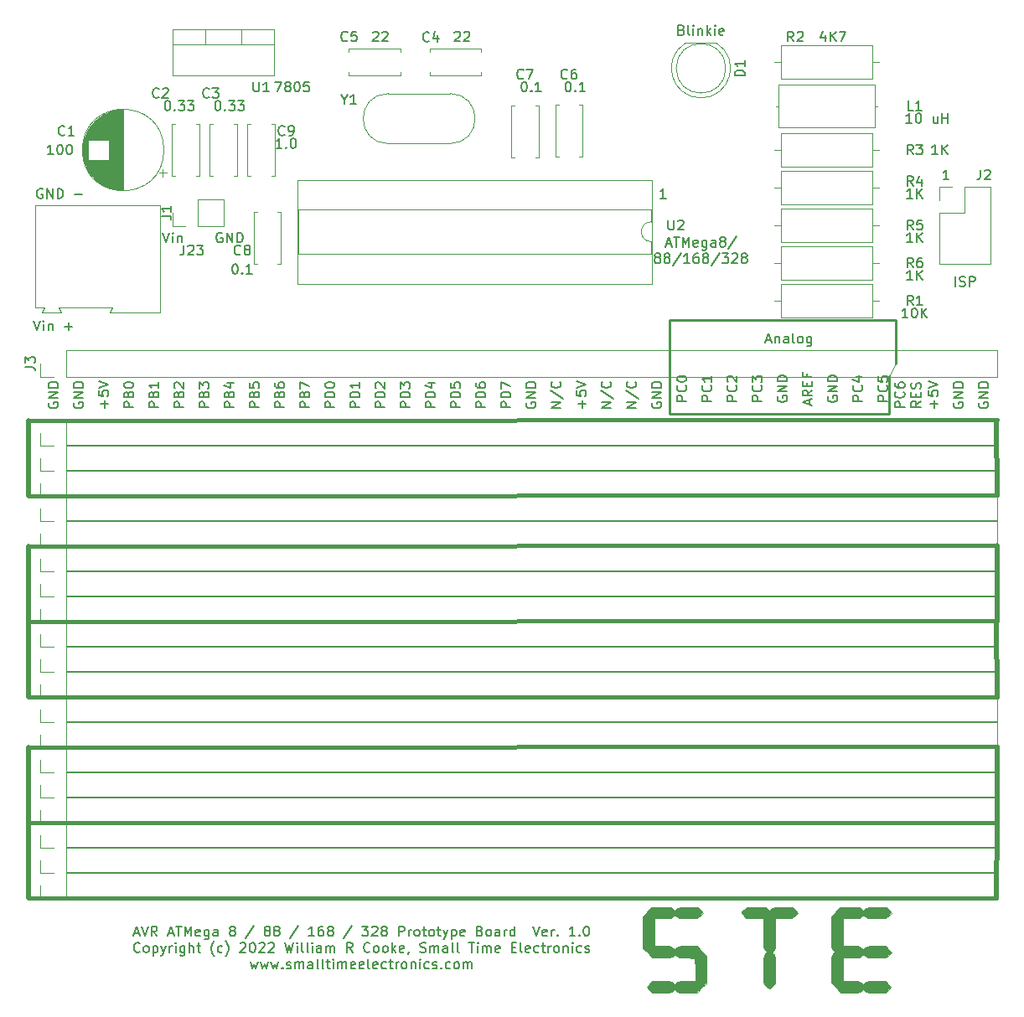
<source format=gto>
G04 #@! TF.GenerationSoftware,KiCad,Pcbnew,5.1.9+dfsg1-1*
G04 #@! TF.CreationDate,2022-07-21T18:14:53-05:00*
G04 #@! TF.ProjectId,aarghweeno_88,61617267-6877-4656-956e-6f5f38382e6b,rev?*
G04 #@! TF.SameCoordinates,Original*
G04 #@! TF.FileFunction,Legend,Top*
G04 #@! TF.FilePolarity,Positive*
%FSLAX46Y46*%
G04 Gerber Fmt 4.6, Leading zero omitted, Abs format (unit mm)*
G04 Created by KiCad (PCBNEW 5.1.9+dfsg1-1) date 2022-07-21 18:14:53*
%MOMM*%
%LPD*%
G01*
G04 APERTURE LIST*
%ADD10C,0.150000*%
%ADD11C,0.508000*%
%ADD12C,0.381000*%
%ADD13C,0.120000*%
%ADD14C,0.254000*%
%ADD15C,0.010000*%
%ADD16O,1.700000X1.700000*%
%ADD17R,1.700000X1.700000*%
%ADD18C,7.000000*%
%ADD19O,1.600000X2.400000*%
%ADD20R,1.600000X2.400000*%
%ADD21C,1.500000*%
%ADD22O,1.905000X2.000000*%
%ADD23R,1.905000X2.000000*%
%ADD24O,1.600000X1.600000*%
%ADD25C,1.600000*%
%ADD26O,2.000000X2.000000*%
%ADD27C,2.000000*%
%ADD28O,3.960000X1.980000*%
%ADD29R,3.960000X1.980000*%
%ADD30C,1.800000*%
%ADD31R,1.800000X1.800000*%
%ADD32R,1.600000X1.600000*%
G04 APERTURE END LIST*
D10*
X98920000Y-138851666D02*
X99396190Y-138851666D01*
X98824761Y-139137380D02*
X99158095Y-138137380D01*
X99491428Y-139137380D01*
X99681904Y-138137380D02*
X100015238Y-139137380D01*
X100348571Y-138137380D01*
X101253333Y-139137380D02*
X100920000Y-138661190D01*
X100681904Y-139137380D02*
X100681904Y-138137380D01*
X101062857Y-138137380D01*
X101158095Y-138185000D01*
X101205714Y-138232619D01*
X101253333Y-138327857D01*
X101253333Y-138470714D01*
X101205714Y-138565952D01*
X101158095Y-138613571D01*
X101062857Y-138661190D01*
X100681904Y-138661190D01*
X102396190Y-138851666D02*
X102872380Y-138851666D01*
X102300952Y-139137380D02*
X102634285Y-138137380D01*
X102967619Y-139137380D01*
X103158095Y-138137380D02*
X103729523Y-138137380D01*
X103443809Y-139137380D02*
X103443809Y-138137380D01*
X104062857Y-139137380D02*
X104062857Y-138137380D01*
X104396190Y-138851666D01*
X104729523Y-138137380D01*
X104729523Y-139137380D01*
X105586666Y-139089761D02*
X105491428Y-139137380D01*
X105300952Y-139137380D01*
X105205714Y-139089761D01*
X105158095Y-138994523D01*
X105158095Y-138613571D01*
X105205714Y-138518333D01*
X105300952Y-138470714D01*
X105491428Y-138470714D01*
X105586666Y-138518333D01*
X105634285Y-138613571D01*
X105634285Y-138708809D01*
X105158095Y-138804047D01*
X106491428Y-138470714D02*
X106491428Y-139280238D01*
X106443809Y-139375476D01*
X106396190Y-139423095D01*
X106300952Y-139470714D01*
X106158095Y-139470714D01*
X106062857Y-139423095D01*
X106491428Y-139089761D02*
X106396190Y-139137380D01*
X106205714Y-139137380D01*
X106110476Y-139089761D01*
X106062857Y-139042142D01*
X106015238Y-138946904D01*
X106015238Y-138661190D01*
X106062857Y-138565952D01*
X106110476Y-138518333D01*
X106205714Y-138470714D01*
X106396190Y-138470714D01*
X106491428Y-138518333D01*
X107396190Y-139137380D02*
X107396190Y-138613571D01*
X107348571Y-138518333D01*
X107253333Y-138470714D01*
X107062857Y-138470714D01*
X106967619Y-138518333D01*
X107396190Y-139089761D02*
X107300952Y-139137380D01*
X107062857Y-139137380D01*
X106967619Y-139089761D01*
X106920000Y-138994523D01*
X106920000Y-138899285D01*
X106967619Y-138804047D01*
X107062857Y-138756428D01*
X107300952Y-138756428D01*
X107396190Y-138708809D01*
X108777142Y-138565952D02*
X108681904Y-138518333D01*
X108634285Y-138470714D01*
X108586666Y-138375476D01*
X108586666Y-138327857D01*
X108634285Y-138232619D01*
X108681904Y-138185000D01*
X108777142Y-138137380D01*
X108967619Y-138137380D01*
X109062857Y-138185000D01*
X109110476Y-138232619D01*
X109158095Y-138327857D01*
X109158095Y-138375476D01*
X109110476Y-138470714D01*
X109062857Y-138518333D01*
X108967619Y-138565952D01*
X108777142Y-138565952D01*
X108681904Y-138613571D01*
X108634285Y-138661190D01*
X108586666Y-138756428D01*
X108586666Y-138946904D01*
X108634285Y-139042142D01*
X108681904Y-139089761D01*
X108777142Y-139137380D01*
X108967619Y-139137380D01*
X109062857Y-139089761D01*
X109110476Y-139042142D01*
X109158095Y-138946904D01*
X109158095Y-138756428D01*
X109110476Y-138661190D01*
X109062857Y-138613571D01*
X108967619Y-138565952D01*
X111062857Y-138089761D02*
X110205714Y-139375476D01*
X112300952Y-138565952D02*
X112205714Y-138518333D01*
X112158095Y-138470714D01*
X112110476Y-138375476D01*
X112110476Y-138327857D01*
X112158095Y-138232619D01*
X112205714Y-138185000D01*
X112300952Y-138137380D01*
X112491428Y-138137380D01*
X112586666Y-138185000D01*
X112634285Y-138232619D01*
X112681904Y-138327857D01*
X112681904Y-138375476D01*
X112634285Y-138470714D01*
X112586666Y-138518333D01*
X112491428Y-138565952D01*
X112300952Y-138565952D01*
X112205714Y-138613571D01*
X112158095Y-138661190D01*
X112110476Y-138756428D01*
X112110476Y-138946904D01*
X112158095Y-139042142D01*
X112205714Y-139089761D01*
X112300952Y-139137380D01*
X112491428Y-139137380D01*
X112586666Y-139089761D01*
X112634285Y-139042142D01*
X112681904Y-138946904D01*
X112681904Y-138756428D01*
X112634285Y-138661190D01*
X112586666Y-138613571D01*
X112491428Y-138565952D01*
X113253333Y-138565952D02*
X113158095Y-138518333D01*
X113110476Y-138470714D01*
X113062857Y-138375476D01*
X113062857Y-138327857D01*
X113110476Y-138232619D01*
X113158095Y-138185000D01*
X113253333Y-138137380D01*
X113443809Y-138137380D01*
X113539047Y-138185000D01*
X113586666Y-138232619D01*
X113634285Y-138327857D01*
X113634285Y-138375476D01*
X113586666Y-138470714D01*
X113539047Y-138518333D01*
X113443809Y-138565952D01*
X113253333Y-138565952D01*
X113158095Y-138613571D01*
X113110476Y-138661190D01*
X113062857Y-138756428D01*
X113062857Y-138946904D01*
X113110476Y-139042142D01*
X113158095Y-139089761D01*
X113253333Y-139137380D01*
X113443809Y-139137380D01*
X113539047Y-139089761D01*
X113586666Y-139042142D01*
X113634285Y-138946904D01*
X113634285Y-138756428D01*
X113586666Y-138661190D01*
X113539047Y-138613571D01*
X113443809Y-138565952D01*
X115539047Y-138089761D02*
X114681904Y-139375476D01*
X117158095Y-139137380D02*
X116586666Y-139137380D01*
X116872380Y-139137380D02*
X116872380Y-138137380D01*
X116777142Y-138280238D01*
X116681904Y-138375476D01*
X116586666Y-138423095D01*
X118015238Y-138137380D02*
X117824761Y-138137380D01*
X117729523Y-138185000D01*
X117681904Y-138232619D01*
X117586666Y-138375476D01*
X117539047Y-138565952D01*
X117539047Y-138946904D01*
X117586666Y-139042142D01*
X117634285Y-139089761D01*
X117729523Y-139137380D01*
X117920000Y-139137380D01*
X118015238Y-139089761D01*
X118062857Y-139042142D01*
X118110476Y-138946904D01*
X118110476Y-138708809D01*
X118062857Y-138613571D01*
X118015238Y-138565952D01*
X117920000Y-138518333D01*
X117729523Y-138518333D01*
X117634285Y-138565952D01*
X117586666Y-138613571D01*
X117539047Y-138708809D01*
X118681904Y-138565952D02*
X118586666Y-138518333D01*
X118539047Y-138470714D01*
X118491428Y-138375476D01*
X118491428Y-138327857D01*
X118539047Y-138232619D01*
X118586666Y-138185000D01*
X118681904Y-138137380D01*
X118872380Y-138137380D01*
X118967619Y-138185000D01*
X119015238Y-138232619D01*
X119062857Y-138327857D01*
X119062857Y-138375476D01*
X119015238Y-138470714D01*
X118967619Y-138518333D01*
X118872380Y-138565952D01*
X118681904Y-138565952D01*
X118586666Y-138613571D01*
X118539047Y-138661190D01*
X118491428Y-138756428D01*
X118491428Y-138946904D01*
X118539047Y-139042142D01*
X118586666Y-139089761D01*
X118681904Y-139137380D01*
X118872380Y-139137380D01*
X118967619Y-139089761D01*
X119015238Y-139042142D01*
X119062857Y-138946904D01*
X119062857Y-138756428D01*
X119015238Y-138661190D01*
X118967619Y-138613571D01*
X118872380Y-138565952D01*
X120967619Y-138089761D02*
X120110476Y-139375476D01*
X121967619Y-138137380D02*
X122586666Y-138137380D01*
X122253333Y-138518333D01*
X122396190Y-138518333D01*
X122491428Y-138565952D01*
X122539047Y-138613571D01*
X122586666Y-138708809D01*
X122586666Y-138946904D01*
X122539047Y-139042142D01*
X122491428Y-139089761D01*
X122396190Y-139137380D01*
X122110476Y-139137380D01*
X122015238Y-139089761D01*
X121967619Y-139042142D01*
X122967619Y-138232619D02*
X123015238Y-138185000D01*
X123110476Y-138137380D01*
X123348571Y-138137380D01*
X123443809Y-138185000D01*
X123491428Y-138232619D01*
X123539047Y-138327857D01*
X123539047Y-138423095D01*
X123491428Y-138565952D01*
X122920000Y-139137380D01*
X123539047Y-139137380D01*
X124110476Y-138565952D02*
X124015238Y-138518333D01*
X123967619Y-138470714D01*
X123920000Y-138375476D01*
X123920000Y-138327857D01*
X123967619Y-138232619D01*
X124015238Y-138185000D01*
X124110476Y-138137380D01*
X124300952Y-138137380D01*
X124396190Y-138185000D01*
X124443809Y-138232619D01*
X124491428Y-138327857D01*
X124491428Y-138375476D01*
X124443809Y-138470714D01*
X124396190Y-138518333D01*
X124300952Y-138565952D01*
X124110476Y-138565952D01*
X124015238Y-138613571D01*
X123967619Y-138661190D01*
X123920000Y-138756428D01*
X123920000Y-138946904D01*
X123967619Y-139042142D01*
X124015238Y-139089761D01*
X124110476Y-139137380D01*
X124300952Y-139137380D01*
X124396190Y-139089761D01*
X124443809Y-139042142D01*
X124491428Y-138946904D01*
X124491428Y-138756428D01*
X124443809Y-138661190D01*
X124396190Y-138613571D01*
X124300952Y-138565952D01*
X125681904Y-139137380D02*
X125681904Y-138137380D01*
X126062857Y-138137380D01*
X126158095Y-138185000D01*
X126205714Y-138232619D01*
X126253333Y-138327857D01*
X126253333Y-138470714D01*
X126205714Y-138565952D01*
X126158095Y-138613571D01*
X126062857Y-138661190D01*
X125681904Y-138661190D01*
X126681904Y-139137380D02*
X126681904Y-138470714D01*
X126681904Y-138661190D02*
X126729523Y-138565952D01*
X126777142Y-138518333D01*
X126872380Y-138470714D01*
X126967619Y-138470714D01*
X127443809Y-139137380D02*
X127348571Y-139089761D01*
X127300952Y-139042142D01*
X127253333Y-138946904D01*
X127253333Y-138661190D01*
X127300952Y-138565952D01*
X127348571Y-138518333D01*
X127443809Y-138470714D01*
X127586666Y-138470714D01*
X127681904Y-138518333D01*
X127729523Y-138565952D01*
X127777142Y-138661190D01*
X127777142Y-138946904D01*
X127729523Y-139042142D01*
X127681904Y-139089761D01*
X127586666Y-139137380D01*
X127443809Y-139137380D01*
X128062857Y-138470714D02*
X128443809Y-138470714D01*
X128205714Y-138137380D02*
X128205714Y-138994523D01*
X128253333Y-139089761D01*
X128348571Y-139137380D01*
X128443809Y-139137380D01*
X128920000Y-139137380D02*
X128824761Y-139089761D01*
X128777142Y-139042142D01*
X128729523Y-138946904D01*
X128729523Y-138661190D01*
X128777142Y-138565952D01*
X128824761Y-138518333D01*
X128920000Y-138470714D01*
X129062857Y-138470714D01*
X129158095Y-138518333D01*
X129205714Y-138565952D01*
X129253333Y-138661190D01*
X129253333Y-138946904D01*
X129205714Y-139042142D01*
X129158095Y-139089761D01*
X129062857Y-139137380D01*
X128920000Y-139137380D01*
X129539047Y-138470714D02*
X129920000Y-138470714D01*
X129681904Y-138137380D02*
X129681904Y-138994523D01*
X129729523Y-139089761D01*
X129824761Y-139137380D01*
X129920000Y-139137380D01*
X130158095Y-138470714D02*
X130396190Y-139137380D01*
X130634285Y-138470714D02*
X130396190Y-139137380D01*
X130300952Y-139375476D01*
X130253333Y-139423095D01*
X130158095Y-139470714D01*
X131015238Y-138470714D02*
X131015238Y-139470714D01*
X131015238Y-138518333D02*
X131110476Y-138470714D01*
X131300952Y-138470714D01*
X131396190Y-138518333D01*
X131443809Y-138565952D01*
X131491428Y-138661190D01*
X131491428Y-138946904D01*
X131443809Y-139042142D01*
X131396190Y-139089761D01*
X131300952Y-139137380D01*
X131110476Y-139137380D01*
X131015238Y-139089761D01*
X132300952Y-139089761D02*
X132205714Y-139137380D01*
X132015238Y-139137380D01*
X131920000Y-139089761D01*
X131872380Y-138994523D01*
X131872380Y-138613571D01*
X131920000Y-138518333D01*
X132015238Y-138470714D01*
X132205714Y-138470714D01*
X132300952Y-138518333D01*
X132348571Y-138613571D01*
X132348571Y-138708809D01*
X131872380Y-138804047D01*
X133872380Y-138613571D02*
X134015238Y-138661190D01*
X134062857Y-138708809D01*
X134110476Y-138804047D01*
X134110476Y-138946904D01*
X134062857Y-139042142D01*
X134015238Y-139089761D01*
X133920000Y-139137380D01*
X133539047Y-139137380D01*
X133539047Y-138137380D01*
X133872380Y-138137380D01*
X133967619Y-138185000D01*
X134015238Y-138232619D01*
X134062857Y-138327857D01*
X134062857Y-138423095D01*
X134015238Y-138518333D01*
X133967619Y-138565952D01*
X133872380Y-138613571D01*
X133539047Y-138613571D01*
X134681904Y-139137380D02*
X134586666Y-139089761D01*
X134539047Y-139042142D01*
X134491428Y-138946904D01*
X134491428Y-138661190D01*
X134539047Y-138565952D01*
X134586666Y-138518333D01*
X134681904Y-138470714D01*
X134824761Y-138470714D01*
X134920000Y-138518333D01*
X134967619Y-138565952D01*
X135015238Y-138661190D01*
X135015238Y-138946904D01*
X134967619Y-139042142D01*
X134920000Y-139089761D01*
X134824761Y-139137380D01*
X134681904Y-139137380D01*
X135872380Y-139137380D02*
X135872380Y-138613571D01*
X135824761Y-138518333D01*
X135729523Y-138470714D01*
X135539047Y-138470714D01*
X135443809Y-138518333D01*
X135872380Y-139089761D02*
X135777142Y-139137380D01*
X135539047Y-139137380D01*
X135443809Y-139089761D01*
X135396190Y-138994523D01*
X135396190Y-138899285D01*
X135443809Y-138804047D01*
X135539047Y-138756428D01*
X135777142Y-138756428D01*
X135872380Y-138708809D01*
X136348571Y-139137380D02*
X136348571Y-138470714D01*
X136348571Y-138661190D02*
X136396190Y-138565952D01*
X136443809Y-138518333D01*
X136539047Y-138470714D01*
X136634285Y-138470714D01*
X137396190Y-139137380D02*
X137396190Y-138137380D01*
X137396190Y-139089761D02*
X137300952Y-139137380D01*
X137110476Y-139137380D01*
X137015238Y-139089761D01*
X136967619Y-139042142D01*
X136920000Y-138946904D01*
X136920000Y-138661190D01*
X136967619Y-138565952D01*
X137015238Y-138518333D01*
X137110476Y-138470714D01*
X137300952Y-138470714D01*
X137396190Y-138518333D01*
X139253333Y-138137380D02*
X139586666Y-139137380D01*
X139920000Y-138137380D01*
X140634285Y-139089761D02*
X140539047Y-139137380D01*
X140348571Y-139137380D01*
X140253333Y-139089761D01*
X140205714Y-138994523D01*
X140205714Y-138613571D01*
X140253333Y-138518333D01*
X140348571Y-138470714D01*
X140539047Y-138470714D01*
X140634285Y-138518333D01*
X140681904Y-138613571D01*
X140681904Y-138708809D01*
X140205714Y-138804047D01*
X141110476Y-139137380D02*
X141110476Y-138470714D01*
X141110476Y-138661190D02*
X141158095Y-138565952D01*
X141205714Y-138518333D01*
X141300952Y-138470714D01*
X141396190Y-138470714D01*
X141729523Y-139042142D02*
X141777142Y-139089761D01*
X141729523Y-139137380D01*
X141681904Y-139089761D01*
X141729523Y-139042142D01*
X141729523Y-139137380D01*
X143491428Y-139137380D02*
X142920000Y-139137380D01*
X143205714Y-139137380D02*
X143205714Y-138137380D01*
X143110476Y-138280238D01*
X143015238Y-138375476D01*
X142920000Y-138423095D01*
X143920000Y-139042142D02*
X143967619Y-139089761D01*
X143920000Y-139137380D01*
X143872380Y-139089761D01*
X143920000Y-139042142D01*
X143920000Y-139137380D01*
X144586666Y-138137380D02*
X144681904Y-138137380D01*
X144777142Y-138185000D01*
X144824761Y-138232619D01*
X144872380Y-138327857D01*
X144920000Y-138518333D01*
X144920000Y-138756428D01*
X144872380Y-138946904D01*
X144824761Y-139042142D01*
X144777142Y-139089761D01*
X144681904Y-139137380D01*
X144586666Y-139137380D01*
X144491428Y-139089761D01*
X144443809Y-139042142D01*
X144396190Y-138946904D01*
X144348571Y-138756428D01*
X144348571Y-138518333D01*
X144396190Y-138327857D01*
X144443809Y-138232619D01*
X144491428Y-138185000D01*
X144586666Y-138137380D01*
X99515238Y-140692142D02*
X99467619Y-140739761D01*
X99324761Y-140787380D01*
X99229523Y-140787380D01*
X99086666Y-140739761D01*
X98991428Y-140644523D01*
X98943809Y-140549285D01*
X98896190Y-140358809D01*
X98896190Y-140215952D01*
X98943809Y-140025476D01*
X98991428Y-139930238D01*
X99086666Y-139835000D01*
X99229523Y-139787380D01*
X99324761Y-139787380D01*
X99467619Y-139835000D01*
X99515238Y-139882619D01*
X100086666Y-140787380D02*
X99991428Y-140739761D01*
X99943809Y-140692142D01*
X99896190Y-140596904D01*
X99896190Y-140311190D01*
X99943809Y-140215952D01*
X99991428Y-140168333D01*
X100086666Y-140120714D01*
X100229523Y-140120714D01*
X100324761Y-140168333D01*
X100372380Y-140215952D01*
X100420000Y-140311190D01*
X100420000Y-140596904D01*
X100372380Y-140692142D01*
X100324761Y-140739761D01*
X100229523Y-140787380D01*
X100086666Y-140787380D01*
X100848571Y-140120714D02*
X100848571Y-141120714D01*
X100848571Y-140168333D02*
X100943809Y-140120714D01*
X101134285Y-140120714D01*
X101229523Y-140168333D01*
X101277142Y-140215952D01*
X101324761Y-140311190D01*
X101324761Y-140596904D01*
X101277142Y-140692142D01*
X101229523Y-140739761D01*
X101134285Y-140787380D01*
X100943809Y-140787380D01*
X100848571Y-140739761D01*
X101658095Y-140120714D02*
X101896190Y-140787380D01*
X102134285Y-140120714D02*
X101896190Y-140787380D01*
X101800952Y-141025476D01*
X101753333Y-141073095D01*
X101658095Y-141120714D01*
X102515238Y-140787380D02*
X102515238Y-140120714D01*
X102515238Y-140311190D02*
X102562857Y-140215952D01*
X102610476Y-140168333D01*
X102705714Y-140120714D01*
X102800952Y-140120714D01*
X103134285Y-140787380D02*
X103134285Y-140120714D01*
X103134285Y-139787380D02*
X103086666Y-139835000D01*
X103134285Y-139882619D01*
X103181904Y-139835000D01*
X103134285Y-139787380D01*
X103134285Y-139882619D01*
X104039047Y-140120714D02*
X104039047Y-140930238D01*
X103991428Y-141025476D01*
X103943809Y-141073095D01*
X103848571Y-141120714D01*
X103705714Y-141120714D01*
X103610476Y-141073095D01*
X104039047Y-140739761D02*
X103943809Y-140787380D01*
X103753333Y-140787380D01*
X103658095Y-140739761D01*
X103610476Y-140692142D01*
X103562857Y-140596904D01*
X103562857Y-140311190D01*
X103610476Y-140215952D01*
X103658095Y-140168333D01*
X103753333Y-140120714D01*
X103943809Y-140120714D01*
X104039047Y-140168333D01*
X104515238Y-140787380D02*
X104515238Y-139787380D01*
X104943809Y-140787380D02*
X104943809Y-140263571D01*
X104896190Y-140168333D01*
X104800952Y-140120714D01*
X104658095Y-140120714D01*
X104562857Y-140168333D01*
X104515238Y-140215952D01*
X105277142Y-140120714D02*
X105658095Y-140120714D01*
X105420000Y-139787380D02*
X105420000Y-140644523D01*
X105467619Y-140739761D01*
X105562857Y-140787380D01*
X105658095Y-140787380D01*
X107039047Y-141168333D02*
X106991428Y-141120714D01*
X106896190Y-140977857D01*
X106848571Y-140882619D01*
X106800952Y-140739761D01*
X106753333Y-140501666D01*
X106753333Y-140311190D01*
X106800952Y-140073095D01*
X106848571Y-139930238D01*
X106896190Y-139835000D01*
X106991428Y-139692142D01*
X107039047Y-139644523D01*
X107848571Y-140739761D02*
X107753333Y-140787380D01*
X107562857Y-140787380D01*
X107467619Y-140739761D01*
X107420000Y-140692142D01*
X107372380Y-140596904D01*
X107372380Y-140311190D01*
X107420000Y-140215952D01*
X107467619Y-140168333D01*
X107562857Y-140120714D01*
X107753333Y-140120714D01*
X107848571Y-140168333D01*
X108181904Y-141168333D02*
X108229523Y-141120714D01*
X108324761Y-140977857D01*
X108372380Y-140882619D01*
X108420000Y-140739761D01*
X108467619Y-140501666D01*
X108467619Y-140311190D01*
X108420000Y-140073095D01*
X108372380Y-139930238D01*
X108324761Y-139835000D01*
X108229523Y-139692142D01*
X108181904Y-139644523D01*
X109658095Y-139882619D02*
X109705714Y-139835000D01*
X109800952Y-139787380D01*
X110039047Y-139787380D01*
X110134285Y-139835000D01*
X110181904Y-139882619D01*
X110229523Y-139977857D01*
X110229523Y-140073095D01*
X110181904Y-140215952D01*
X109610476Y-140787380D01*
X110229523Y-140787380D01*
X110848571Y-139787380D02*
X110943809Y-139787380D01*
X111039047Y-139835000D01*
X111086666Y-139882619D01*
X111134285Y-139977857D01*
X111181904Y-140168333D01*
X111181904Y-140406428D01*
X111134285Y-140596904D01*
X111086666Y-140692142D01*
X111039047Y-140739761D01*
X110943809Y-140787380D01*
X110848571Y-140787380D01*
X110753333Y-140739761D01*
X110705714Y-140692142D01*
X110658095Y-140596904D01*
X110610476Y-140406428D01*
X110610476Y-140168333D01*
X110658095Y-139977857D01*
X110705714Y-139882619D01*
X110753333Y-139835000D01*
X110848571Y-139787380D01*
X111562857Y-139882619D02*
X111610476Y-139835000D01*
X111705714Y-139787380D01*
X111943809Y-139787380D01*
X112039047Y-139835000D01*
X112086666Y-139882619D01*
X112134285Y-139977857D01*
X112134285Y-140073095D01*
X112086666Y-140215952D01*
X111515238Y-140787380D01*
X112134285Y-140787380D01*
X112515238Y-139882619D02*
X112562857Y-139835000D01*
X112658095Y-139787380D01*
X112896190Y-139787380D01*
X112991428Y-139835000D01*
X113039047Y-139882619D01*
X113086666Y-139977857D01*
X113086666Y-140073095D01*
X113039047Y-140215952D01*
X112467619Y-140787380D01*
X113086666Y-140787380D01*
X114181904Y-139787380D02*
X114420000Y-140787380D01*
X114610476Y-140073095D01*
X114800952Y-140787380D01*
X115039047Y-139787380D01*
X115420000Y-140787380D02*
X115420000Y-140120714D01*
X115420000Y-139787380D02*
X115372380Y-139835000D01*
X115420000Y-139882619D01*
X115467619Y-139835000D01*
X115420000Y-139787380D01*
X115420000Y-139882619D01*
X116039047Y-140787380D02*
X115943809Y-140739761D01*
X115896190Y-140644523D01*
X115896190Y-139787380D01*
X116562857Y-140787380D02*
X116467619Y-140739761D01*
X116420000Y-140644523D01*
X116420000Y-139787380D01*
X116943809Y-140787380D02*
X116943809Y-140120714D01*
X116943809Y-139787380D02*
X116896190Y-139835000D01*
X116943809Y-139882619D01*
X116991428Y-139835000D01*
X116943809Y-139787380D01*
X116943809Y-139882619D01*
X117848571Y-140787380D02*
X117848571Y-140263571D01*
X117800952Y-140168333D01*
X117705714Y-140120714D01*
X117515238Y-140120714D01*
X117420000Y-140168333D01*
X117848571Y-140739761D02*
X117753333Y-140787380D01*
X117515238Y-140787380D01*
X117420000Y-140739761D01*
X117372380Y-140644523D01*
X117372380Y-140549285D01*
X117420000Y-140454047D01*
X117515238Y-140406428D01*
X117753333Y-140406428D01*
X117848571Y-140358809D01*
X118324761Y-140787380D02*
X118324761Y-140120714D01*
X118324761Y-140215952D02*
X118372380Y-140168333D01*
X118467619Y-140120714D01*
X118610476Y-140120714D01*
X118705714Y-140168333D01*
X118753333Y-140263571D01*
X118753333Y-140787380D01*
X118753333Y-140263571D02*
X118800952Y-140168333D01*
X118896190Y-140120714D01*
X119039047Y-140120714D01*
X119134285Y-140168333D01*
X119181904Y-140263571D01*
X119181904Y-140787380D01*
X120991428Y-140787380D02*
X120658095Y-140311190D01*
X120420000Y-140787380D02*
X120420000Y-139787380D01*
X120800952Y-139787380D01*
X120896190Y-139835000D01*
X120943809Y-139882619D01*
X120991428Y-139977857D01*
X120991428Y-140120714D01*
X120943809Y-140215952D01*
X120896190Y-140263571D01*
X120800952Y-140311190D01*
X120420000Y-140311190D01*
X122753333Y-140692142D02*
X122705714Y-140739761D01*
X122562857Y-140787380D01*
X122467619Y-140787380D01*
X122324761Y-140739761D01*
X122229523Y-140644523D01*
X122181904Y-140549285D01*
X122134285Y-140358809D01*
X122134285Y-140215952D01*
X122181904Y-140025476D01*
X122229523Y-139930238D01*
X122324761Y-139835000D01*
X122467619Y-139787380D01*
X122562857Y-139787380D01*
X122705714Y-139835000D01*
X122753333Y-139882619D01*
X123324761Y-140787380D02*
X123229523Y-140739761D01*
X123181904Y-140692142D01*
X123134285Y-140596904D01*
X123134285Y-140311190D01*
X123181904Y-140215952D01*
X123229523Y-140168333D01*
X123324761Y-140120714D01*
X123467619Y-140120714D01*
X123562857Y-140168333D01*
X123610476Y-140215952D01*
X123658095Y-140311190D01*
X123658095Y-140596904D01*
X123610476Y-140692142D01*
X123562857Y-140739761D01*
X123467619Y-140787380D01*
X123324761Y-140787380D01*
X124229523Y-140787380D02*
X124134285Y-140739761D01*
X124086666Y-140692142D01*
X124039047Y-140596904D01*
X124039047Y-140311190D01*
X124086666Y-140215952D01*
X124134285Y-140168333D01*
X124229523Y-140120714D01*
X124372380Y-140120714D01*
X124467619Y-140168333D01*
X124515238Y-140215952D01*
X124562857Y-140311190D01*
X124562857Y-140596904D01*
X124515238Y-140692142D01*
X124467619Y-140739761D01*
X124372380Y-140787380D01*
X124229523Y-140787380D01*
X124991428Y-140787380D02*
X124991428Y-139787380D01*
X125086666Y-140406428D02*
X125372380Y-140787380D01*
X125372380Y-140120714D02*
X124991428Y-140501666D01*
X126181904Y-140739761D02*
X126086666Y-140787380D01*
X125896190Y-140787380D01*
X125800952Y-140739761D01*
X125753333Y-140644523D01*
X125753333Y-140263571D01*
X125800952Y-140168333D01*
X125896190Y-140120714D01*
X126086666Y-140120714D01*
X126181904Y-140168333D01*
X126229523Y-140263571D01*
X126229523Y-140358809D01*
X125753333Y-140454047D01*
X126705714Y-140739761D02*
X126705714Y-140787380D01*
X126658095Y-140882619D01*
X126610476Y-140930238D01*
X127848571Y-140739761D02*
X127991428Y-140787380D01*
X128229523Y-140787380D01*
X128324761Y-140739761D01*
X128372380Y-140692142D01*
X128420000Y-140596904D01*
X128420000Y-140501666D01*
X128372380Y-140406428D01*
X128324761Y-140358809D01*
X128229523Y-140311190D01*
X128039047Y-140263571D01*
X127943809Y-140215952D01*
X127896190Y-140168333D01*
X127848571Y-140073095D01*
X127848571Y-139977857D01*
X127896190Y-139882619D01*
X127943809Y-139835000D01*
X128039047Y-139787380D01*
X128277142Y-139787380D01*
X128420000Y-139835000D01*
X128848571Y-140787380D02*
X128848571Y-140120714D01*
X128848571Y-140215952D02*
X128896190Y-140168333D01*
X128991428Y-140120714D01*
X129134285Y-140120714D01*
X129229523Y-140168333D01*
X129277142Y-140263571D01*
X129277142Y-140787380D01*
X129277142Y-140263571D02*
X129324761Y-140168333D01*
X129420000Y-140120714D01*
X129562857Y-140120714D01*
X129658095Y-140168333D01*
X129705714Y-140263571D01*
X129705714Y-140787380D01*
X130610476Y-140787380D02*
X130610476Y-140263571D01*
X130562857Y-140168333D01*
X130467619Y-140120714D01*
X130277142Y-140120714D01*
X130181904Y-140168333D01*
X130610476Y-140739761D02*
X130515238Y-140787380D01*
X130277142Y-140787380D01*
X130181904Y-140739761D01*
X130134285Y-140644523D01*
X130134285Y-140549285D01*
X130181904Y-140454047D01*
X130277142Y-140406428D01*
X130515238Y-140406428D01*
X130610476Y-140358809D01*
X131229523Y-140787380D02*
X131134285Y-140739761D01*
X131086666Y-140644523D01*
X131086666Y-139787380D01*
X131753333Y-140787380D02*
X131658095Y-140739761D01*
X131610476Y-140644523D01*
X131610476Y-139787380D01*
X132753333Y-139787380D02*
X133324761Y-139787380D01*
X133039047Y-140787380D02*
X133039047Y-139787380D01*
X133658095Y-140787380D02*
X133658095Y-140120714D01*
X133658095Y-139787380D02*
X133610476Y-139835000D01*
X133658095Y-139882619D01*
X133705714Y-139835000D01*
X133658095Y-139787380D01*
X133658095Y-139882619D01*
X134134285Y-140787380D02*
X134134285Y-140120714D01*
X134134285Y-140215952D02*
X134181904Y-140168333D01*
X134277142Y-140120714D01*
X134420000Y-140120714D01*
X134515238Y-140168333D01*
X134562857Y-140263571D01*
X134562857Y-140787380D01*
X134562857Y-140263571D02*
X134610476Y-140168333D01*
X134705714Y-140120714D01*
X134848571Y-140120714D01*
X134943809Y-140168333D01*
X134991428Y-140263571D01*
X134991428Y-140787380D01*
X135848571Y-140739761D02*
X135753333Y-140787380D01*
X135562857Y-140787380D01*
X135467619Y-140739761D01*
X135420000Y-140644523D01*
X135420000Y-140263571D01*
X135467619Y-140168333D01*
X135562857Y-140120714D01*
X135753333Y-140120714D01*
X135848571Y-140168333D01*
X135896190Y-140263571D01*
X135896190Y-140358809D01*
X135420000Y-140454047D01*
X137086666Y-140263571D02*
X137420000Y-140263571D01*
X137562857Y-140787380D02*
X137086666Y-140787380D01*
X137086666Y-139787380D01*
X137562857Y-139787380D01*
X138134285Y-140787380D02*
X138039047Y-140739761D01*
X137991428Y-140644523D01*
X137991428Y-139787380D01*
X138896190Y-140739761D02*
X138800952Y-140787380D01*
X138610476Y-140787380D01*
X138515238Y-140739761D01*
X138467619Y-140644523D01*
X138467619Y-140263571D01*
X138515238Y-140168333D01*
X138610476Y-140120714D01*
X138800952Y-140120714D01*
X138896190Y-140168333D01*
X138943809Y-140263571D01*
X138943809Y-140358809D01*
X138467619Y-140454047D01*
X139800952Y-140739761D02*
X139705714Y-140787380D01*
X139515238Y-140787380D01*
X139420000Y-140739761D01*
X139372380Y-140692142D01*
X139324761Y-140596904D01*
X139324761Y-140311190D01*
X139372380Y-140215952D01*
X139420000Y-140168333D01*
X139515238Y-140120714D01*
X139705714Y-140120714D01*
X139800952Y-140168333D01*
X140086666Y-140120714D02*
X140467619Y-140120714D01*
X140229523Y-139787380D02*
X140229523Y-140644523D01*
X140277142Y-140739761D01*
X140372380Y-140787380D01*
X140467619Y-140787380D01*
X140800952Y-140787380D02*
X140800952Y-140120714D01*
X140800952Y-140311190D02*
X140848571Y-140215952D01*
X140896190Y-140168333D01*
X140991428Y-140120714D01*
X141086666Y-140120714D01*
X141562857Y-140787380D02*
X141467619Y-140739761D01*
X141420000Y-140692142D01*
X141372380Y-140596904D01*
X141372380Y-140311190D01*
X141420000Y-140215952D01*
X141467619Y-140168333D01*
X141562857Y-140120714D01*
X141705714Y-140120714D01*
X141800952Y-140168333D01*
X141848571Y-140215952D01*
X141896190Y-140311190D01*
X141896190Y-140596904D01*
X141848571Y-140692142D01*
X141800952Y-140739761D01*
X141705714Y-140787380D01*
X141562857Y-140787380D01*
X142324761Y-140120714D02*
X142324761Y-140787380D01*
X142324761Y-140215952D02*
X142372380Y-140168333D01*
X142467619Y-140120714D01*
X142610476Y-140120714D01*
X142705714Y-140168333D01*
X142753333Y-140263571D01*
X142753333Y-140787380D01*
X143229523Y-140787380D02*
X143229523Y-140120714D01*
X143229523Y-139787380D02*
X143181904Y-139835000D01*
X143229523Y-139882619D01*
X143277142Y-139835000D01*
X143229523Y-139787380D01*
X143229523Y-139882619D01*
X144134285Y-140739761D02*
X144039047Y-140787380D01*
X143848571Y-140787380D01*
X143753333Y-140739761D01*
X143705714Y-140692142D01*
X143658095Y-140596904D01*
X143658095Y-140311190D01*
X143705714Y-140215952D01*
X143753333Y-140168333D01*
X143848571Y-140120714D01*
X144039047Y-140120714D01*
X144134285Y-140168333D01*
X144515238Y-140739761D02*
X144610476Y-140787380D01*
X144800952Y-140787380D01*
X144896190Y-140739761D01*
X144943809Y-140644523D01*
X144943809Y-140596904D01*
X144896190Y-140501666D01*
X144800952Y-140454047D01*
X144658095Y-140454047D01*
X144562857Y-140406428D01*
X144515238Y-140311190D01*
X144515238Y-140263571D01*
X144562857Y-140168333D01*
X144658095Y-140120714D01*
X144800952Y-140120714D01*
X144896190Y-140168333D01*
X110681904Y-141770714D02*
X110872380Y-142437380D01*
X111062857Y-141961190D01*
X111253333Y-142437380D01*
X111443809Y-141770714D01*
X111729523Y-141770714D02*
X111920000Y-142437380D01*
X112110476Y-141961190D01*
X112300952Y-142437380D01*
X112491428Y-141770714D01*
X112777142Y-141770714D02*
X112967619Y-142437380D01*
X113158095Y-141961190D01*
X113348571Y-142437380D01*
X113539047Y-141770714D01*
X113920000Y-142342142D02*
X113967619Y-142389761D01*
X113920000Y-142437380D01*
X113872380Y-142389761D01*
X113920000Y-142342142D01*
X113920000Y-142437380D01*
X114348571Y-142389761D02*
X114443809Y-142437380D01*
X114634285Y-142437380D01*
X114729523Y-142389761D01*
X114777142Y-142294523D01*
X114777142Y-142246904D01*
X114729523Y-142151666D01*
X114634285Y-142104047D01*
X114491428Y-142104047D01*
X114396190Y-142056428D01*
X114348571Y-141961190D01*
X114348571Y-141913571D01*
X114396190Y-141818333D01*
X114491428Y-141770714D01*
X114634285Y-141770714D01*
X114729523Y-141818333D01*
X115205714Y-142437380D02*
X115205714Y-141770714D01*
X115205714Y-141865952D02*
X115253333Y-141818333D01*
X115348571Y-141770714D01*
X115491428Y-141770714D01*
X115586666Y-141818333D01*
X115634285Y-141913571D01*
X115634285Y-142437380D01*
X115634285Y-141913571D02*
X115681904Y-141818333D01*
X115777142Y-141770714D01*
X115920000Y-141770714D01*
X116015238Y-141818333D01*
X116062857Y-141913571D01*
X116062857Y-142437380D01*
X116967619Y-142437380D02*
X116967619Y-141913571D01*
X116920000Y-141818333D01*
X116824761Y-141770714D01*
X116634285Y-141770714D01*
X116539047Y-141818333D01*
X116967619Y-142389761D02*
X116872380Y-142437380D01*
X116634285Y-142437380D01*
X116539047Y-142389761D01*
X116491428Y-142294523D01*
X116491428Y-142199285D01*
X116539047Y-142104047D01*
X116634285Y-142056428D01*
X116872380Y-142056428D01*
X116967619Y-142008809D01*
X117586666Y-142437380D02*
X117491428Y-142389761D01*
X117443809Y-142294523D01*
X117443809Y-141437380D01*
X118110476Y-142437380D02*
X118015238Y-142389761D01*
X117967619Y-142294523D01*
X117967619Y-141437380D01*
X118348571Y-141770714D02*
X118729523Y-141770714D01*
X118491428Y-141437380D02*
X118491428Y-142294523D01*
X118539047Y-142389761D01*
X118634285Y-142437380D01*
X118729523Y-142437380D01*
X119062857Y-142437380D02*
X119062857Y-141770714D01*
X119062857Y-141437380D02*
X119015238Y-141485000D01*
X119062857Y-141532619D01*
X119110476Y-141485000D01*
X119062857Y-141437380D01*
X119062857Y-141532619D01*
X119539047Y-142437380D02*
X119539047Y-141770714D01*
X119539047Y-141865952D02*
X119586666Y-141818333D01*
X119681904Y-141770714D01*
X119824761Y-141770714D01*
X119920000Y-141818333D01*
X119967619Y-141913571D01*
X119967619Y-142437380D01*
X119967619Y-141913571D02*
X120015238Y-141818333D01*
X120110476Y-141770714D01*
X120253333Y-141770714D01*
X120348571Y-141818333D01*
X120396190Y-141913571D01*
X120396190Y-142437380D01*
X121253333Y-142389761D02*
X121158095Y-142437380D01*
X120967619Y-142437380D01*
X120872380Y-142389761D01*
X120824761Y-142294523D01*
X120824761Y-141913571D01*
X120872380Y-141818333D01*
X120967619Y-141770714D01*
X121158095Y-141770714D01*
X121253333Y-141818333D01*
X121300952Y-141913571D01*
X121300952Y-142008809D01*
X120824761Y-142104047D01*
X122110476Y-142389761D02*
X122015238Y-142437380D01*
X121824761Y-142437380D01*
X121729523Y-142389761D01*
X121681904Y-142294523D01*
X121681904Y-141913571D01*
X121729523Y-141818333D01*
X121824761Y-141770714D01*
X122015238Y-141770714D01*
X122110476Y-141818333D01*
X122158095Y-141913571D01*
X122158095Y-142008809D01*
X121681904Y-142104047D01*
X122729523Y-142437380D02*
X122634285Y-142389761D01*
X122586666Y-142294523D01*
X122586666Y-141437380D01*
X123491428Y-142389761D02*
X123396190Y-142437380D01*
X123205714Y-142437380D01*
X123110476Y-142389761D01*
X123062857Y-142294523D01*
X123062857Y-141913571D01*
X123110476Y-141818333D01*
X123205714Y-141770714D01*
X123396190Y-141770714D01*
X123491428Y-141818333D01*
X123539047Y-141913571D01*
X123539047Y-142008809D01*
X123062857Y-142104047D01*
X124396190Y-142389761D02*
X124300952Y-142437380D01*
X124110476Y-142437380D01*
X124015238Y-142389761D01*
X123967619Y-142342142D01*
X123920000Y-142246904D01*
X123920000Y-141961190D01*
X123967619Y-141865952D01*
X124015238Y-141818333D01*
X124110476Y-141770714D01*
X124300952Y-141770714D01*
X124396190Y-141818333D01*
X124681904Y-141770714D02*
X125062857Y-141770714D01*
X124824761Y-141437380D02*
X124824761Y-142294523D01*
X124872380Y-142389761D01*
X124967619Y-142437380D01*
X125062857Y-142437380D01*
X125396190Y-142437380D02*
X125396190Y-141770714D01*
X125396190Y-141961190D02*
X125443809Y-141865952D01*
X125491428Y-141818333D01*
X125586666Y-141770714D01*
X125681904Y-141770714D01*
X126158095Y-142437380D02*
X126062857Y-142389761D01*
X126015238Y-142342142D01*
X125967619Y-142246904D01*
X125967619Y-141961190D01*
X126015238Y-141865952D01*
X126062857Y-141818333D01*
X126158095Y-141770714D01*
X126300952Y-141770714D01*
X126396190Y-141818333D01*
X126443809Y-141865952D01*
X126491428Y-141961190D01*
X126491428Y-142246904D01*
X126443809Y-142342142D01*
X126396190Y-142389761D01*
X126300952Y-142437380D01*
X126158095Y-142437380D01*
X126920000Y-141770714D02*
X126920000Y-142437380D01*
X126920000Y-141865952D02*
X126967619Y-141818333D01*
X127062857Y-141770714D01*
X127205714Y-141770714D01*
X127300952Y-141818333D01*
X127348571Y-141913571D01*
X127348571Y-142437380D01*
X127824761Y-142437380D02*
X127824761Y-141770714D01*
X127824761Y-141437380D02*
X127777142Y-141485000D01*
X127824761Y-141532619D01*
X127872380Y-141485000D01*
X127824761Y-141437380D01*
X127824761Y-141532619D01*
X128729523Y-142389761D02*
X128634285Y-142437380D01*
X128443809Y-142437380D01*
X128348571Y-142389761D01*
X128300952Y-142342142D01*
X128253333Y-142246904D01*
X128253333Y-141961190D01*
X128300952Y-141865952D01*
X128348571Y-141818333D01*
X128443809Y-141770714D01*
X128634285Y-141770714D01*
X128729523Y-141818333D01*
X129110476Y-142389761D02*
X129205714Y-142437380D01*
X129396190Y-142437380D01*
X129491428Y-142389761D01*
X129539047Y-142294523D01*
X129539047Y-142246904D01*
X129491428Y-142151666D01*
X129396190Y-142104047D01*
X129253333Y-142104047D01*
X129158095Y-142056428D01*
X129110476Y-141961190D01*
X129110476Y-141913571D01*
X129158095Y-141818333D01*
X129253333Y-141770714D01*
X129396190Y-141770714D01*
X129491428Y-141818333D01*
X129967619Y-142342142D02*
X130015238Y-142389761D01*
X129967619Y-142437380D01*
X129920000Y-142389761D01*
X129967619Y-142342142D01*
X129967619Y-142437380D01*
X130872380Y-142389761D02*
X130777142Y-142437380D01*
X130586666Y-142437380D01*
X130491428Y-142389761D01*
X130443809Y-142342142D01*
X130396190Y-142246904D01*
X130396190Y-141961190D01*
X130443809Y-141865952D01*
X130491428Y-141818333D01*
X130586666Y-141770714D01*
X130777142Y-141770714D01*
X130872380Y-141818333D01*
X131443809Y-142437380D02*
X131348571Y-142389761D01*
X131300952Y-142342142D01*
X131253333Y-142246904D01*
X131253333Y-141961190D01*
X131300952Y-141865952D01*
X131348571Y-141818333D01*
X131443809Y-141770714D01*
X131586666Y-141770714D01*
X131681904Y-141818333D01*
X131729523Y-141865952D01*
X131777142Y-141961190D01*
X131777142Y-142246904D01*
X131729523Y-142342142D01*
X131681904Y-142389761D01*
X131586666Y-142437380D01*
X131443809Y-142437380D01*
X132205714Y-142437380D02*
X132205714Y-141770714D01*
X132205714Y-141865952D02*
X132253333Y-141818333D01*
X132348571Y-141770714D01*
X132491428Y-141770714D01*
X132586666Y-141818333D01*
X132634285Y-141913571D01*
X132634285Y-142437380D01*
X132634285Y-141913571D02*
X132681904Y-141818333D01*
X132777142Y-141770714D01*
X132920000Y-141770714D01*
X133015238Y-141818333D01*
X133062857Y-141913571D01*
X133062857Y-142437380D01*
D11*
X186125000Y-127695000D02*
X186055000Y-135255000D01*
X88265000Y-135255000D02*
X88265000Y-127635000D01*
D12*
X186055000Y-135255000D02*
X88265000Y-135255000D01*
D13*
X186125000Y-127695000D02*
X186055000Y-135255000D01*
D12*
X88265000Y-120015000D02*
X186115000Y-119955000D01*
D11*
X88265000Y-127635000D02*
X88265000Y-120015000D01*
D12*
X186125000Y-127695000D02*
X88265000Y-127635000D01*
D11*
X186115000Y-120075000D02*
X186125000Y-127695000D01*
X186115000Y-114995000D02*
X186055000Y-107315000D01*
D12*
X88265000Y-114935000D02*
X186115000Y-114995000D01*
D11*
X88265000Y-107315000D02*
X88265000Y-114935000D01*
D12*
X186115000Y-107255000D02*
X88265000Y-107315000D01*
D11*
X186115000Y-99635000D02*
X186115000Y-107255000D01*
D12*
X88265000Y-99695000D02*
X186115000Y-99635000D01*
D11*
X88265000Y-107315000D02*
X88265000Y-99695000D01*
X88265000Y-94615000D02*
X88265000Y-86995000D01*
D12*
X186115000Y-94555000D02*
X88265000Y-94615000D01*
D11*
X186055000Y-86995000D02*
X186115000Y-94555000D01*
D13*
X186115000Y-86935000D02*
X186055000Y-94615000D01*
D12*
X88265000Y-86995000D02*
X186115000Y-86935000D01*
D13*
X88265000Y-94615000D02*
X89535000Y-94615000D01*
X88265000Y-86995000D02*
X88265000Y-94615000D01*
X89535000Y-86995000D02*
X88265000Y-86995000D01*
X186115000Y-86935000D02*
X186055000Y-94615000D01*
X186055000Y-88265000D02*
X186055000Y-93345000D01*
D10*
X181903809Y-73477380D02*
X181903809Y-72477380D01*
X182332380Y-73429761D02*
X182475238Y-73477380D01*
X182713333Y-73477380D01*
X182808571Y-73429761D01*
X182856190Y-73382142D01*
X182903809Y-73286904D01*
X182903809Y-73191666D01*
X182856190Y-73096428D01*
X182808571Y-73048809D01*
X182713333Y-73001190D01*
X182522857Y-72953571D01*
X182427619Y-72905952D01*
X182380000Y-72858333D01*
X182332380Y-72763095D01*
X182332380Y-72667857D01*
X182380000Y-72572619D01*
X182427619Y-72525000D01*
X182522857Y-72477380D01*
X182760952Y-72477380D01*
X182903809Y-72525000D01*
X183332380Y-73477380D02*
X183332380Y-72477380D01*
X183713333Y-72477380D01*
X183808571Y-72525000D01*
X183856190Y-72572619D01*
X183903809Y-72667857D01*
X183903809Y-72810714D01*
X183856190Y-72905952D01*
X183808571Y-72953571D01*
X183713333Y-73001190D01*
X183332380Y-73001190D01*
X162790476Y-78906666D02*
X163266666Y-78906666D01*
X162695238Y-79192380D02*
X163028571Y-78192380D01*
X163361904Y-79192380D01*
X163695238Y-78525714D02*
X163695238Y-79192380D01*
X163695238Y-78620952D02*
X163742857Y-78573333D01*
X163838095Y-78525714D01*
X163980952Y-78525714D01*
X164076190Y-78573333D01*
X164123809Y-78668571D01*
X164123809Y-79192380D01*
X165028571Y-79192380D02*
X165028571Y-78668571D01*
X164980952Y-78573333D01*
X164885714Y-78525714D01*
X164695238Y-78525714D01*
X164600000Y-78573333D01*
X165028571Y-79144761D02*
X164933333Y-79192380D01*
X164695238Y-79192380D01*
X164600000Y-79144761D01*
X164552380Y-79049523D01*
X164552380Y-78954285D01*
X164600000Y-78859047D01*
X164695238Y-78811428D01*
X164933333Y-78811428D01*
X165028571Y-78763809D01*
X165647619Y-79192380D02*
X165552380Y-79144761D01*
X165504761Y-79049523D01*
X165504761Y-78192380D01*
X166171428Y-79192380D02*
X166076190Y-79144761D01*
X166028571Y-79097142D01*
X165980952Y-79001904D01*
X165980952Y-78716190D01*
X166028571Y-78620952D01*
X166076190Y-78573333D01*
X166171428Y-78525714D01*
X166314285Y-78525714D01*
X166409523Y-78573333D01*
X166457142Y-78620952D01*
X166504761Y-78716190D01*
X166504761Y-79001904D01*
X166457142Y-79097142D01*
X166409523Y-79144761D01*
X166314285Y-79192380D01*
X166171428Y-79192380D01*
X167361904Y-78525714D02*
X167361904Y-79335238D01*
X167314285Y-79430476D01*
X167266666Y-79478095D01*
X167171428Y-79525714D01*
X167028571Y-79525714D01*
X166933333Y-79478095D01*
X167361904Y-79144761D02*
X167266666Y-79192380D01*
X167076190Y-79192380D01*
X166980952Y-79144761D01*
X166933333Y-79097142D01*
X166885714Y-79001904D01*
X166885714Y-78716190D01*
X166933333Y-78620952D01*
X166980952Y-78573333D01*
X167076190Y-78525714D01*
X167266666Y-78525714D01*
X167361904Y-78573333D01*
D13*
X175895000Y-81280000D02*
X175260000Y-82550000D01*
D14*
X175895000Y-76835000D02*
X175895000Y-81280000D01*
X153035000Y-76835000D02*
X175895000Y-76835000D01*
X153035000Y-82550000D02*
X153035000Y-76835000D01*
X162560000Y-86360000D02*
X153035000Y-86360000D01*
X175260000Y-86360000D02*
X175260000Y-82550000D01*
X162560000Y-86360000D02*
X175260000Y-86360000D01*
X153035000Y-82550000D02*
X153035000Y-86360000D01*
D10*
X176792380Y-85693095D02*
X175792380Y-85693095D01*
X175792380Y-85312142D01*
X175840000Y-85216904D01*
X175887619Y-85169285D01*
X175982857Y-85121666D01*
X176125714Y-85121666D01*
X176220952Y-85169285D01*
X176268571Y-85216904D01*
X176316190Y-85312142D01*
X176316190Y-85693095D01*
X176697142Y-84121666D02*
X176744761Y-84169285D01*
X176792380Y-84312142D01*
X176792380Y-84407380D01*
X176744761Y-84550238D01*
X176649523Y-84645476D01*
X176554285Y-84693095D01*
X176363809Y-84740714D01*
X176220952Y-84740714D01*
X176030476Y-84693095D01*
X175935238Y-84645476D01*
X175840000Y-84550238D01*
X175792380Y-84407380D01*
X175792380Y-84312142D01*
X175840000Y-84169285D01*
X175887619Y-84121666D01*
X175792380Y-83264523D02*
X175792380Y-83455000D01*
X175840000Y-83550238D01*
X175887619Y-83597857D01*
X176030476Y-83693095D01*
X176220952Y-83740714D01*
X176601904Y-83740714D01*
X176697142Y-83693095D01*
X176744761Y-83645476D01*
X176792380Y-83550238D01*
X176792380Y-83359761D01*
X176744761Y-83264523D01*
X176697142Y-83216904D01*
X176601904Y-83169285D01*
X176363809Y-83169285D01*
X176268571Y-83216904D01*
X176220952Y-83264523D01*
X176173333Y-83359761D01*
X176173333Y-83550238D01*
X176220952Y-83645476D01*
X176268571Y-83693095D01*
X176363809Y-83740714D01*
X178442380Y-85074047D02*
X177966190Y-85407380D01*
X178442380Y-85645476D02*
X177442380Y-85645476D01*
X177442380Y-85264523D01*
X177490000Y-85169285D01*
X177537619Y-85121666D01*
X177632857Y-85074047D01*
X177775714Y-85074047D01*
X177870952Y-85121666D01*
X177918571Y-85169285D01*
X177966190Y-85264523D01*
X177966190Y-85645476D01*
X177918571Y-84645476D02*
X177918571Y-84312142D01*
X178442380Y-84169285D02*
X178442380Y-84645476D01*
X177442380Y-84645476D01*
X177442380Y-84169285D01*
X178394761Y-83788333D02*
X178442380Y-83645476D01*
X178442380Y-83407380D01*
X178394761Y-83312142D01*
X178347142Y-83264523D01*
X178251904Y-83216904D01*
X178156666Y-83216904D01*
X178061428Y-83264523D01*
X178013809Y-83312142D01*
X177966190Y-83407380D01*
X177918571Y-83597857D01*
X177870952Y-83693095D01*
X177823333Y-83740714D01*
X177728095Y-83788333D01*
X177632857Y-83788333D01*
X177537619Y-83740714D01*
X177490000Y-83693095D01*
X177442380Y-83597857D01*
X177442380Y-83359761D01*
X177490000Y-83216904D01*
X169045000Y-84581904D02*
X168997380Y-84677142D01*
X168997380Y-84820000D01*
X169045000Y-84962857D01*
X169140238Y-85058095D01*
X169235476Y-85105714D01*
X169425952Y-85153333D01*
X169568809Y-85153333D01*
X169759285Y-85105714D01*
X169854523Y-85058095D01*
X169949761Y-84962857D01*
X169997380Y-84820000D01*
X169997380Y-84724761D01*
X169949761Y-84581904D01*
X169902142Y-84534285D01*
X169568809Y-84534285D01*
X169568809Y-84724761D01*
X169997380Y-84105714D02*
X168997380Y-84105714D01*
X169997380Y-83534285D01*
X168997380Y-83534285D01*
X169997380Y-83058095D02*
X168997380Y-83058095D01*
X168997380Y-82820000D01*
X169045000Y-82677142D01*
X169140238Y-82581904D01*
X169235476Y-82534285D01*
X169425952Y-82486666D01*
X169568809Y-82486666D01*
X169759285Y-82534285D01*
X169854523Y-82581904D01*
X169949761Y-82677142D01*
X169997380Y-82820000D01*
X169997380Y-83058095D01*
X167171666Y-85439047D02*
X167171666Y-84962857D01*
X167457380Y-85534285D02*
X166457380Y-85200952D01*
X167457380Y-84867619D01*
X167457380Y-83962857D02*
X166981190Y-84296190D01*
X167457380Y-84534285D02*
X166457380Y-84534285D01*
X166457380Y-84153333D01*
X166505000Y-84058095D01*
X166552619Y-84010476D01*
X166647857Y-83962857D01*
X166790714Y-83962857D01*
X166885952Y-84010476D01*
X166933571Y-84058095D01*
X166981190Y-84153333D01*
X166981190Y-84534285D01*
X166933571Y-83534285D02*
X166933571Y-83200952D01*
X167457380Y-83058095D02*
X167457380Y-83534285D01*
X166457380Y-83534285D01*
X166457380Y-83058095D01*
X166933571Y-82296190D02*
X166933571Y-82629523D01*
X167457380Y-82629523D02*
X166457380Y-82629523D01*
X166457380Y-82153333D01*
X175077380Y-85058095D02*
X174077380Y-85058095D01*
X174077380Y-84677142D01*
X174125000Y-84581904D01*
X174172619Y-84534285D01*
X174267857Y-84486666D01*
X174410714Y-84486666D01*
X174505952Y-84534285D01*
X174553571Y-84581904D01*
X174601190Y-84677142D01*
X174601190Y-85058095D01*
X174982142Y-83486666D02*
X175029761Y-83534285D01*
X175077380Y-83677142D01*
X175077380Y-83772380D01*
X175029761Y-83915238D01*
X174934523Y-84010476D01*
X174839285Y-84058095D01*
X174648809Y-84105714D01*
X174505952Y-84105714D01*
X174315476Y-84058095D01*
X174220238Y-84010476D01*
X174125000Y-83915238D01*
X174077380Y-83772380D01*
X174077380Y-83677142D01*
X174125000Y-83534285D01*
X174172619Y-83486666D01*
X174077380Y-82581904D02*
X174077380Y-83058095D01*
X174553571Y-83105714D01*
X174505952Y-83058095D01*
X174458333Y-82962857D01*
X174458333Y-82724761D01*
X174505952Y-82629523D01*
X174553571Y-82581904D01*
X174648809Y-82534285D01*
X174886904Y-82534285D01*
X174982142Y-82581904D01*
X175029761Y-82629523D01*
X175077380Y-82724761D01*
X175077380Y-82962857D01*
X175029761Y-83058095D01*
X174982142Y-83105714D01*
X172537380Y-85058095D02*
X171537380Y-85058095D01*
X171537380Y-84677142D01*
X171585000Y-84581904D01*
X171632619Y-84534285D01*
X171727857Y-84486666D01*
X171870714Y-84486666D01*
X171965952Y-84534285D01*
X172013571Y-84581904D01*
X172061190Y-84677142D01*
X172061190Y-85058095D01*
X172442142Y-83486666D02*
X172489761Y-83534285D01*
X172537380Y-83677142D01*
X172537380Y-83772380D01*
X172489761Y-83915238D01*
X172394523Y-84010476D01*
X172299285Y-84058095D01*
X172108809Y-84105714D01*
X171965952Y-84105714D01*
X171775476Y-84058095D01*
X171680238Y-84010476D01*
X171585000Y-83915238D01*
X171537380Y-83772380D01*
X171537380Y-83677142D01*
X171585000Y-83534285D01*
X171632619Y-83486666D01*
X171870714Y-82629523D02*
X172537380Y-82629523D01*
X171489761Y-82867619D02*
X172204047Y-83105714D01*
X172204047Y-82486666D01*
X162377380Y-85058095D02*
X161377380Y-85058095D01*
X161377380Y-84677142D01*
X161425000Y-84581904D01*
X161472619Y-84534285D01*
X161567857Y-84486666D01*
X161710714Y-84486666D01*
X161805952Y-84534285D01*
X161853571Y-84581904D01*
X161901190Y-84677142D01*
X161901190Y-85058095D01*
X162282142Y-83486666D02*
X162329761Y-83534285D01*
X162377380Y-83677142D01*
X162377380Y-83772380D01*
X162329761Y-83915238D01*
X162234523Y-84010476D01*
X162139285Y-84058095D01*
X161948809Y-84105714D01*
X161805952Y-84105714D01*
X161615476Y-84058095D01*
X161520238Y-84010476D01*
X161425000Y-83915238D01*
X161377380Y-83772380D01*
X161377380Y-83677142D01*
X161425000Y-83534285D01*
X161472619Y-83486666D01*
X161377380Y-83153333D02*
X161377380Y-82534285D01*
X161758333Y-82867619D01*
X161758333Y-82724761D01*
X161805952Y-82629523D01*
X161853571Y-82581904D01*
X161948809Y-82534285D01*
X162186904Y-82534285D01*
X162282142Y-82581904D01*
X162329761Y-82629523D01*
X162377380Y-82724761D01*
X162377380Y-83010476D01*
X162329761Y-83105714D01*
X162282142Y-83153333D01*
X159837380Y-85058095D02*
X158837380Y-85058095D01*
X158837380Y-84677142D01*
X158885000Y-84581904D01*
X158932619Y-84534285D01*
X159027857Y-84486666D01*
X159170714Y-84486666D01*
X159265952Y-84534285D01*
X159313571Y-84581904D01*
X159361190Y-84677142D01*
X159361190Y-85058095D01*
X159742142Y-83486666D02*
X159789761Y-83534285D01*
X159837380Y-83677142D01*
X159837380Y-83772380D01*
X159789761Y-83915238D01*
X159694523Y-84010476D01*
X159599285Y-84058095D01*
X159408809Y-84105714D01*
X159265952Y-84105714D01*
X159075476Y-84058095D01*
X158980238Y-84010476D01*
X158885000Y-83915238D01*
X158837380Y-83772380D01*
X158837380Y-83677142D01*
X158885000Y-83534285D01*
X158932619Y-83486666D01*
X158932619Y-83105714D02*
X158885000Y-83058095D01*
X158837380Y-82962857D01*
X158837380Y-82724761D01*
X158885000Y-82629523D01*
X158932619Y-82581904D01*
X159027857Y-82534285D01*
X159123095Y-82534285D01*
X159265952Y-82581904D01*
X159837380Y-83153333D01*
X159837380Y-82534285D01*
X157297380Y-85058095D02*
X156297380Y-85058095D01*
X156297380Y-84677142D01*
X156345000Y-84581904D01*
X156392619Y-84534285D01*
X156487857Y-84486666D01*
X156630714Y-84486666D01*
X156725952Y-84534285D01*
X156773571Y-84581904D01*
X156821190Y-84677142D01*
X156821190Y-85058095D01*
X157202142Y-83486666D02*
X157249761Y-83534285D01*
X157297380Y-83677142D01*
X157297380Y-83772380D01*
X157249761Y-83915238D01*
X157154523Y-84010476D01*
X157059285Y-84058095D01*
X156868809Y-84105714D01*
X156725952Y-84105714D01*
X156535476Y-84058095D01*
X156440238Y-84010476D01*
X156345000Y-83915238D01*
X156297380Y-83772380D01*
X156297380Y-83677142D01*
X156345000Y-83534285D01*
X156392619Y-83486666D01*
X157297380Y-82534285D02*
X157297380Y-83105714D01*
X157297380Y-82820000D02*
X156297380Y-82820000D01*
X156440238Y-82915238D01*
X156535476Y-83010476D01*
X156583095Y-83105714D01*
X154757380Y-85058095D02*
X153757380Y-85058095D01*
X153757380Y-84677142D01*
X153805000Y-84581904D01*
X153852619Y-84534285D01*
X153947857Y-84486666D01*
X154090714Y-84486666D01*
X154185952Y-84534285D01*
X154233571Y-84581904D01*
X154281190Y-84677142D01*
X154281190Y-85058095D01*
X154662142Y-83486666D02*
X154709761Y-83534285D01*
X154757380Y-83677142D01*
X154757380Y-83772380D01*
X154709761Y-83915238D01*
X154614523Y-84010476D01*
X154519285Y-84058095D01*
X154328809Y-84105714D01*
X154185952Y-84105714D01*
X153995476Y-84058095D01*
X153900238Y-84010476D01*
X153805000Y-83915238D01*
X153757380Y-83772380D01*
X153757380Y-83677142D01*
X153805000Y-83534285D01*
X153852619Y-83486666D01*
X153757380Y-82867619D02*
X153757380Y-82772380D01*
X153805000Y-82677142D01*
X153852619Y-82629523D01*
X153947857Y-82581904D01*
X154138333Y-82534285D01*
X154376428Y-82534285D01*
X154566904Y-82581904D01*
X154662142Y-82629523D01*
X154709761Y-82677142D01*
X154757380Y-82772380D01*
X154757380Y-82867619D01*
X154709761Y-82962857D01*
X154662142Y-83010476D01*
X154566904Y-83058095D01*
X154376428Y-83105714D01*
X154138333Y-83105714D01*
X153947857Y-83058095D01*
X153852619Y-83010476D01*
X153805000Y-82962857D01*
X153757380Y-82867619D01*
X149677380Y-85764523D02*
X148677380Y-85764523D01*
X149677380Y-85193095D01*
X148677380Y-85193095D01*
X148629761Y-84002619D02*
X149915476Y-84859761D01*
X149582142Y-83097857D02*
X149629761Y-83145476D01*
X149677380Y-83288333D01*
X149677380Y-83383571D01*
X149629761Y-83526428D01*
X149534523Y-83621666D01*
X149439285Y-83669285D01*
X149248809Y-83716904D01*
X149105952Y-83716904D01*
X148915476Y-83669285D01*
X148820238Y-83621666D01*
X148725000Y-83526428D01*
X148677380Y-83383571D01*
X148677380Y-83288333D01*
X148725000Y-83145476D01*
X148772619Y-83097857D01*
X147137380Y-85764523D02*
X146137380Y-85764523D01*
X147137380Y-85193095D01*
X146137380Y-85193095D01*
X146089761Y-84002619D02*
X147375476Y-84859761D01*
X147042142Y-83097857D02*
X147089761Y-83145476D01*
X147137380Y-83288333D01*
X147137380Y-83383571D01*
X147089761Y-83526428D01*
X146994523Y-83621666D01*
X146899285Y-83669285D01*
X146708809Y-83716904D01*
X146565952Y-83716904D01*
X146375476Y-83669285D01*
X146280238Y-83621666D01*
X146185000Y-83526428D01*
X146137380Y-83383571D01*
X146137380Y-83288333D01*
X146185000Y-83145476D01*
X146232619Y-83097857D01*
X142057380Y-85764523D02*
X141057380Y-85764523D01*
X142057380Y-85193095D01*
X141057380Y-85193095D01*
X141009761Y-84002619D02*
X142295476Y-84859761D01*
X141962142Y-83097857D02*
X142009761Y-83145476D01*
X142057380Y-83288333D01*
X142057380Y-83383571D01*
X142009761Y-83526428D01*
X141914523Y-83621666D01*
X141819285Y-83669285D01*
X141628809Y-83716904D01*
X141485952Y-83716904D01*
X141295476Y-83669285D01*
X141200238Y-83621666D01*
X141105000Y-83526428D01*
X141057380Y-83383571D01*
X141057380Y-83288333D01*
X141105000Y-83145476D01*
X141152619Y-83097857D01*
X136977380Y-85693095D02*
X135977380Y-85693095D01*
X135977380Y-85312142D01*
X136025000Y-85216904D01*
X136072619Y-85169285D01*
X136167857Y-85121666D01*
X136310714Y-85121666D01*
X136405952Y-85169285D01*
X136453571Y-85216904D01*
X136501190Y-85312142D01*
X136501190Y-85693095D01*
X136977380Y-84693095D02*
X135977380Y-84693095D01*
X135977380Y-84455000D01*
X136025000Y-84312142D01*
X136120238Y-84216904D01*
X136215476Y-84169285D01*
X136405952Y-84121666D01*
X136548809Y-84121666D01*
X136739285Y-84169285D01*
X136834523Y-84216904D01*
X136929761Y-84312142D01*
X136977380Y-84455000D01*
X136977380Y-84693095D01*
X135977380Y-83788333D02*
X135977380Y-83121666D01*
X136977380Y-83550238D01*
X134437380Y-85693095D02*
X133437380Y-85693095D01*
X133437380Y-85312142D01*
X133485000Y-85216904D01*
X133532619Y-85169285D01*
X133627857Y-85121666D01*
X133770714Y-85121666D01*
X133865952Y-85169285D01*
X133913571Y-85216904D01*
X133961190Y-85312142D01*
X133961190Y-85693095D01*
X134437380Y-84693095D02*
X133437380Y-84693095D01*
X133437380Y-84455000D01*
X133485000Y-84312142D01*
X133580238Y-84216904D01*
X133675476Y-84169285D01*
X133865952Y-84121666D01*
X134008809Y-84121666D01*
X134199285Y-84169285D01*
X134294523Y-84216904D01*
X134389761Y-84312142D01*
X134437380Y-84455000D01*
X134437380Y-84693095D01*
X133437380Y-83264523D02*
X133437380Y-83455000D01*
X133485000Y-83550238D01*
X133532619Y-83597857D01*
X133675476Y-83693095D01*
X133865952Y-83740714D01*
X134246904Y-83740714D01*
X134342142Y-83693095D01*
X134389761Y-83645476D01*
X134437380Y-83550238D01*
X134437380Y-83359761D01*
X134389761Y-83264523D01*
X134342142Y-83216904D01*
X134246904Y-83169285D01*
X134008809Y-83169285D01*
X133913571Y-83216904D01*
X133865952Y-83264523D01*
X133818333Y-83359761D01*
X133818333Y-83550238D01*
X133865952Y-83645476D01*
X133913571Y-83693095D01*
X134008809Y-83740714D01*
X131897380Y-85693095D02*
X130897380Y-85693095D01*
X130897380Y-85312142D01*
X130945000Y-85216904D01*
X130992619Y-85169285D01*
X131087857Y-85121666D01*
X131230714Y-85121666D01*
X131325952Y-85169285D01*
X131373571Y-85216904D01*
X131421190Y-85312142D01*
X131421190Y-85693095D01*
X131897380Y-84693095D02*
X130897380Y-84693095D01*
X130897380Y-84455000D01*
X130945000Y-84312142D01*
X131040238Y-84216904D01*
X131135476Y-84169285D01*
X131325952Y-84121666D01*
X131468809Y-84121666D01*
X131659285Y-84169285D01*
X131754523Y-84216904D01*
X131849761Y-84312142D01*
X131897380Y-84455000D01*
X131897380Y-84693095D01*
X130897380Y-83216904D02*
X130897380Y-83693095D01*
X131373571Y-83740714D01*
X131325952Y-83693095D01*
X131278333Y-83597857D01*
X131278333Y-83359761D01*
X131325952Y-83264523D01*
X131373571Y-83216904D01*
X131468809Y-83169285D01*
X131706904Y-83169285D01*
X131802142Y-83216904D01*
X131849761Y-83264523D01*
X131897380Y-83359761D01*
X131897380Y-83597857D01*
X131849761Y-83693095D01*
X131802142Y-83740714D01*
X129357380Y-85693095D02*
X128357380Y-85693095D01*
X128357380Y-85312142D01*
X128405000Y-85216904D01*
X128452619Y-85169285D01*
X128547857Y-85121666D01*
X128690714Y-85121666D01*
X128785952Y-85169285D01*
X128833571Y-85216904D01*
X128881190Y-85312142D01*
X128881190Y-85693095D01*
X129357380Y-84693095D02*
X128357380Y-84693095D01*
X128357380Y-84455000D01*
X128405000Y-84312142D01*
X128500238Y-84216904D01*
X128595476Y-84169285D01*
X128785952Y-84121666D01*
X128928809Y-84121666D01*
X129119285Y-84169285D01*
X129214523Y-84216904D01*
X129309761Y-84312142D01*
X129357380Y-84455000D01*
X129357380Y-84693095D01*
X128690714Y-83264523D02*
X129357380Y-83264523D01*
X128309761Y-83502619D02*
X129024047Y-83740714D01*
X129024047Y-83121666D01*
X126817380Y-85693095D02*
X125817380Y-85693095D01*
X125817380Y-85312142D01*
X125865000Y-85216904D01*
X125912619Y-85169285D01*
X126007857Y-85121666D01*
X126150714Y-85121666D01*
X126245952Y-85169285D01*
X126293571Y-85216904D01*
X126341190Y-85312142D01*
X126341190Y-85693095D01*
X126817380Y-84693095D02*
X125817380Y-84693095D01*
X125817380Y-84455000D01*
X125865000Y-84312142D01*
X125960238Y-84216904D01*
X126055476Y-84169285D01*
X126245952Y-84121666D01*
X126388809Y-84121666D01*
X126579285Y-84169285D01*
X126674523Y-84216904D01*
X126769761Y-84312142D01*
X126817380Y-84455000D01*
X126817380Y-84693095D01*
X125817380Y-83788333D02*
X125817380Y-83169285D01*
X126198333Y-83502619D01*
X126198333Y-83359761D01*
X126245952Y-83264523D01*
X126293571Y-83216904D01*
X126388809Y-83169285D01*
X126626904Y-83169285D01*
X126722142Y-83216904D01*
X126769761Y-83264523D01*
X126817380Y-83359761D01*
X126817380Y-83645476D01*
X126769761Y-83740714D01*
X126722142Y-83788333D01*
X124277380Y-85693095D02*
X123277380Y-85693095D01*
X123277380Y-85312142D01*
X123325000Y-85216904D01*
X123372619Y-85169285D01*
X123467857Y-85121666D01*
X123610714Y-85121666D01*
X123705952Y-85169285D01*
X123753571Y-85216904D01*
X123801190Y-85312142D01*
X123801190Y-85693095D01*
X124277380Y-84693095D02*
X123277380Y-84693095D01*
X123277380Y-84455000D01*
X123325000Y-84312142D01*
X123420238Y-84216904D01*
X123515476Y-84169285D01*
X123705952Y-84121666D01*
X123848809Y-84121666D01*
X124039285Y-84169285D01*
X124134523Y-84216904D01*
X124229761Y-84312142D01*
X124277380Y-84455000D01*
X124277380Y-84693095D01*
X123372619Y-83740714D02*
X123325000Y-83693095D01*
X123277380Y-83597857D01*
X123277380Y-83359761D01*
X123325000Y-83264523D01*
X123372619Y-83216904D01*
X123467857Y-83169285D01*
X123563095Y-83169285D01*
X123705952Y-83216904D01*
X124277380Y-83788333D01*
X124277380Y-83169285D01*
X121737380Y-85693095D02*
X120737380Y-85693095D01*
X120737380Y-85312142D01*
X120785000Y-85216904D01*
X120832619Y-85169285D01*
X120927857Y-85121666D01*
X121070714Y-85121666D01*
X121165952Y-85169285D01*
X121213571Y-85216904D01*
X121261190Y-85312142D01*
X121261190Y-85693095D01*
X121737380Y-84693095D02*
X120737380Y-84693095D01*
X120737380Y-84455000D01*
X120785000Y-84312142D01*
X120880238Y-84216904D01*
X120975476Y-84169285D01*
X121165952Y-84121666D01*
X121308809Y-84121666D01*
X121499285Y-84169285D01*
X121594523Y-84216904D01*
X121689761Y-84312142D01*
X121737380Y-84455000D01*
X121737380Y-84693095D01*
X121737380Y-83169285D02*
X121737380Y-83740714D01*
X121737380Y-83455000D02*
X120737380Y-83455000D01*
X120880238Y-83550238D01*
X120975476Y-83645476D01*
X121023095Y-83740714D01*
X119197380Y-85693095D02*
X118197380Y-85693095D01*
X118197380Y-85312142D01*
X118245000Y-85216904D01*
X118292619Y-85169285D01*
X118387857Y-85121666D01*
X118530714Y-85121666D01*
X118625952Y-85169285D01*
X118673571Y-85216904D01*
X118721190Y-85312142D01*
X118721190Y-85693095D01*
X119197380Y-84693095D02*
X118197380Y-84693095D01*
X118197380Y-84455000D01*
X118245000Y-84312142D01*
X118340238Y-84216904D01*
X118435476Y-84169285D01*
X118625952Y-84121666D01*
X118768809Y-84121666D01*
X118959285Y-84169285D01*
X119054523Y-84216904D01*
X119149761Y-84312142D01*
X119197380Y-84455000D01*
X119197380Y-84693095D01*
X118197380Y-83502619D02*
X118197380Y-83407380D01*
X118245000Y-83312142D01*
X118292619Y-83264523D01*
X118387857Y-83216904D01*
X118578333Y-83169285D01*
X118816428Y-83169285D01*
X119006904Y-83216904D01*
X119102142Y-83264523D01*
X119149761Y-83312142D01*
X119197380Y-83407380D01*
X119197380Y-83502619D01*
X119149761Y-83597857D01*
X119102142Y-83645476D01*
X119006904Y-83693095D01*
X118816428Y-83740714D01*
X118578333Y-83740714D01*
X118387857Y-83693095D01*
X118292619Y-83645476D01*
X118245000Y-83597857D01*
X118197380Y-83502619D01*
X116657380Y-85693095D02*
X115657380Y-85693095D01*
X115657380Y-85312142D01*
X115705000Y-85216904D01*
X115752619Y-85169285D01*
X115847857Y-85121666D01*
X115990714Y-85121666D01*
X116085952Y-85169285D01*
X116133571Y-85216904D01*
X116181190Y-85312142D01*
X116181190Y-85693095D01*
X116133571Y-84359761D02*
X116181190Y-84216904D01*
X116228809Y-84169285D01*
X116324047Y-84121666D01*
X116466904Y-84121666D01*
X116562142Y-84169285D01*
X116609761Y-84216904D01*
X116657380Y-84312142D01*
X116657380Y-84693095D01*
X115657380Y-84693095D01*
X115657380Y-84359761D01*
X115705000Y-84264523D01*
X115752619Y-84216904D01*
X115847857Y-84169285D01*
X115943095Y-84169285D01*
X116038333Y-84216904D01*
X116085952Y-84264523D01*
X116133571Y-84359761D01*
X116133571Y-84693095D01*
X115657380Y-83788333D02*
X115657380Y-83121666D01*
X116657380Y-83550238D01*
X114117380Y-85693095D02*
X113117380Y-85693095D01*
X113117380Y-85312142D01*
X113165000Y-85216904D01*
X113212619Y-85169285D01*
X113307857Y-85121666D01*
X113450714Y-85121666D01*
X113545952Y-85169285D01*
X113593571Y-85216904D01*
X113641190Y-85312142D01*
X113641190Y-85693095D01*
X113593571Y-84359761D02*
X113641190Y-84216904D01*
X113688809Y-84169285D01*
X113784047Y-84121666D01*
X113926904Y-84121666D01*
X114022142Y-84169285D01*
X114069761Y-84216904D01*
X114117380Y-84312142D01*
X114117380Y-84693095D01*
X113117380Y-84693095D01*
X113117380Y-84359761D01*
X113165000Y-84264523D01*
X113212619Y-84216904D01*
X113307857Y-84169285D01*
X113403095Y-84169285D01*
X113498333Y-84216904D01*
X113545952Y-84264523D01*
X113593571Y-84359761D01*
X113593571Y-84693095D01*
X113117380Y-83264523D02*
X113117380Y-83455000D01*
X113165000Y-83550238D01*
X113212619Y-83597857D01*
X113355476Y-83693095D01*
X113545952Y-83740714D01*
X113926904Y-83740714D01*
X114022142Y-83693095D01*
X114069761Y-83645476D01*
X114117380Y-83550238D01*
X114117380Y-83359761D01*
X114069761Y-83264523D01*
X114022142Y-83216904D01*
X113926904Y-83169285D01*
X113688809Y-83169285D01*
X113593571Y-83216904D01*
X113545952Y-83264523D01*
X113498333Y-83359761D01*
X113498333Y-83550238D01*
X113545952Y-83645476D01*
X113593571Y-83693095D01*
X113688809Y-83740714D01*
X111577380Y-85693095D02*
X110577380Y-85693095D01*
X110577380Y-85312142D01*
X110625000Y-85216904D01*
X110672619Y-85169285D01*
X110767857Y-85121666D01*
X110910714Y-85121666D01*
X111005952Y-85169285D01*
X111053571Y-85216904D01*
X111101190Y-85312142D01*
X111101190Y-85693095D01*
X111053571Y-84359761D02*
X111101190Y-84216904D01*
X111148809Y-84169285D01*
X111244047Y-84121666D01*
X111386904Y-84121666D01*
X111482142Y-84169285D01*
X111529761Y-84216904D01*
X111577380Y-84312142D01*
X111577380Y-84693095D01*
X110577380Y-84693095D01*
X110577380Y-84359761D01*
X110625000Y-84264523D01*
X110672619Y-84216904D01*
X110767857Y-84169285D01*
X110863095Y-84169285D01*
X110958333Y-84216904D01*
X111005952Y-84264523D01*
X111053571Y-84359761D01*
X111053571Y-84693095D01*
X110577380Y-83216904D02*
X110577380Y-83693095D01*
X111053571Y-83740714D01*
X111005952Y-83693095D01*
X110958333Y-83597857D01*
X110958333Y-83359761D01*
X111005952Y-83264523D01*
X111053571Y-83216904D01*
X111148809Y-83169285D01*
X111386904Y-83169285D01*
X111482142Y-83216904D01*
X111529761Y-83264523D01*
X111577380Y-83359761D01*
X111577380Y-83597857D01*
X111529761Y-83693095D01*
X111482142Y-83740714D01*
X109037380Y-85693095D02*
X108037380Y-85693095D01*
X108037380Y-85312142D01*
X108085000Y-85216904D01*
X108132619Y-85169285D01*
X108227857Y-85121666D01*
X108370714Y-85121666D01*
X108465952Y-85169285D01*
X108513571Y-85216904D01*
X108561190Y-85312142D01*
X108561190Y-85693095D01*
X108513571Y-84359761D02*
X108561190Y-84216904D01*
X108608809Y-84169285D01*
X108704047Y-84121666D01*
X108846904Y-84121666D01*
X108942142Y-84169285D01*
X108989761Y-84216904D01*
X109037380Y-84312142D01*
X109037380Y-84693095D01*
X108037380Y-84693095D01*
X108037380Y-84359761D01*
X108085000Y-84264523D01*
X108132619Y-84216904D01*
X108227857Y-84169285D01*
X108323095Y-84169285D01*
X108418333Y-84216904D01*
X108465952Y-84264523D01*
X108513571Y-84359761D01*
X108513571Y-84693095D01*
X108370714Y-83264523D02*
X109037380Y-83264523D01*
X107989761Y-83502619D02*
X108704047Y-83740714D01*
X108704047Y-83121666D01*
X106497380Y-85693095D02*
X105497380Y-85693095D01*
X105497380Y-85312142D01*
X105545000Y-85216904D01*
X105592619Y-85169285D01*
X105687857Y-85121666D01*
X105830714Y-85121666D01*
X105925952Y-85169285D01*
X105973571Y-85216904D01*
X106021190Y-85312142D01*
X106021190Y-85693095D01*
X105973571Y-84359761D02*
X106021190Y-84216904D01*
X106068809Y-84169285D01*
X106164047Y-84121666D01*
X106306904Y-84121666D01*
X106402142Y-84169285D01*
X106449761Y-84216904D01*
X106497380Y-84312142D01*
X106497380Y-84693095D01*
X105497380Y-84693095D01*
X105497380Y-84359761D01*
X105545000Y-84264523D01*
X105592619Y-84216904D01*
X105687857Y-84169285D01*
X105783095Y-84169285D01*
X105878333Y-84216904D01*
X105925952Y-84264523D01*
X105973571Y-84359761D01*
X105973571Y-84693095D01*
X105497380Y-83788333D02*
X105497380Y-83169285D01*
X105878333Y-83502619D01*
X105878333Y-83359761D01*
X105925952Y-83264523D01*
X105973571Y-83216904D01*
X106068809Y-83169285D01*
X106306904Y-83169285D01*
X106402142Y-83216904D01*
X106449761Y-83264523D01*
X106497380Y-83359761D01*
X106497380Y-83645476D01*
X106449761Y-83740714D01*
X106402142Y-83788333D01*
X103957380Y-85693095D02*
X102957380Y-85693095D01*
X102957380Y-85312142D01*
X103005000Y-85216904D01*
X103052619Y-85169285D01*
X103147857Y-85121666D01*
X103290714Y-85121666D01*
X103385952Y-85169285D01*
X103433571Y-85216904D01*
X103481190Y-85312142D01*
X103481190Y-85693095D01*
X103433571Y-84359761D02*
X103481190Y-84216904D01*
X103528809Y-84169285D01*
X103624047Y-84121666D01*
X103766904Y-84121666D01*
X103862142Y-84169285D01*
X103909761Y-84216904D01*
X103957380Y-84312142D01*
X103957380Y-84693095D01*
X102957380Y-84693095D01*
X102957380Y-84359761D01*
X103005000Y-84264523D01*
X103052619Y-84216904D01*
X103147857Y-84169285D01*
X103243095Y-84169285D01*
X103338333Y-84216904D01*
X103385952Y-84264523D01*
X103433571Y-84359761D01*
X103433571Y-84693095D01*
X103052619Y-83740714D02*
X103005000Y-83693095D01*
X102957380Y-83597857D01*
X102957380Y-83359761D01*
X103005000Y-83264523D01*
X103052619Y-83216904D01*
X103147857Y-83169285D01*
X103243095Y-83169285D01*
X103385952Y-83216904D01*
X103957380Y-83788333D01*
X103957380Y-83169285D01*
X101417380Y-85693095D02*
X100417380Y-85693095D01*
X100417380Y-85312142D01*
X100465000Y-85216904D01*
X100512619Y-85169285D01*
X100607857Y-85121666D01*
X100750714Y-85121666D01*
X100845952Y-85169285D01*
X100893571Y-85216904D01*
X100941190Y-85312142D01*
X100941190Y-85693095D01*
X100893571Y-84359761D02*
X100941190Y-84216904D01*
X100988809Y-84169285D01*
X101084047Y-84121666D01*
X101226904Y-84121666D01*
X101322142Y-84169285D01*
X101369761Y-84216904D01*
X101417380Y-84312142D01*
X101417380Y-84693095D01*
X100417380Y-84693095D01*
X100417380Y-84359761D01*
X100465000Y-84264523D01*
X100512619Y-84216904D01*
X100607857Y-84169285D01*
X100703095Y-84169285D01*
X100798333Y-84216904D01*
X100845952Y-84264523D01*
X100893571Y-84359761D01*
X100893571Y-84693095D01*
X101417380Y-83169285D02*
X101417380Y-83740714D01*
X101417380Y-83455000D02*
X100417380Y-83455000D01*
X100560238Y-83550238D01*
X100655476Y-83645476D01*
X100703095Y-83740714D01*
X98877380Y-85693095D02*
X97877380Y-85693095D01*
X97877380Y-85312142D01*
X97925000Y-85216904D01*
X97972619Y-85169285D01*
X98067857Y-85121666D01*
X98210714Y-85121666D01*
X98305952Y-85169285D01*
X98353571Y-85216904D01*
X98401190Y-85312142D01*
X98401190Y-85693095D01*
X98353571Y-84359761D02*
X98401190Y-84216904D01*
X98448809Y-84169285D01*
X98544047Y-84121666D01*
X98686904Y-84121666D01*
X98782142Y-84169285D01*
X98829761Y-84216904D01*
X98877380Y-84312142D01*
X98877380Y-84693095D01*
X97877380Y-84693095D01*
X97877380Y-84359761D01*
X97925000Y-84264523D01*
X97972619Y-84216904D01*
X98067857Y-84169285D01*
X98163095Y-84169285D01*
X98258333Y-84216904D01*
X98305952Y-84264523D01*
X98353571Y-84359761D01*
X98353571Y-84693095D01*
X97877380Y-83502619D02*
X97877380Y-83407380D01*
X97925000Y-83312142D01*
X97972619Y-83264523D01*
X98067857Y-83216904D01*
X98258333Y-83169285D01*
X98496428Y-83169285D01*
X98686904Y-83216904D01*
X98782142Y-83264523D01*
X98829761Y-83312142D01*
X98877380Y-83407380D01*
X98877380Y-83502619D01*
X98829761Y-83597857D01*
X98782142Y-83645476D01*
X98686904Y-83693095D01*
X98496428Y-83740714D01*
X98258333Y-83740714D01*
X98067857Y-83693095D01*
X97972619Y-83645476D01*
X97925000Y-83597857D01*
X97877380Y-83502619D01*
X90305000Y-85216904D02*
X90257380Y-85312142D01*
X90257380Y-85455000D01*
X90305000Y-85597857D01*
X90400238Y-85693095D01*
X90495476Y-85740714D01*
X90685952Y-85788333D01*
X90828809Y-85788333D01*
X91019285Y-85740714D01*
X91114523Y-85693095D01*
X91209761Y-85597857D01*
X91257380Y-85455000D01*
X91257380Y-85359761D01*
X91209761Y-85216904D01*
X91162142Y-85169285D01*
X90828809Y-85169285D01*
X90828809Y-85359761D01*
X91257380Y-84740714D02*
X90257380Y-84740714D01*
X91257380Y-84169285D01*
X90257380Y-84169285D01*
X91257380Y-83693095D02*
X90257380Y-83693095D01*
X90257380Y-83455000D01*
X90305000Y-83312142D01*
X90400238Y-83216904D01*
X90495476Y-83169285D01*
X90685952Y-83121666D01*
X90828809Y-83121666D01*
X91019285Y-83169285D01*
X91114523Y-83216904D01*
X91209761Y-83312142D01*
X91257380Y-83455000D01*
X91257380Y-83693095D01*
X92845000Y-85216904D02*
X92797380Y-85312142D01*
X92797380Y-85455000D01*
X92845000Y-85597857D01*
X92940238Y-85693095D01*
X93035476Y-85740714D01*
X93225952Y-85788333D01*
X93368809Y-85788333D01*
X93559285Y-85740714D01*
X93654523Y-85693095D01*
X93749761Y-85597857D01*
X93797380Y-85455000D01*
X93797380Y-85359761D01*
X93749761Y-85216904D01*
X93702142Y-85169285D01*
X93368809Y-85169285D01*
X93368809Y-85359761D01*
X93797380Y-84740714D02*
X92797380Y-84740714D01*
X93797380Y-84169285D01*
X92797380Y-84169285D01*
X93797380Y-83693095D02*
X92797380Y-83693095D01*
X92797380Y-83455000D01*
X92845000Y-83312142D01*
X92940238Y-83216904D01*
X93035476Y-83169285D01*
X93225952Y-83121666D01*
X93368809Y-83121666D01*
X93559285Y-83169285D01*
X93654523Y-83216904D01*
X93749761Y-83312142D01*
X93797380Y-83455000D01*
X93797380Y-83693095D01*
X95956428Y-85740714D02*
X95956428Y-84978809D01*
X96337380Y-85359761D02*
X95575476Y-85359761D01*
X95337380Y-84026428D02*
X95337380Y-84502619D01*
X95813571Y-84550238D01*
X95765952Y-84502619D01*
X95718333Y-84407380D01*
X95718333Y-84169285D01*
X95765952Y-84074047D01*
X95813571Y-84026428D01*
X95908809Y-83978809D01*
X96146904Y-83978809D01*
X96242142Y-84026428D01*
X96289761Y-84074047D01*
X96337380Y-84169285D01*
X96337380Y-84407380D01*
X96289761Y-84502619D01*
X96242142Y-84550238D01*
X95337380Y-83693095D02*
X96337380Y-83359761D01*
X95337380Y-83026428D01*
X138565000Y-85216904D02*
X138517380Y-85312142D01*
X138517380Y-85455000D01*
X138565000Y-85597857D01*
X138660238Y-85693095D01*
X138755476Y-85740714D01*
X138945952Y-85788333D01*
X139088809Y-85788333D01*
X139279285Y-85740714D01*
X139374523Y-85693095D01*
X139469761Y-85597857D01*
X139517380Y-85455000D01*
X139517380Y-85359761D01*
X139469761Y-85216904D01*
X139422142Y-85169285D01*
X139088809Y-85169285D01*
X139088809Y-85359761D01*
X139517380Y-84740714D02*
X138517380Y-84740714D01*
X139517380Y-84169285D01*
X138517380Y-84169285D01*
X139517380Y-83693095D02*
X138517380Y-83693095D01*
X138517380Y-83455000D01*
X138565000Y-83312142D01*
X138660238Y-83216904D01*
X138755476Y-83169285D01*
X138945952Y-83121666D01*
X139088809Y-83121666D01*
X139279285Y-83169285D01*
X139374523Y-83216904D01*
X139469761Y-83312142D01*
X139517380Y-83455000D01*
X139517380Y-83693095D01*
X144216428Y-85740714D02*
X144216428Y-84978809D01*
X144597380Y-85359761D02*
X143835476Y-85359761D01*
X143597380Y-84026428D02*
X143597380Y-84502619D01*
X144073571Y-84550238D01*
X144025952Y-84502619D01*
X143978333Y-84407380D01*
X143978333Y-84169285D01*
X144025952Y-84074047D01*
X144073571Y-84026428D01*
X144168809Y-83978809D01*
X144406904Y-83978809D01*
X144502142Y-84026428D01*
X144549761Y-84074047D01*
X144597380Y-84169285D01*
X144597380Y-84407380D01*
X144549761Y-84502619D01*
X144502142Y-84550238D01*
X143597380Y-83693095D02*
X144597380Y-83359761D01*
X143597380Y-83026428D01*
X151265000Y-85216904D02*
X151217380Y-85312142D01*
X151217380Y-85455000D01*
X151265000Y-85597857D01*
X151360238Y-85693095D01*
X151455476Y-85740714D01*
X151645952Y-85788333D01*
X151788809Y-85788333D01*
X151979285Y-85740714D01*
X152074523Y-85693095D01*
X152169761Y-85597857D01*
X152217380Y-85455000D01*
X152217380Y-85359761D01*
X152169761Y-85216904D01*
X152122142Y-85169285D01*
X151788809Y-85169285D01*
X151788809Y-85359761D01*
X152217380Y-84740714D02*
X151217380Y-84740714D01*
X152217380Y-84169285D01*
X151217380Y-84169285D01*
X152217380Y-83693095D02*
X151217380Y-83693095D01*
X151217380Y-83455000D01*
X151265000Y-83312142D01*
X151360238Y-83216904D01*
X151455476Y-83169285D01*
X151645952Y-83121666D01*
X151788809Y-83121666D01*
X151979285Y-83169285D01*
X152074523Y-83216904D01*
X152169761Y-83312142D01*
X152217380Y-83455000D01*
X152217380Y-83693095D01*
X163965000Y-84581904D02*
X163917380Y-84677142D01*
X163917380Y-84820000D01*
X163965000Y-84962857D01*
X164060238Y-85058095D01*
X164155476Y-85105714D01*
X164345952Y-85153333D01*
X164488809Y-85153333D01*
X164679285Y-85105714D01*
X164774523Y-85058095D01*
X164869761Y-84962857D01*
X164917380Y-84820000D01*
X164917380Y-84724761D01*
X164869761Y-84581904D01*
X164822142Y-84534285D01*
X164488809Y-84534285D01*
X164488809Y-84724761D01*
X164917380Y-84105714D02*
X163917380Y-84105714D01*
X164917380Y-83534285D01*
X163917380Y-83534285D01*
X164917380Y-83058095D02*
X163917380Y-83058095D01*
X163917380Y-82820000D01*
X163965000Y-82677142D01*
X164060238Y-82581904D01*
X164155476Y-82534285D01*
X164345952Y-82486666D01*
X164488809Y-82486666D01*
X164679285Y-82534285D01*
X164774523Y-82581904D01*
X164869761Y-82677142D01*
X164917380Y-82820000D01*
X164917380Y-83058095D01*
X179776428Y-85740714D02*
X179776428Y-84978809D01*
X180157380Y-85359761D02*
X179395476Y-85359761D01*
X179157380Y-84026428D02*
X179157380Y-84502619D01*
X179633571Y-84550238D01*
X179585952Y-84502619D01*
X179538333Y-84407380D01*
X179538333Y-84169285D01*
X179585952Y-84074047D01*
X179633571Y-84026428D01*
X179728809Y-83978809D01*
X179966904Y-83978809D01*
X180062142Y-84026428D01*
X180109761Y-84074047D01*
X180157380Y-84169285D01*
X180157380Y-84407380D01*
X180109761Y-84502619D01*
X180062142Y-84550238D01*
X179157380Y-83693095D02*
X180157380Y-83359761D01*
X179157380Y-83026428D01*
X181745000Y-85216904D02*
X181697380Y-85312142D01*
X181697380Y-85455000D01*
X181745000Y-85597857D01*
X181840238Y-85693095D01*
X181935476Y-85740714D01*
X182125952Y-85788333D01*
X182268809Y-85788333D01*
X182459285Y-85740714D01*
X182554523Y-85693095D01*
X182649761Y-85597857D01*
X182697380Y-85455000D01*
X182697380Y-85359761D01*
X182649761Y-85216904D01*
X182602142Y-85169285D01*
X182268809Y-85169285D01*
X182268809Y-85359761D01*
X182697380Y-84740714D02*
X181697380Y-84740714D01*
X182697380Y-84169285D01*
X181697380Y-84169285D01*
X182697380Y-83693095D02*
X181697380Y-83693095D01*
X181697380Y-83455000D01*
X181745000Y-83312142D01*
X181840238Y-83216904D01*
X181935476Y-83169285D01*
X182125952Y-83121666D01*
X182268809Y-83121666D01*
X182459285Y-83169285D01*
X182554523Y-83216904D01*
X182649761Y-83312142D01*
X182697380Y-83455000D01*
X182697380Y-83693095D01*
X184285000Y-85216904D02*
X184237380Y-85312142D01*
X184237380Y-85455000D01*
X184285000Y-85597857D01*
X184380238Y-85693095D01*
X184475476Y-85740714D01*
X184665952Y-85788333D01*
X184808809Y-85788333D01*
X184999285Y-85740714D01*
X185094523Y-85693095D01*
X185189761Y-85597857D01*
X185237380Y-85455000D01*
X185237380Y-85359761D01*
X185189761Y-85216904D01*
X185142142Y-85169285D01*
X184808809Y-85169285D01*
X184808809Y-85359761D01*
X185237380Y-84740714D02*
X184237380Y-84740714D01*
X185237380Y-84169285D01*
X184237380Y-84169285D01*
X185237380Y-83693095D02*
X184237380Y-83693095D01*
X184237380Y-83455000D01*
X184285000Y-83312142D01*
X184380238Y-83216904D01*
X184475476Y-83169285D01*
X184665952Y-83121666D01*
X184808809Y-83121666D01*
X184999285Y-83169285D01*
X185094523Y-83216904D01*
X185189761Y-83312142D01*
X185237380Y-83455000D01*
X185237380Y-83693095D01*
X89678095Y-63635000D02*
X89582857Y-63587380D01*
X89440000Y-63587380D01*
X89297142Y-63635000D01*
X89201904Y-63730238D01*
X89154285Y-63825476D01*
X89106666Y-64015952D01*
X89106666Y-64158809D01*
X89154285Y-64349285D01*
X89201904Y-64444523D01*
X89297142Y-64539761D01*
X89440000Y-64587380D01*
X89535238Y-64587380D01*
X89678095Y-64539761D01*
X89725714Y-64492142D01*
X89725714Y-64158809D01*
X89535238Y-64158809D01*
X90154285Y-64587380D02*
X90154285Y-63587380D01*
X90725714Y-64587380D01*
X90725714Y-63587380D01*
X91201904Y-64587380D02*
X91201904Y-63587380D01*
X91440000Y-63587380D01*
X91582857Y-63635000D01*
X91678095Y-63730238D01*
X91725714Y-63825476D01*
X91773333Y-64015952D01*
X91773333Y-64158809D01*
X91725714Y-64349285D01*
X91678095Y-64444523D01*
X91582857Y-64539761D01*
X91440000Y-64587380D01*
X91201904Y-64587380D01*
X92963809Y-64206428D02*
X93725714Y-64206428D01*
X88781190Y-76922380D02*
X89114523Y-77922380D01*
X89447857Y-76922380D01*
X89781190Y-77922380D02*
X89781190Y-77255714D01*
X89781190Y-76922380D02*
X89733571Y-76970000D01*
X89781190Y-77017619D01*
X89828809Y-76970000D01*
X89781190Y-76922380D01*
X89781190Y-77017619D01*
X90257380Y-77255714D02*
X90257380Y-77922380D01*
X90257380Y-77350952D02*
X90305000Y-77303333D01*
X90400238Y-77255714D01*
X90543095Y-77255714D01*
X90638333Y-77303333D01*
X90685952Y-77398571D01*
X90685952Y-77922380D01*
X91924047Y-77541428D02*
X92685952Y-77541428D01*
X92305000Y-77922380D02*
X92305000Y-77160476D01*
X90773333Y-60142380D02*
X90201904Y-60142380D01*
X90487619Y-60142380D02*
X90487619Y-59142380D01*
X90392380Y-59285238D01*
X90297142Y-59380476D01*
X90201904Y-59428095D01*
X91392380Y-59142380D02*
X91487619Y-59142380D01*
X91582857Y-59190000D01*
X91630476Y-59237619D01*
X91678095Y-59332857D01*
X91725714Y-59523333D01*
X91725714Y-59761428D01*
X91678095Y-59951904D01*
X91630476Y-60047142D01*
X91582857Y-60094761D01*
X91487619Y-60142380D01*
X91392380Y-60142380D01*
X91297142Y-60094761D01*
X91249523Y-60047142D01*
X91201904Y-59951904D01*
X91154285Y-59761428D01*
X91154285Y-59523333D01*
X91201904Y-59332857D01*
X91249523Y-59237619D01*
X91297142Y-59190000D01*
X91392380Y-59142380D01*
X92344761Y-59142380D02*
X92440000Y-59142380D01*
X92535238Y-59190000D01*
X92582857Y-59237619D01*
X92630476Y-59332857D01*
X92678095Y-59523333D01*
X92678095Y-59761428D01*
X92630476Y-59951904D01*
X92582857Y-60047142D01*
X92535238Y-60094761D01*
X92440000Y-60142380D01*
X92344761Y-60142380D01*
X92249523Y-60094761D01*
X92201904Y-60047142D01*
X92154285Y-59951904D01*
X92106666Y-59761428D01*
X92106666Y-59523333D01*
X92154285Y-59332857D01*
X92201904Y-59237619D01*
X92249523Y-59190000D01*
X92344761Y-59142380D01*
X113871428Y-59507380D02*
X113300000Y-59507380D01*
X113585714Y-59507380D02*
X113585714Y-58507380D01*
X113490476Y-58650238D01*
X113395238Y-58745476D01*
X113300000Y-58793095D01*
X114300000Y-59412142D02*
X114347619Y-59459761D01*
X114300000Y-59507380D01*
X114252380Y-59459761D01*
X114300000Y-59412142D01*
X114300000Y-59507380D01*
X114966666Y-58507380D02*
X115061904Y-58507380D01*
X115157142Y-58555000D01*
X115204761Y-58602619D01*
X115252380Y-58697857D01*
X115300000Y-58888333D01*
X115300000Y-59126428D01*
X115252380Y-59316904D01*
X115204761Y-59412142D01*
X115157142Y-59459761D01*
X115061904Y-59507380D01*
X114966666Y-59507380D01*
X114871428Y-59459761D01*
X114823809Y-59412142D01*
X114776190Y-59316904D01*
X114728571Y-59126428D01*
X114728571Y-58888333D01*
X114776190Y-58697857D01*
X114823809Y-58602619D01*
X114871428Y-58555000D01*
X114966666Y-58507380D01*
X107346904Y-54697380D02*
X107442142Y-54697380D01*
X107537380Y-54745000D01*
X107585000Y-54792619D01*
X107632619Y-54887857D01*
X107680238Y-55078333D01*
X107680238Y-55316428D01*
X107632619Y-55506904D01*
X107585000Y-55602142D01*
X107537380Y-55649761D01*
X107442142Y-55697380D01*
X107346904Y-55697380D01*
X107251666Y-55649761D01*
X107204047Y-55602142D01*
X107156428Y-55506904D01*
X107108809Y-55316428D01*
X107108809Y-55078333D01*
X107156428Y-54887857D01*
X107204047Y-54792619D01*
X107251666Y-54745000D01*
X107346904Y-54697380D01*
X108108809Y-55602142D02*
X108156428Y-55649761D01*
X108108809Y-55697380D01*
X108061190Y-55649761D01*
X108108809Y-55602142D01*
X108108809Y-55697380D01*
X108489761Y-54697380D02*
X109108809Y-54697380D01*
X108775476Y-55078333D01*
X108918333Y-55078333D01*
X109013571Y-55125952D01*
X109061190Y-55173571D01*
X109108809Y-55268809D01*
X109108809Y-55506904D01*
X109061190Y-55602142D01*
X109013571Y-55649761D01*
X108918333Y-55697380D01*
X108632619Y-55697380D01*
X108537380Y-55649761D01*
X108489761Y-55602142D01*
X109442142Y-54697380D02*
X110061190Y-54697380D01*
X109727857Y-55078333D01*
X109870714Y-55078333D01*
X109965952Y-55125952D01*
X110013571Y-55173571D01*
X110061190Y-55268809D01*
X110061190Y-55506904D01*
X110013571Y-55602142D01*
X109965952Y-55649761D01*
X109870714Y-55697380D01*
X109585000Y-55697380D01*
X109489761Y-55649761D01*
X109442142Y-55602142D01*
X102266904Y-54697380D02*
X102362142Y-54697380D01*
X102457380Y-54745000D01*
X102505000Y-54792619D01*
X102552619Y-54887857D01*
X102600238Y-55078333D01*
X102600238Y-55316428D01*
X102552619Y-55506904D01*
X102505000Y-55602142D01*
X102457380Y-55649761D01*
X102362142Y-55697380D01*
X102266904Y-55697380D01*
X102171666Y-55649761D01*
X102124047Y-55602142D01*
X102076428Y-55506904D01*
X102028809Y-55316428D01*
X102028809Y-55078333D01*
X102076428Y-54887857D01*
X102124047Y-54792619D01*
X102171666Y-54745000D01*
X102266904Y-54697380D01*
X103028809Y-55602142D02*
X103076428Y-55649761D01*
X103028809Y-55697380D01*
X102981190Y-55649761D01*
X103028809Y-55602142D01*
X103028809Y-55697380D01*
X103409761Y-54697380D02*
X104028809Y-54697380D01*
X103695476Y-55078333D01*
X103838333Y-55078333D01*
X103933571Y-55125952D01*
X103981190Y-55173571D01*
X104028809Y-55268809D01*
X104028809Y-55506904D01*
X103981190Y-55602142D01*
X103933571Y-55649761D01*
X103838333Y-55697380D01*
X103552619Y-55697380D01*
X103457380Y-55649761D01*
X103409761Y-55602142D01*
X104362142Y-54697380D02*
X104981190Y-54697380D01*
X104647857Y-55078333D01*
X104790714Y-55078333D01*
X104885952Y-55125952D01*
X104933571Y-55173571D01*
X104981190Y-55268809D01*
X104981190Y-55506904D01*
X104933571Y-55602142D01*
X104885952Y-55649761D01*
X104790714Y-55697380D01*
X104505000Y-55697380D01*
X104409761Y-55649761D01*
X104362142Y-55602142D01*
X113173095Y-52792380D02*
X113839761Y-52792380D01*
X113411190Y-53792380D01*
X114363571Y-53220952D02*
X114268333Y-53173333D01*
X114220714Y-53125714D01*
X114173095Y-53030476D01*
X114173095Y-52982857D01*
X114220714Y-52887619D01*
X114268333Y-52840000D01*
X114363571Y-52792380D01*
X114554047Y-52792380D01*
X114649285Y-52840000D01*
X114696904Y-52887619D01*
X114744523Y-52982857D01*
X114744523Y-53030476D01*
X114696904Y-53125714D01*
X114649285Y-53173333D01*
X114554047Y-53220952D01*
X114363571Y-53220952D01*
X114268333Y-53268571D01*
X114220714Y-53316190D01*
X114173095Y-53411428D01*
X114173095Y-53601904D01*
X114220714Y-53697142D01*
X114268333Y-53744761D01*
X114363571Y-53792380D01*
X114554047Y-53792380D01*
X114649285Y-53744761D01*
X114696904Y-53697142D01*
X114744523Y-53601904D01*
X114744523Y-53411428D01*
X114696904Y-53316190D01*
X114649285Y-53268571D01*
X114554047Y-53220952D01*
X115363571Y-52792380D02*
X115458809Y-52792380D01*
X115554047Y-52840000D01*
X115601666Y-52887619D01*
X115649285Y-52982857D01*
X115696904Y-53173333D01*
X115696904Y-53411428D01*
X115649285Y-53601904D01*
X115601666Y-53697142D01*
X115554047Y-53744761D01*
X115458809Y-53792380D01*
X115363571Y-53792380D01*
X115268333Y-53744761D01*
X115220714Y-53697142D01*
X115173095Y-53601904D01*
X115125476Y-53411428D01*
X115125476Y-53173333D01*
X115173095Y-52982857D01*
X115220714Y-52887619D01*
X115268333Y-52840000D01*
X115363571Y-52792380D01*
X116601666Y-52792380D02*
X116125476Y-52792380D01*
X116077857Y-53268571D01*
X116125476Y-53220952D01*
X116220714Y-53173333D01*
X116458809Y-53173333D01*
X116554047Y-53220952D01*
X116601666Y-53268571D01*
X116649285Y-53363809D01*
X116649285Y-53601904D01*
X116601666Y-53697142D01*
X116554047Y-53744761D01*
X116458809Y-53792380D01*
X116220714Y-53792380D01*
X116125476Y-53744761D01*
X116077857Y-53697142D01*
X107823095Y-68080000D02*
X107727857Y-68032380D01*
X107585000Y-68032380D01*
X107442142Y-68080000D01*
X107346904Y-68175238D01*
X107299285Y-68270476D01*
X107251666Y-68460952D01*
X107251666Y-68603809D01*
X107299285Y-68794285D01*
X107346904Y-68889523D01*
X107442142Y-68984761D01*
X107585000Y-69032380D01*
X107680238Y-69032380D01*
X107823095Y-68984761D01*
X107870714Y-68937142D01*
X107870714Y-68603809D01*
X107680238Y-68603809D01*
X108299285Y-69032380D02*
X108299285Y-68032380D01*
X108870714Y-69032380D01*
X108870714Y-68032380D01*
X109346904Y-69032380D02*
X109346904Y-68032380D01*
X109585000Y-68032380D01*
X109727857Y-68080000D01*
X109823095Y-68175238D01*
X109870714Y-68270476D01*
X109918333Y-68460952D01*
X109918333Y-68603809D01*
X109870714Y-68794285D01*
X109823095Y-68889523D01*
X109727857Y-68984761D01*
X109585000Y-69032380D01*
X109346904Y-69032380D01*
X101846190Y-68032380D02*
X102179523Y-69032380D01*
X102512857Y-68032380D01*
X102846190Y-69032380D02*
X102846190Y-68365714D01*
X102846190Y-68032380D02*
X102798571Y-68080000D01*
X102846190Y-68127619D01*
X102893809Y-68080000D01*
X102846190Y-68032380D01*
X102846190Y-68127619D01*
X103322380Y-68365714D02*
X103322380Y-69032380D01*
X103322380Y-68460952D02*
X103370000Y-68413333D01*
X103465238Y-68365714D01*
X103608095Y-68365714D01*
X103703333Y-68413333D01*
X103750952Y-68508571D01*
X103750952Y-69032380D01*
X109093095Y-71207380D02*
X109188333Y-71207380D01*
X109283571Y-71255000D01*
X109331190Y-71302619D01*
X109378809Y-71397857D01*
X109426428Y-71588333D01*
X109426428Y-71826428D01*
X109378809Y-72016904D01*
X109331190Y-72112142D01*
X109283571Y-72159761D01*
X109188333Y-72207380D01*
X109093095Y-72207380D01*
X108997857Y-72159761D01*
X108950238Y-72112142D01*
X108902619Y-72016904D01*
X108855000Y-71826428D01*
X108855000Y-71588333D01*
X108902619Y-71397857D01*
X108950238Y-71302619D01*
X108997857Y-71255000D01*
X109093095Y-71207380D01*
X109855000Y-72112142D02*
X109902619Y-72159761D01*
X109855000Y-72207380D01*
X109807380Y-72159761D01*
X109855000Y-72112142D01*
X109855000Y-72207380D01*
X110855000Y-72207380D02*
X110283571Y-72207380D01*
X110569285Y-72207380D02*
X110569285Y-71207380D01*
X110474047Y-71350238D01*
X110378809Y-71445476D01*
X110283571Y-71493095D01*
X152686190Y-69191666D02*
X153162380Y-69191666D01*
X152590952Y-69477380D02*
X152924285Y-68477380D01*
X153257619Y-69477380D01*
X153448095Y-68477380D02*
X154019523Y-68477380D01*
X153733809Y-69477380D02*
X153733809Y-68477380D01*
X154352857Y-69477380D02*
X154352857Y-68477380D01*
X154686190Y-69191666D01*
X155019523Y-68477380D01*
X155019523Y-69477380D01*
X155876666Y-69429761D02*
X155781428Y-69477380D01*
X155590952Y-69477380D01*
X155495714Y-69429761D01*
X155448095Y-69334523D01*
X155448095Y-68953571D01*
X155495714Y-68858333D01*
X155590952Y-68810714D01*
X155781428Y-68810714D01*
X155876666Y-68858333D01*
X155924285Y-68953571D01*
X155924285Y-69048809D01*
X155448095Y-69144047D01*
X156781428Y-68810714D02*
X156781428Y-69620238D01*
X156733809Y-69715476D01*
X156686190Y-69763095D01*
X156590952Y-69810714D01*
X156448095Y-69810714D01*
X156352857Y-69763095D01*
X156781428Y-69429761D02*
X156686190Y-69477380D01*
X156495714Y-69477380D01*
X156400476Y-69429761D01*
X156352857Y-69382142D01*
X156305238Y-69286904D01*
X156305238Y-69001190D01*
X156352857Y-68905952D01*
X156400476Y-68858333D01*
X156495714Y-68810714D01*
X156686190Y-68810714D01*
X156781428Y-68858333D01*
X157686190Y-69477380D02*
X157686190Y-68953571D01*
X157638571Y-68858333D01*
X157543333Y-68810714D01*
X157352857Y-68810714D01*
X157257619Y-68858333D01*
X157686190Y-69429761D02*
X157590952Y-69477380D01*
X157352857Y-69477380D01*
X157257619Y-69429761D01*
X157210000Y-69334523D01*
X157210000Y-69239285D01*
X157257619Y-69144047D01*
X157352857Y-69096428D01*
X157590952Y-69096428D01*
X157686190Y-69048809D01*
X158305238Y-68905952D02*
X158210000Y-68858333D01*
X158162380Y-68810714D01*
X158114761Y-68715476D01*
X158114761Y-68667857D01*
X158162380Y-68572619D01*
X158210000Y-68525000D01*
X158305238Y-68477380D01*
X158495714Y-68477380D01*
X158590952Y-68525000D01*
X158638571Y-68572619D01*
X158686190Y-68667857D01*
X158686190Y-68715476D01*
X158638571Y-68810714D01*
X158590952Y-68858333D01*
X158495714Y-68905952D01*
X158305238Y-68905952D01*
X158210000Y-68953571D01*
X158162380Y-69001190D01*
X158114761Y-69096428D01*
X158114761Y-69286904D01*
X158162380Y-69382142D01*
X158210000Y-69429761D01*
X158305238Y-69477380D01*
X158495714Y-69477380D01*
X158590952Y-69429761D01*
X158638571Y-69382142D01*
X158686190Y-69286904D01*
X158686190Y-69096428D01*
X158638571Y-69001190D01*
X158590952Y-68953571D01*
X158495714Y-68905952D01*
X159829047Y-68429761D02*
X158971904Y-69715476D01*
X151733809Y-70555952D02*
X151638571Y-70508333D01*
X151590952Y-70460714D01*
X151543333Y-70365476D01*
X151543333Y-70317857D01*
X151590952Y-70222619D01*
X151638571Y-70175000D01*
X151733809Y-70127380D01*
X151924285Y-70127380D01*
X152019523Y-70175000D01*
X152067142Y-70222619D01*
X152114761Y-70317857D01*
X152114761Y-70365476D01*
X152067142Y-70460714D01*
X152019523Y-70508333D01*
X151924285Y-70555952D01*
X151733809Y-70555952D01*
X151638571Y-70603571D01*
X151590952Y-70651190D01*
X151543333Y-70746428D01*
X151543333Y-70936904D01*
X151590952Y-71032142D01*
X151638571Y-71079761D01*
X151733809Y-71127380D01*
X151924285Y-71127380D01*
X152019523Y-71079761D01*
X152067142Y-71032142D01*
X152114761Y-70936904D01*
X152114761Y-70746428D01*
X152067142Y-70651190D01*
X152019523Y-70603571D01*
X151924285Y-70555952D01*
X152686190Y-70555952D02*
X152590952Y-70508333D01*
X152543333Y-70460714D01*
X152495714Y-70365476D01*
X152495714Y-70317857D01*
X152543333Y-70222619D01*
X152590952Y-70175000D01*
X152686190Y-70127380D01*
X152876666Y-70127380D01*
X152971904Y-70175000D01*
X153019523Y-70222619D01*
X153067142Y-70317857D01*
X153067142Y-70365476D01*
X153019523Y-70460714D01*
X152971904Y-70508333D01*
X152876666Y-70555952D01*
X152686190Y-70555952D01*
X152590952Y-70603571D01*
X152543333Y-70651190D01*
X152495714Y-70746428D01*
X152495714Y-70936904D01*
X152543333Y-71032142D01*
X152590952Y-71079761D01*
X152686190Y-71127380D01*
X152876666Y-71127380D01*
X152971904Y-71079761D01*
X153019523Y-71032142D01*
X153067142Y-70936904D01*
X153067142Y-70746428D01*
X153019523Y-70651190D01*
X152971904Y-70603571D01*
X152876666Y-70555952D01*
X154210000Y-70079761D02*
X153352857Y-71365476D01*
X155067142Y-71127380D02*
X154495714Y-71127380D01*
X154781428Y-71127380D02*
X154781428Y-70127380D01*
X154686190Y-70270238D01*
X154590952Y-70365476D01*
X154495714Y-70413095D01*
X155924285Y-70127380D02*
X155733809Y-70127380D01*
X155638571Y-70175000D01*
X155590952Y-70222619D01*
X155495714Y-70365476D01*
X155448095Y-70555952D01*
X155448095Y-70936904D01*
X155495714Y-71032142D01*
X155543333Y-71079761D01*
X155638571Y-71127380D01*
X155829047Y-71127380D01*
X155924285Y-71079761D01*
X155971904Y-71032142D01*
X156019523Y-70936904D01*
X156019523Y-70698809D01*
X155971904Y-70603571D01*
X155924285Y-70555952D01*
X155829047Y-70508333D01*
X155638571Y-70508333D01*
X155543333Y-70555952D01*
X155495714Y-70603571D01*
X155448095Y-70698809D01*
X156590952Y-70555952D02*
X156495714Y-70508333D01*
X156448095Y-70460714D01*
X156400476Y-70365476D01*
X156400476Y-70317857D01*
X156448095Y-70222619D01*
X156495714Y-70175000D01*
X156590952Y-70127380D01*
X156781428Y-70127380D01*
X156876666Y-70175000D01*
X156924285Y-70222619D01*
X156971904Y-70317857D01*
X156971904Y-70365476D01*
X156924285Y-70460714D01*
X156876666Y-70508333D01*
X156781428Y-70555952D01*
X156590952Y-70555952D01*
X156495714Y-70603571D01*
X156448095Y-70651190D01*
X156400476Y-70746428D01*
X156400476Y-70936904D01*
X156448095Y-71032142D01*
X156495714Y-71079761D01*
X156590952Y-71127380D01*
X156781428Y-71127380D01*
X156876666Y-71079761D01*
X156924285Y-71032142D01*
X156971904Y-70936904D01*
X156971904Y-70746428D01*
X156924285Y-70651190D01*
X156876666Y-70603571D01*
X156781428Y-70555952D01*
X158114761Y-70079761D02*
X157257619Y-71365476D01*
X158352857Y-70127380D02*
X158971904Y-70127380D01*
X158638571Y-70508333D01*
X158781428Y-70508333D01*
X158876666Y-70555952D01*
X158924285Y-70603571D01*
X158971904Y-70698809D01*
X158971904Y-70936904D01*
X158924285Y-71032142D01*
X158876666Y-71079761D01*
X158781428Y-71127380D01*
X158495714Y-71127380D01*
X158400476Y-71079761D01*
X158352857Y-71032142D01*
X159352857Y-70222619D02*
X159400476Y-70175000D01*
X159495714Y-70127380D01*
X159733809Y-70127380D01*
X159829047Y-70175000D01*
X159876666Y-70222619D01*
X159924285Y-70317857D01*
X159924285Y-70413095D01*
X159876666Y-70555952D01*
X159305238Y-71127380D01*
X159924285Y-71127380D01*
X160495714Y-70555952D02*
X160400476Y-70508333D01*
X160352857Y-70460714D01*
X160305238Y-70365476D01*
X160305238Y-70317857D01*
X160352857Y-70222619D01*
X160400476Y-70175000D01*
X160495714Y-70127380D01*
X160686190Y-70127380D01*
X160781428Y-70175000D01*
X160829047Y-70222619D01*
X160876666Y-70317857D01*
X160876666Y-70365476D01*
X160829047Y-70460714D01*
X160781428Y-70508333D01*
X160686190Y-70555952D01*
X160495714Y-70555952D01*
X160400476Y-70603571D01*
X160352857Y-70651190D01*
X160305238Y-70746428D01*
X160305238Y-70936904D01*
X160352857Y-71032142D01*
X160400476Y-71079761D01*
X160495714Y-71127380D01*
X160686190Y-71127380D01*
X160781428Y-71079761D01*
X160829047Y-71032142D01*
X160876666Y-70936904D01*
X160876666Y-70746428D01*
X160829047Y-70651190D01*
X160781428Y-70603571D01*
X160686190Y-70555952D01*
X152685714Y-64587380D02*
X152114285Y-64587380D01*
X152400000Y-64587380D02*
X152400000Y-63587380D01*
X152304761Y-63730238D01*
X152209523Y-63825476D01*
X152114285Y-63873095D01*
X177109523Y-76652380D02*
X176538095Y-76652380D01*
X176823809Y-76652380D02*
X176823809Y-75652380D01*
X176728571Y-75795238D01*
X176633333Y-75890476D01*
X176538095Y-75938095D01*
X177728571Y-75652380D02*
X177823809Y-75652380D01*
X177919047Y-75700000D01*
X177966666Y-75747619D01*
X178014285Y-75842857D01*
X178061904Y-76033333D01*
X178061904Y-76271428D01*
X178014285Y-76461904D01*
X177966666Y-76557142D01*
X177919047Y-76604761D01*
X177823809Y-76652380D01*
X177728571Y-76652380D01*
X177633333Y-76604761D01*
X177585714Y-76557142D01*
X177538095Y-76461904D01*
X177490476Y-76271428D01*
X177490476Y-76033333D01*
X177538095Y-75842857D01*
X177585714Y-75747619D01*
X177633333Y-75700000D01*
X177728571Y-75652380D01*
X178490476Y-76652380D02*
X178490476Y-75652380D01*
X179061904Y-76652380D02*
X178633333Y-76080952D01*
X179061904Y-75652380D02*
X178490476Y-76223809D01*
X177585714Y-72842380D02*
X177014285Y-72842380D01*
X177300000Y-72842380D02*
X177300000Y-71842380D01*
X177204761Y-71985238D01*
X177109523Y-72080476D01*
X177014285Y-72128095D01*
X178014285Y-72842380D02*
X178014285Y-71842380D01*
X178585714Y-72842380D02*
X178157142Y-72270952D01*
X178585714Y-71842380D02*
X178014285Y-72413809D01*
X177585714Y-69032380D02*
X177014285Y-69032380D01*
X177300000Y-69032380D02*
X177300000Y-68032380D01*
X177204761Y-68175238D01*
X177109523Y-68270476D01*
X177014285Y-68318095D01*
X178014285Y-69032380D02*
X178014285Y-68032380D01*
X178585714Y-69032380D02*
X178157142Y-68460952D01*
X178585714Y-68032380D02*
X178014285Y-68603809D01*
X177585714Y-64587380D02*
X177014285Y-64587380D01*
X177300000Y-64587380D02*
X177300000Y-63587380D01*
X177204761Y-63730238D01*
X177109523Y-63825476D01*
X177014285Y-63873095D01*
X178014285Y-64587380D02*
X178014285Y-63587380D01*
X178585714Y-64587380D02*
X178157142Y-64015952D01*
X178585714Y-63587380D02*
X178014285Y-64158809D01*
X180125714Y-60142380D02*
X179554285Y-60142380D01*
X179840000Y-60142380D02*
X179840000Y-59142380D01*
X179744761Y-59285238D01*
X179649523Y-59380476D01*
X179554285Y-59428095D01*
X180554285Y-60142380D02*
X180554285Y-59142380D01*
X181125714Y-60142380D02*
X180697142Y-59570952D01*
X181125714Y-59142380D02*
X180554285Y-59713809D01*
X177522380Y-56967380D02*
X176950952Y-56967380D01*
X177236666Y-56967380D02*
X177236666Y-55967380D01*
X177141428Y-56110238D01*
X177046190Y-56205476D01*
X176950952Y-56253095D01*
X178141428Y-55967380D02*
X178236666Y-55967380D01*
X178331904Y-56015000D01*
X178379523Y-56062619D01*
X178427142Y-56157857D01*
X178474761Y-56348333D01*
X178474761Y-56586428D01*
X178427142Y-56776904D01*
X178379523Y-56872142D01*
X178331904Y-56919761D01*
X178236666Y-56967380D01*
X178141428Y-56967380D01*
X178046190Y-56919761D01*
X177998571Y-56872142D01*
X177950952Y-56776904D01*
X177903333Y-56586428D01*
X177903333Y-56348333D01*
X177950952Y-56157857D01*
X177998571Y-56062619D01*
X178046190Y-56015000D01*
X178141428Y-55967380D01*
X180093809Y-56300714D02*
X180093809Y-56967380D01*
X179665238Y-56300714D02*
X179665238Y-56824523D01*
X179712857Y-56919761D01*
X179808095Y-56967380D01*
X179950952Y-56967380D01*
X180046190Y-56919761D01*
X180093809Y-56872142D01*
X180570000Y-56967380D02*
X180570000Y-55967380D01*
X180570000Y-56443571D02*
X181141428Y-56443571D01*
X181141428Y-56967380D02*
X181141428Y-55967380D01*
X168759285Y-48045714D02*
X168759285Y-48712380D01*
X168521190Y-47664761D02*
X168283095Y-48379047D01*
X168902142Y-48379047D01*
X169283095Y-48712380D02*
X169283095Y-47712380D01*
X169854523Y-48712380D02*
X169425952Y-48140952D01*
X169854523Y-47712380D02*
X169283095Y-48283809D01*
X170187857Y-47712380D02*
X170854523Y-47712380D01*
X170425952Y-48712380D01*
X138303095Y-52792380D02*
X138398333Y-52792380D01*
X138493571Y-52840000D01*
X138541190Y-52887619D01*
X138588809Y-52982857D01*
X138636428Y-53173333D01*
X138636428Y-53411428D01*
X138588809Y-53601904D01*
X138541190Y-53697142D01*
X138493571Y-53744761D01*
X138398333Y-53792380D01*
X138303095Y-53792380D01*
X138207857Y-53744761D01*
X138160238Y-53697142D01*
X138112619Y-53601904D01*
X138065000Y-53411428D01*
X138065000Y-53173333D01*
X138112619Y-52982857D01*
X138160238Y-52887619D01*
X138207857Y-52840000D01*
X138303095Y-52792380D01*
X139065000Y-53697142D02*
X139112619Y-53744761D01*
X139065000Y-53792380D01*
X139017380Y-53744761D01*
X139065000Y-53697142D01*
X139065000Y-53792380D01*
X140065000Y-53792380D02*
X139493571Y-53792380D01*
X139779285Y-53792380D02*
X139779285Y-52792380D01*
X139684047Y-52935238D01*
X139588809Y-53030476D01*
X139493571Y-53078095D01*
X142748095Y-52792380D02*
X142843333Y-52792380D01*
X142938571Y-52840000D01*
X142986190Y-52887619D01*
X143033809Y-52982857D01*
X143081428Y-53173333D01*
X143081428Y-53411428D01*
X143033809Y-53601904D01*
X142986190Y-53697142D01*
X142938571Y-53744761D01*
X142843333Y-53792380D01*
X142748095Y-53792380D01*
X142652857Y-53744761D01*
X142605238Y-53697142D01*
X142557619Y-53601904D01*
X142510000Y-53411428D01*
X142510000Y-53173333D01*
X142557619Y-52982857D01*
X142605238Y-52887619D01*
X142652857Y-52840000D01*
X142748095Y-52792380D01*
X143510000Y-53697142D02*
X143557619Y-53744761D01*
X143510000Y-53792380D01*
X143462380Y-53744761D01*
X143510000Y-53697142D01*
X143510000Y-53792380D01*
X144510000Y-53792380D02*
X143938571Y-53792380D01*
X144224285Y-53792380D02*
X144224285Y-52792380D01*
X144129047Y-52935238D01*
X144033809Y-53030476D01*
X143938571Y-53078095D01*
X131318095Y-47807619D02*
X131365714Y-47760000D01*
X131460952Y-47712380D01*
X131699047Y-47712380D01*
X131794285Y-47760000D01*
X131841904Y-47807619D01*
X131889523Y-47902857D01*
X131889523Y-47998095D01*
X131841904Y-48140952D01*
X131270476Y-48712380D01*
X131889523Y-48712380D01*
X132270476Y-47807619D02*
X132318095Y-47760000D01*
X132413333Y-47712380D01*
X132651428Y-47712380D01*
X132746666Y-47760000D01*
X132794285Y-47807619D01*
X132841904Y-47902857D01*
X132841904Y-47998095D01*
X132794285Y-48140952D01*
X132222857Y-48712380D01*
X132841904Y-48712380D01*
X123063095Y-47807619D02*
X123110714Y-47760000D01*
X123205952Y-47712380D01*
X123444047Y-47712380D01*
X123539285Y-47760000D01*
X123586904Y-47807619D01*
X123634523Y-47902857D01*
X123634523Y-47998095D01*
X123586904Y-48140952D01*
X123015476Y-48712380D01*
X123634523Y-48712380D01*
X124015476Y-47807619D02*
X124063095Y-47760000D01*
X124158333Y-47712380D01*
X124396428Y-47712380D01*
X124491666Y-47760000D01*
X124539285Y-47807619D01*
X124586904Y-47902857D01*
X124586904Y-47998095D01*
X124539285Y-48140952D01*
X123967857Y-48712380D01*
X124586904Y-48712380D01*
X154257619Y-47553571D02*
X154400476Y-47601190D01*
X154448095Y-47648809D01*
X154495714Y-47744047D01*
X154495714Y-47886904D01*
X154448095Y-47982142D01*
X154400476Y-48029761D01*
X154305238Y-48077380D01*
X153924285Y-48077380D01*
X153924285Y-47077380D01*
X154257619Y-47077380D01*
X154352857Y-47125000D01*
X154400476Y-47172619D01*
X154448095Y-47267857D01*
X154448095Y-47363095D01*
X154400476Y-47458333D01*
X154352857Y-47505952D01*
X154257619Y-47553571D01*
X153924285Y-47553571D01*
X155067142Y-48077380D02*
X154971904Y-48029761D01*
X154924285Y-47934523D01*
X154924285Y-47077380D01*
X155448095Y-48077380D02*
X155448095Y-47410714D01*
X155448095Y-47077380D02*
X155400476Y-47125000D01*
X155448095Y-47172619D01*
X155495714Y-47125000D01*
X155448095Y-47077380D01*
X155448095Y-47172619D01*
X155924285Y-47410714D02*
X155924285Y-48077380D01*
X155924285Y-47505952D02*
X155971904Y-47458333D01*
X156067142Y-47410714D01*
X156210000Y-47410714D01*
X156305238Y-47458333D01*
X156352857Y-47553571D01*
X156352857Y-48077380D01*
X156829047Y-48077380D02*
X156829047Y-47077380D01*
X156924285Y-47696428D02*
X157210000Y-48077380D01*
X157210000Y-47410714D02*
X156829047Y-47791666D01*
X157638571Y-48077380D02*
X157638571Y-47410714D01*
X157638571Y-47077380D02*
X157590952Y-47125000D01*
X157638571Y-47172619D01*
X157686190Y-47125000D01*
X157638571Y-47077380D01*
X157638571Y-47172619D01*
X158495714Y-48029761D02*
X158400476Y-48077380D01*
X158210000Y-48077380D01*
X158114761Y-48029761D01*
X158067142Y-47934523D01*
X158067142Y-47553571D01*
X158114761Y-47458333D01*
X158210000Y-47410714D01*
X158400476Y-47410714D01*
X158495714Y-47458333D01*
X158543333Y-47553571D01*
X158543333Y-47648809D01*
X158067142Y-47744047D01*
X181260714Y-62682380D02*
X180689285Y-62682380D01*
X180975000Y-62682380D02*
X180975000Y-61682380D01*
X180879761Y-61825238D01*
X180784523Y-61920476D01*
X180689285Y-61968095D01*
D15*
G36*
X165718654Y-136508136D02*
G01*
X165989526Y-136787605D01*
X165710066Y-137058469D01*
X165578336Y-137180530D01*
X165459520Y-137258990D01*
X165312956Y-137303484D01*
X165097980Y-137323644D01*
X164773930Y-137329104D01*
X164566802Y-137329333D01*
X163703000Y-137329333D01*
X163703000Y-138882544D01*
X163701859Y-139434199D01*
X163696762Y-139841696D01*
X163685192Y-140130206D01*
X163664635Y-140324898D01*
X163632574Y-140450942D01*
X163586495Y-140533508D01*
X163532352Y-140590189D01*
X163361705Y-140744622D01*
X163532352Y-140926268D01*
X163595898Y-141006219D01*
X163641443Y-141107770D01*
X163671947Y-141258284D01*
X163690369Y-141485119D01*
X163699670Y-141815639D01*
X163702807Y-142277203D01*
X163703000Y-142504015D01*
X163703000Y-143900116D01*
X163423802Y-144170724D01*
X163248899Y-144332007D01*
X163127484Y-144428838D01*
X163101744Y-144441333D01*
X163022561Y-144385987D01*
X162871469Y-144245924D01*
X162788275Y-144162136D01*
X162517666Y-143882938D01*
X162517666Y-142545372D01*
X162519380Y-142034220D01*
X162526746Y-141662750D01*
X162543104Y-141401328D01*
X162571790Y-141220321D01*
X162616143Y-141090093D01*
X162679501Y-140981011D01*
X162696642Y-140956458D01*
X162875618Y-140705109D01*
X162696642Y-140514597D01*
X162632200Y-140436296D01*
X162585378Y-140341739D01*
X162553379Y-140204556D01*
X162533407Y-139998376D01*
X162522665Y-139696828D01*
X162518358Y-139273541D01*
X162517666Y-138826710D01*
X162517666Y-137329333D01*
X161644507Y-137329333D01*
X161249495Y-137327172D01*
X160985000Y-137315105D01*
X160812208Y-137284760D01*
X160692310Y-137227762D01*
X160586495Y-137135740D01*
X160543840Y-137091867D01*
X160373932Y-136891445D01*
X160334634Y-136741933D01*
X160426855Y-136585377D01*
X160553799Y-136456174D01*
X160661297Y-136360140D01*
X160769174Y-136295814D01*
X160912486Y-136256850D01*
X161126285Y-136236902D01*
X161445626Y-136229627D01*
X161810677Y-136228667D01*
X162248743Y-136231330D01*
X162550150Y-136242483D01*
X162747530Y-136266870D01*
X162873516Y-136309235D01*
X162960739Y-136374321D01*
X162984522Y-136399314D01*
X163138955Y-136569961D01*
X163320601Y-136399314D01*
X163418435Y-136324499D01*
X163544996Y-136275140D01*
X163734867Y-136246125D01*
X164022632Y-136232341D01*
X164442874Y-136228676D01*
X164475014Y-136228667D01*
X165447782Y-136228666D01*
X165718654Y-136508136D01*
G37*
X165718654Y-136508136D02*
X165989526Y-136787605D01*
X165710066Y-137058469D01*
X165578336Y-137180530D01*
X165459520Y-137258990D01*
X165312956Y-137303484D01*
X165097980Y-137323644D01*
X164773930Y-137329104D01*
X164566802Y-137329333D01*
X163703000Y-137329333D01*
X163703000Y-138882544D01*
X163701859Y-139434199D01*
X163696762Y-139841696D01*
X163685192Y-140130206D01*
X163664635Y-140324898D01*
X163632574Y-140450942D01*
X163586495Y-140533508D01*
X163532352Y-140590189D01*
X163361705Y-140744622D01*
X163532352Y-140926268D01*
X163595898Y-141006219D01*
X163641443Y-141107770D01*
X163671947Y-141258284D01*
X163690369Y-141485119D01*
X163699670Y-141815639D01*
X163702807Y-142277203D01*
X163703000Y-142504015D01*
X163703000Y-143900116D01*
X163423802Y-144170724D01*
X163248899Y-144332007D01*
X163127484Y-144428838D01*
X163101744Y-144441333D01*
X163022561Y-144385987D01*
X162871469Y-144245924D01*
X162788275Y-144162136D01*
X162517666Y-143882938D01*
X162517666Y-142545372D01*
X162519380Y-142034220D01*
X162526746Y-141662750D01*
X162543104Y-141401328D01*
X162571790Y-141220321D01*
X162616143Y-141090093D01*
X162679501Y-140981011D01*
X162696642Y-140956458D01*
X162875618Y-140705109D01*
X162696642Y-140514597D01*
X162632200Y-140436296D01*
X162585378Y-140341739D01*
X162553379Y-140204556D01*
X162533407Y-139998376D01*
X162522665Y-139696828D01*
X162518358Y-139273541D01*
X162517666Y-138826710D01*
X162517666Y-137329333D01*
X161644507Y-137329333D01*
X161249495Y-137327172D01*
X160985000Y-137315105D01*
X160812208Y-137284760D01*
X160692310Y-137227762D01*
X160586495Y-137135740D01*
X160543840Y-137091867D01*
X160373932Y-136891445D01*
X160334634Y-136741933D01*
X160426855Y-136585377D01*
X160553799Y-136456174D01*
X160661297Y-136360140D01*
X160769174Y-136295814D01*
X160912486Y-136256850D01*
X161126285Y-136236902D01*
X161445626Y-136229627D01*
X161810677Y-136228667D01*
X162248743Y-136231330D01*
X162550150Y-136242483D01*
X162747530Y-136266870D01*
X162873516Y-136309235D01*
X162960739Y-136374321D01*
X162984522Y-136399314D01*
X163138955Y-136569961D01*
X163320601Y-136399314D01*
X163418435Y-136324499D01*
X163544996Y-136275140D01*
X163734867Y-136246125D01*
X164022632Y-136232341D01*
X164442874Y-136228676D01*
X164475014Y-136228667D01*
X165447782Y-136228666D01*
X165718654Y-136508136D01*
G36*
X175201321Y-136508136D02*
G01*
X175472193Y-136787605D01*
X174913271Y-137329333D01*
X173935591Y-137329333D01*
X173507232Y-137326425D01*
X173214637Y-137314334D01*
X173024285Y-137288005D01*
X172902658Y-137242388D01*
X172816236Y-137172430D01*
X172803477Y-137158686D01*
X172649044Y-136988039D01*
X172467398Y-137158686D01*
X172362134Y-137237818D01*
X172224653Y-137288278D01*
X172017414Y-137316203D01*
X171702878Y-137327729D01*
X171423376Y-137329333D01*
X170561000Y-137329333D01*
X170561000Y-140123333D01*
X171353915Y-140123333D01*
X171746410Y-140128813D01*
X172011907Y-140150104D01*
X172192525Y-140194480D01*
X172330384Y-140269215D01*
X172369915Y-140298812D01*
X172593000Y-140474290D01*
X172816084Y-140298812D01*
X172938528Y-140218782D01*
X173086647Y-140167191D01*
X173298645Y-140138083D01*
X173612728Y-140125503D01*
X173941901Y-140123333D01*
X174844634Y-140123333D01*
X175158646Y-140444911D01*
X175472658Y-140766488D01*
X175192964Y-141037577D01*
X174913271Y-141308667D01*
X173935591Y-141308667D01*
X173507232Y-141305759D01*
X173214637Y-141293667D01*
X173024285Y-141267339D01*
X172902658Y-141221722D01*
X172816236Y-141151763D01*
X172803477Y-141138019D01*
X172649044Y-140967372D01*
X172467398Y-141138019D01*
X172362134Y-141217151D01*
X172224653Y-141267611D01*
X172017414Y-141295536D01*
X171702878Y-141307062D01*
X171423376Y-141308667D01*
X170561000Y-141308667D01*
X170561000Y-143679333D01*
X171381043Y-143679333D01*
X171771717Y-143683490D01*
X172032968Y-143700770D01*
X172204601Y-143738384D01*
X172326422Y-143803546D01*
X172397043Y-143863425D01*
X172593000Y-144047517D01*
X172788956Y-143863425D01*
X172891716Y-143781602D01*
X173015536Y-143728221D01*
X173196753Y-143697344D01*
X173471705Y-143683032D01*
X173876729Y-143679347D01*
X173915348Y-143679333D01*
X174845782Y-143679333D01*
X175133000Y-143975667D01*
X175420217Y-144272000D01*
X175133000Y-144568333D01*
X174845782Y-144864667D01*
X173915348Y-144864667D01*
X173498498Y-144861568D01*
X173214591Y-144848312D01*
X173027290Y-144818960D01*
X172900257Y-144767573D01*
X172797156Y-144688213D01*
X172788956Y-144680575D01*
X172593000Y-144496483D01*
X172397043Y-144680575D01*
X172294160Y-144762474D01*
X172170172Y-144815875D01*
X171988690Y-144846733D01*
X171713321Y-144861008D01*
X171307677Y-144864655D01*
X171272559Y-144864667D01*
X170344032Y-144864667D01*
X169859849Y-144375378D01*
X169375666Y-143886090D01*
X169375666Y-142497002D01*
X169376934Y-141979235D01*
X169382887Y-141603042D01*
X169396749Y-141340671D01*
X169421741Y-141164368D01*
X169461089Y-141046381D01*
X169518015Y-140958958D01*
X169559758Y-140911957D01*
X169743850Y-140716000D01*
X169559758Y-140520043D01*
X169494767Y-140442578D01*
X169447202Y-140351810D01*
X169414380Y-140221961D01*
X169393616Y-140027251D01*
X169382227Y-139741901D01*
X169377530Y-139340133D01*
X169376840Y-138796168D01*
X169376864Y-138763210D01*
X169378061Y-137202333D01*
X169807211Y-136715500D01*
X170236360Y-136228667D01*
X171274558Y-136228667D01*
X171716953Y-136231231D01*
X172022308Y-136241999D01*
X172222876Y-136265588D01*
X172350912Y-136306612D01*
X172438669Y-136369685D01*
X172467189Y-136399314D01*
X172621622Y-136569961D01*
X172803268Y-136399314D01*
X172901102Y-136324499D01*
X173027663Y-136275140D01*
X173217534Y-136246125D01*
X173505299Y-136232341D01*
X173925541Y-136228676D01*
X173957681Y-136228667D01*
X174930449Y-136228666D01*
X175201321Y-136508136D01*
G37*
X175201321Y-136508136D02*
X175472193Y-136787605D01*
X174913271Y-137329333D01*
X173935591Y-137329333D01*
X173507232Y-137326425D01*
X173214637Y-137314334D01*
X173024285Y-137288005D01*
X172902658Y-137242388D01*
X172816236Y-137172430D01*
X172803477Y-137158686D01*
X172649044Y-136988039D01*
X172467398Y-137158686D01*
X172362134Y-137237818D01*
X172224653Y-137288278D01*
X172017414Y-137316203D01*
X171702878Y-137327729D01*
X171423376Y-137329333D01*
X170561000Y-137329333D01*
X170561000Y-140123333D01*
X171353915Y-140123333D01*
X171746410Y-140128813D01*
X172011907Y-140150104D01*
X172192525Y-140194480D01*
X172330384Y-140269215D01*
X172369915Y-140298812D01*
X172593000Y-140474290D01*
X172816084Y-140298812D01*
X172938528Y-140218782D01*
X173086647Y-140167191D01*
X173298645Y-140138083D01*
X173612728Y-140125503D01*
X173941901Y-140123333D01*
X174844634Y-140123333D01*
X175158646Y-140444911D01*
X175472658Y-140766488D01*
X175192964Y-141037577D01*
X174913271Y-141308667D01*
X173935591Y-141308667D01*
X173507232Y-141305759D01*
X173214637Y-141293667D01*
X173024285Y-141267339D01*
X172902658Y-141221722D01*
X172816236Y-141151763D01*
X172803477Y-141138019D01*
X172649044Y-140967372D01*
X172467398Y-141138019D01*
X172362134Y-141217151D01*
X172224653Y-141267611D01*
X172017414Y-141295536D01*
X171702878Y-141307062D01*
X171423376Y-141308667D01*
X170561000Y-141308667D01*
X170561000Y-143679333D01*
X171381043Y-143679333D01*
X171771717Y-143683490D01*
X172032968Y-143700770D01*
X172204601Y-143738384D01*
X172326422Y-143803546D01*
X172397043Y-143863425D01*
X172593000Y-144047517D01*
X172788956Y-143863425D01*
X172891716Y-143781602D01*
X173015536Y-143728221D01*
X173196753Y-143697344D01*
X173471705Y-143683032D01*
X173876729Y-143679347D01*
X173915348Y-143679333D01*
X174845782Y-143679333D01*
X175133000Y-143975667D01*
X175420217Y-144272000D01*
X175133000Y-144568333D01*
X174845782Y-144864667D01*
X173915348Y-144864667D01*
X173498498Y-144861568D01*
X173214591Y-144848312D01*
X173027290Y-144818960D01*
X172900257Y-144767573D01*
X172797156Y-144688213D01*
X172788956Y-144680575D01*
X172593000Y-144496483D01*
X172397043Y-144680575D01*
X172294160Y-144762474D01*
X172170172Y-144815875D01*
X171988690Y-144846733D01*
X171713321Y-144861008D01*
X171307677Y-144864655D01*
X171272559Y-144864667D01*
X170344032Y-144864667D01*
X169859849Y-144375378D01*
X169375666Y-143886090D01*
X169375666Y-142497002D01*
X169376934Y-141979235D01*
X169382887Y-141603042D01*
X169396749Y-141340671D01*
X169421741Y-141164368D01*
X169461089Y-141046381D01*
X169518015Y-140958958D01*
X169559758Y-140911957D01*
X169743850Y-140716000D01*
X169559758Y-140520043D01*
X169494767Y-140442578D01*
X169447202Y-140351810D01*
X169414380Y-140221961D01*
X169393616Y-140027251D01*
X169382227Y-139741901D01*
X169377530Y-139340133D01*
X169376840Y-138796168D01*
X169376864Y-138763210D01*
X169378061Y-137202333D01*
X169807211Y-136715500D01*
X170236360Y-136228667D01*
X171274558Y-136228667D01*
X171716953Y-136231231D01*
X172022308Y-136241999D01*
X172222876Y-136265588D01*
X172350912Y-136306612D01*
X172438669Y-136369685D01*
X172467189Y-136399314D01*
X172621622Y-136569961D01*
X172803268Y-136399314D01*
X172901102Y-136324499D01*
X173027663Y-136275140D01*
X173217534Y-136246125D01*
X173505299Y-136232341D01*
X173925541Y-136228676D01*
X173957681Y-136228667D01*
X174930449Y-136228666D01*
X175201321Y-136508136D01*
G36*
X156151321Y-136508136D02*
G01*
X156422193Y-136787605D01*
X155863271Y-137329333D01*
X154885591Y-137329333D01*
X154457232Y-137326425D01*
X154164637Y-137314334D01*
X153974285Y-137288005D01*
X153852658Y-137242388D01*
X153766236Y-137172430D01*
X153753477Y-137158686D01*
X153599044Y-136988039D01*
X153417398Y-137158686D01*
X153312134Y-137237818D01*
X153174653Y-137288278D01*
X152967414Y-137316203D01*
X152652878Y-137327729D01*
X152373376Y-137329333D01*
X151511000Y-137329333D01*
X151511000Y-140123333D01*
X152303915Y-140123333D01*
X152696410Y-140128813D01*
X152961907Y-140150104D01*
X153142525Y-140194480D01*
X153280384Y-140269215D01*
X153319915Y-140298812D01*
X153542999Y-140474290D01*
X153766084Y-140298812D01*
X153888641Y-140218725D01*
X154036916Y-140167119D01*
X154249156Y-140138026D01*
X154563607Y-140125478D01*
X154890568Y-140123333D01*
X155791967Y-140123333D01*
X156276150Y-140612622D01*
X156760333Y-141101910D01*
X156760333Y-143914927D01*
X156285463Y-144389797D01*
X155810594Y-144864667D01*
X154872753Y-144864667D01*
X154454168Y-144861623D01*
X154168731Y-144848583D01*
X153980308Y-144819677D01*
X153852767Y-144769040D01*
X153749972Y-144690805D01*
X153738956Y-144680575D01*
X153543000Y-144496483D01*
X153347043Y-144680575D01*
X153244283Y-144762398D01*
X153120463Y-144815779D01*
X152939246Y-144846656D01*
X152664294Y-144860967D01*
X152259270Y-144864653D01*
X152220651Y-144864667D01*
X151290217Y-144864667D01*
X151003000Y-144568333D01*
X150715782Y-144272000D01*
X151003000Y-143975667D01*
X151290217Y-143679333D01*
X152220651Y-143679333D01*
X152637501Y-143682432D01*
X152921408Y-143695688D01*
X153108709Y-143725040D01*
X153235742Y-143776427D01*
X153338843Y-143855787D01*
X153347043Y-143863425D01*
X153543000Y-144047517D01*
X153738956Y-143863425D01*
X153846255Y-143778820D01*
X153976333Y-143724761D01*
X154167482Y-143694603D01*
X154457997Y-143681700D01*
X154799679Y-143679333D01*
X155664445Y-143679333D01*
X155640889Y-142515167D01*
X155617333Y-141351000D01*
X154772613Y-141326535D01*
X154365250Y-141309445D01*
X154089865Y-141281646D01*
X153909144Y-141236142D01*
X153785773Y-141165935D01*
X153749757Y-141134722D01*
X153616622Y-141022446D01*
X153528204Y-141027325D01*
X153417189Y-141138019D01*
X153334066Y-141211788D01*
X153221483Y-141260796D01*
X153046270Y-141289975D01*
X152775254Y-141304255D01*
X152375265Y-141308566D01*
X152269080Y-141308667D01*
X151275405Y-141308667D01*
X150800536Y-140833797D01*
X150325666Y-140358927D01*
X150326864Y-138780630D01*
X150328061Y-137202333D01*
X150757211Y-136715500D01*
X151186360Y-136228667D01*
X152224558Y-136228667D01*
X152666953Y-136231231D01*
X152972308Y-136241999D01*
X153172876Y-136265588D01*
X153300912Y-136306612D01*
X153388669Y-136369685D01*
X153417189Y-136399314D01*
X153571622Y-136569961D01*
X153753268Y-136399314D01*
X153851102Y-136324499D01*
X153977663Y-136275140D01*
X154167534Y-136246125D01*
X154455299Y-136232341D01*
X154875541Y-136228676D01*
X154907681Y-136228667D01*
X155880449Y-136228666D01*
X156151321Y-136508136D01*
G37*
X156151321Y-136508136D02*
X156422193Y-136787605D01*
X155863271Y-137329333D01*
X154885591Y-137329333D01*
X154457232Y-137326425D01*
X154164637Y-137314334D01*
X153974285Y-137288005D01*
X153852658Y-137242388D01*
X153766236Y-137172430D01*
X153753477Y-137158686D01*
X153599044Y-136988039D01*
X153417398Y-137158686D01*
X153312134Y-137237818D01*
X153174653Y-137288278D01*
X152967414Y-137316203D01*
X152652878Y-137327729D01*
X152373376Y-137329333D01*
X151511000Y-137329333D01*
X151511000Y-140123333D01*
X152303915Y-140123333D01*
X152696410Y-140128813D01*
X152961907Y-140150104D01*
X153142525Y-140194480D01*
X153280384Y-140269215D01*
X153319915Y-140298812D01*
X153542999Y-140474290D01*
X153766084Y-140298812D01*
X153888641Y-140218725D01*
X154036916Y-140167119D01*
X154249156Y-140138026D01*
X154563607Y-140125478D01*
X154890568Y-140123333D01*
X155791967Y-140123333D01*
X156276150Y-140612622D01*
X156760333Y-141101910D01*
X156760333Y-143914927D01*
X156285463Y-144389797D01*
X155810594Y-144864667D01*
X154872753Y-144864667D01*
X154454168Y-144861623D01*
X154168731Y-144848583D01*
X153980308Y-144819677D01*
X153852767Y-144769040D01*
X153749972Y-144690805D01*
X153738956Y-144680575D01*
X153543000Y-144496483D01*
X153347043Y-144680575D01*
X153244283Y-144762398D01*
X153120463Y-144815779D01*
X152939246Y-144846656D01*
X152664294Y-144860967D01*
X152259270Y-144864653D01*
X152220651Y-144864667D01*
X151290217Y-144864667D01*
X151003000Y-144568333D01*
X150715782Y-144272000D01*
X151003000Y-143975667D01*
X151290217Y-143679333D01*
X152220651Y-143679333D01*
X152637501Y-143682432D01*
X152921408Y-143695688D01*
X153108709Y-143725040D01*
X153235742Y-143776427D01*
X153338843Y-143855787D01*
X153347043Y-143863425D01*
X153543000Y-144047517D01*
X153738956Y-143863425D01*
X153846255Y-143778820D01*
X153976333Y-143724761D01*
X154167482Y-143694603D01*
X154457997Y-143681700D01*
X154799679Y-143679333D01*
X155664445Y-143679333D01*
X155640889Y-142515167D01*
X155617333Y-141351000D01*
X154772613Y-141326535D01*
X154365250Y-141309445D01*
X154089865Y-141281646D01*
X153909144Y-141236142D01*
X153785773Y-141165935D01*
X153749757Y-141134722D01*
X153616622Y-141022446D01*
X153528204Y-141027325D01*
X153417189Y-141138019D01*
X153334066Y-141211788D01*
X153221483Y-141260796D01*
X153046270Y-141289975D01*
X152775254Y-141304255D01*
X152375265Y-141308566D01*
X152269080Y-141308667D01*
X151275405Y-141308667D01*
X150800536Y-140833797D01*
X150325666Y-140358927D01*
X150326864Y-138780630D01*
X150328061Y-137202333D01*
X150757211Y-136715500D01*
X151186360Y-136228667D01*
X152224558Y-136228667D01*
X152666953Y-136231231D01*
X152972308Y-136241999D01*
X153172876Y-136265588D01*
X153300912Y-136306612D01*
X153388669Y-136369685D01*
X153417189Y-136399314D01*
X153571622Y-136569961D01*
X153753268Y-136399314D01*
X153851102Y-136324499D01*
X153977663Y-136275140D01*
X154167534Y-136246125D01*
X154455299Y-136232341D01*
X154875541Y-136228676D01*
X154907681Y-136228667D01*
X155880449Y-136228666D01*
X156151321Y-136508136D01*
D13*
X102810000Y-67370000D02*
X102810000Y-66040000D01*
X104140000Y-67370000D02*
X102810000Y-67370000D01*
X105410000Y-67370000D02*
X105410000Y-64710000D01*
X105410000Y-64710000D02*
X108010000Y-64710000D01*
X105410000Y-67370000D02*
X108010000Y-67370000D01*
X108010000Y-67370000D02*
X108010000Y-64710000D01*
X89475000Y-135315000D02*
X89475000Y-133985000D01*
X90805000Y-135315000D02*
X89475000Y-135315000D01*
X92075000Y-135315000D02*
X92075000Y-132655000D01*
X92075000Y-132655000D02*
X186115000Y-132655000D01*
X92075000Y-135315000D02*
X186115000Y-135315000D01*
X186115000Y-135315000D02*
X186115000Y-132655000D01*
X89475000Y-132775000D02*
X89475000Y-131445000D01*
X90805000Y-132775000D02*
X89475000Y-132775000D01*
X92075000Y-132775000D02*
X92075000Y-130115000D01*
X92075000Y-130115000D02*
X186115000Y-130115000D01*
X92075000Y-132775000D02*
X186115000Y-132775000D01*
X186115000Y-132775000D02*
X186115000Y-130115000D01*
X89475000Y-130235000D02*
X89475000Y-128905000D01*
X90805000Y-130235000D02*
X89475000Y-130235000D01*
X92075000Y-130235000D02*
X92075000Y-127575000D01*
X92075000Y-127575000D02*
X186115000Y-127575000D01*
X92075000Y-130235000D02*
X186115000Y-130235000D01*
X186115000Y-130235000D02*
X186115000Y-127575000D01*
X89485000Y-127695000D02*
X89485000Y-126365000D01*
X90815000Y-127695000D02*
X89485000Y-127695000D01*
X92085000Y-127695000D02*
X92085000Y-125035000D01*
X92085000Y-125035000D02*
X186125000Y-125035000D01*
X92085000Y-127695000D02*
X186125000Y-127695000D01*
X186125000Y-127695000D02*
X186125000Y-125035000D01*
X89485000Y-125155000D02*
X89485000Y-123825000D01*
X90815000Y-125155000D02*
X89485000Y-125155000D01*
X92085000Y-125155000D02*
X92085000Y-122495000D01*
X92085000Y-122495000D02*
X186125000Y-122495000D01*
X92085000Y-125155000D02*
X186125000Y-125155000D01*
X186125000Y-125155000D02*
X186125000Y-122495000D01*
X89475000Y-122615000D02*
X89475000Y-121285000D01*
X90805000Y-122615000D02*
X89475000Y-122615000D01*
X92075000Y-122615000D02*
X92075000Y-119955000D01*
X92075000Y-119955000D02*
X186115000Y-119955000D01*
X92075000Y-122615000D02*
X186115000Y-122615000D01*
X186115000Y-122615000D02*
X186115000Y-119955000D01*
X89475000Y-120075000D02*
X89475000Y-118745000D01*
X90805000Y-120075000D02*
X89475000Y-120075000D01*
X92075000Y-120075000D02*
X92075000Y-117415000D01*
X92075000Y-117415000D02*
X186115000Y-117415000D01*
X92075000Y-120075000D02*
X186115000Y-120075000D01*
X186115000Y-120075000D02*
X186115000Y-117415000D01*
X89475000Y-117535000D02*
X89475000Y-116205000D01*
X90805000Y-117535000D02*
X89475000Y-117535000D01*
X92075000Y-117535000D02*
X92075000Y-114875000D01*
X92075000Y-114875000D02*
X186115000Y-114875000D01*
X92075000Y-117535000D02*
X186115000Y-117535000D01*
X186115000Y-117535000D02*
X186115000Y-114875000D01*
X89475000Y-114995000D02*
X89475000Y-113665000D01*
X90805000Y-114995000D02*
X89475000Y-114995000D01*
X92075000Y-114995000D02*
X92075000Y-112335000D01*
X92075000Y-112335000D02*
X186115000Y-112335000D01*
X92075000Y-114995000D02*
X186115000Y-114995000D01*
X186115000Y-114995000D02*
X186115000Y-112335000D01*
X89475000Y-109915000D02*
X89475000Y-108585000D01*
X90805000Y-109915000D02*
X89475000Y-109915000D01*
X92075000Y-109915000D02*
X92075000Y-107255000D01*
X92075000Y-107255000D02*
X186115000Y-107255000D01*
X92075000Y-109915000D02*
X186115000Y-109915000D01*
X186115000Y-109915000D02*
X186115000Y-107255000D01*
X89475000Y-112455000D02*
X89475000Y-111125000D01*
X90805000Y-112455000D02*
X89475000Y-112455000D01*
X92075000Y-112455000D02*
X92075000Y-109795000D01*
X92075000Y-109795000D02*
X186115000Y-109795000D01*
X92075000Y-112455000D02*
X186115000Y-112455000D01*
X186115000Y-112455000D02*
X186115000Y-109795000D01*
X89475000Y-107375000D02*
X89475000Y-106045000D01*
X90805000Y-107375000D02*
X89475000Y-107375000D01*
X92075000Y-107375000D02*
X92075000Y-104715000D01*
X92075000Y-104715000D02*
X186115000Y-104715000D01*
X92075000Y-107375000D02*
X186115000Y-107375000D01*
X186115000Y-107375000D02*
X186115000Y-104715000D01*
X89475000Y-104835000D02*
X89475000Y-103505000D01*
X90805000Y-104835000D02*
X89475000Y-104835000D01*
X92075000Y-104835000D02*
X92075000Y-102175000D01*
X92075000Y-102175000D02*
X186115000Y-102175000D01*
X92075000Y-104835000D02*
X186115000Y-104835000D01*
X186115000Y-104835000D02*
X186115000Y-102175000D01*
X89475000Y-102295000D02*
X89475000Y-100965000D01*
X90805000Y-102295000D02*
X89475000Y-102295000D01*
X92075000Y-102295000D02*
X92075000Y-99635000D01*
X92075000Y-99635000D02*
X186115000Y-99635000D01*
X92075000Y-102295000D02*
X186115000Y-102295000D01*
X186115000Y-102295000D02*
X186115000Y-99635000D01*
X89475000Y-99755000D02*
X89475000Y-98425000D01*
X90805000Y-99755000D02*
X89475000Y-99755000D01*
X92075000Y-99755000D02*
X92075000Y-97095000D01*
X92075000Y-97095000D02*
X186115000Y-97095000D01*
X92075000Y-99755000D02*
X186115000Y-99755000D01*
X186115000Y-99755000D02*
X186115000Y-97095000D01*
X89475000Y-97215000D02*
X89475000Y-95885000D01*
X90805000Y-97215000D02*
X89475000Y-97215000D01*
X92075000Y-97215000D02*
X92075000Y-94555000D01*
X92075000Y-94555000D02*
X186115000Y-94555000D01*
X92075000Y-97215000D02*
X186115000Y-97215000D01*
X186115000Y-97215000D02*
X186115000Y-94555000D01*
X89475000Y-94675000D02*
X89475000Y-93345000D01*
X90805000Y-94675000D02*
X89475000Y-94675000D01*
X92075000Y-94675000D02*
X92075000Y-92015000D01*
X92075000Y-92015000D02*
X186115000Y-92015000D01*
X92075000Y-94675000D02*
X186115000Y-94675000D01*
X186115000Y-94675000D02*
X186115000Y-92015000D01*
X89475000Y-92135000D02*
X89475000Y-90805000D01*
X90805000Y-92135000D02*
X89475000Y-92135000D01*
X92075000Y-92135000D02*
X92075000Y-89475000D01*
X92075000Y-89475000D02*
X186115000Y-89475000D01*
X92075000Y-92135000D02*
X186115000Y-92135000D01*
X186115000Y-92135000D02*
X186115000Y-89475000D01*
X89475000Y-89595000D02*
X89475000Y-88265000D01*
X90805000Y-89595000D02*
X89475000Y-89595000D01*
X92075000Y-89595000D02*
X92075000Y-86935000D01*
X92075000Y-86935000D02*
X186115000Y-86935000D01*
X92075000Y-89595000D02*
X186115000Y-89595000D01*
X186115000Y-89595000D02*
X186115000Y-86935000D01*
X89475000Y-82610000D02*
X89475000Y-81280000D01*
X90805000Y-82610000D02*
X89475000Y-82610000D01*
X92075000Y-82610000D02*
X92075000Y-79950000D01*
X92075000Y-79950000D02*
X186115000Y-79950000D01*
X92075000Y-82610000D02*
X186115000Y-82610000D01*
X186115000Y-82610000D02*
X186115000Y-79950000D01*
X151250000Y-73195000D02*
X151250000Y-62695000D01*
X115450000Y-73195000D02*
X151250000Y-73195000D01*
X115450000Y-62695000D02*
X115450000Y-73195000D01*
X151250000Y-62695000D02*
X115450000Y-62695000D01*
X151190000Y-70195000D02*
X151190000Y-68945000D01*
X115510000Y-70195000D02*
X151190000Y-70195000D01*
X115510000Y-65695000D02*
X115510000Y-70195000D01*
X151190000Y-65695000D02*
X115510000Y-65695000D01*
X151190000Y-66945000D02*
X151190000Y-65695000D01*
X151190000Y-68945000D02*
G75*
G02*
X151190000Y-66945000I0J1000000D01*
G01*
X130860000Y-53990000D02*
X124610000Y-53990000D01*
X130860000Y-59040000D02*
X124610000Y-59040000D01*
X124610000Y-53990000D02*
G75*
G03*
X124610000Y-59040000I0J-2525000D01*
G01*
X130860000Y-53990000D02*
G75*
G02*
X130860000Y-59040000I0J-2525000D01*
G01*
X109801000Y-47530000D02*
X109801000Y-49040000D01*
X106100000Y-47530000D02*
X106100000Y-49040000D01*
X102830000Y-49040000D02*
X113070000Y-49040000D01*
X113070000Y-47530000D02*
X113070000Y-52171000D01*
X102830000Y-47530000D02*
X102830000Y-52171000D01*
X102830000Y-52171000D02*
X113070000Y-52171000D01*
X102830000Y-47530000D02*
X113070000Y-47530000D01*
X174220000Y-71120000D02*
X173530000Y-71120000D01*
X163600000Y-71120000D02*
X164290000Y-71120000D01*
X173530000Y-69400000D02*
X164290000Y-69400000D01*
X173530000Y-72840000D02*
X173530000Y-69400000D01*
X164290000Y-72840000D02*
X173530000Y-72840000D01*
X164290000Y-69400000D02*
X164290000Y-72840000D01*
X174220000Y-67310000D02*
X173530000Y-67310000D01*
X163600000Y-67310000D02*
X164290000Y-67310000D01*
X173530000Y-65590000D02*
X164290000Y-65590000D01*
X173530000Y-69030000D02*
X173530000Y-65590000D01*
X164290000Y-69030000D02*
X173530000Y-69030000D01*
X164290000Y-65590000D02*
X164290000Y-69030000D01*
X174220000Y-63500000D02*
X173530000Y-63500000D01*
X163600000Y-63500000D02*
X164290000Y-63500000D01*
X173530000Y-61780000D02*
X164290000Y-61780000D01*
X173530000Y-65220000D02*
X173530000Y-61780000D01*
X164290000Y-65220000D02*
X173530000Y-65220000D01*
X164290000Y-61780000D02*
X164290000Y-65220000D01*
X174220000Y-59690000D02*
X173530000Y-59690000D01*
X163600000Y-59690000D02*
X164290000Y-59690000D01*
X173530000Y-57970000D02*
X164290000Y-57970000D01*
X173530000Y-61410000D02*
X173530000Y-57970000D01*
X164290000Y-61410000D02*
X173530000Y-61410000D01*
X164290000Y-57970000D02*
X164290000Y-61410000D01*
X174220000Y-50800000D02*
X173530000Y-50800000D01*
X163600000Y-50800000D02*
X164290000Y-50800000D01*
X173530000Y-49080000D02*
X164290000Y-49080000D01*
X173530000Y-52520000D02*
X173530000Y-49080000D01*
X164290000Y-52520000D02*
X173530000Y-52520000D01*
X164290000Y-49080000D02*
X164290000Y-52520000D01*
X163600000Y-74930000D02*
X164290000Y-74930000D01*
X174220000Y-74930000D02*
X173530000Y-74930000D01*
X164290000Y-76650000D02*
X173530000Y-76650000D01*
X164290000Y-73210000D02*
X164290000Y-76650000D01*
X173530000Y-73210000D02*
X164290000Y-73210000D01*
X173530000Y-76650000D02*
X173530000Y-73210000D01*
X163800000Y-55245000D02*
X164040000Y-55245000D01*
X174020000Y-55245000D02*
X173780000Y-55245000D01*
X164040000Y-57365000D02*
X173780000Y-57365000D01*
X164040000Y-53125000D02*
X164040000Y-57365000D01*
X173780000Y-53125000D02*
X164040000Y-53125000D01*
X173780000Y-57365000D02*
X173780000Y-53125000D01*
X180280000Y-63440000D02*
X181610000Y-63440000D01*
X180280000Y-64770000D02*
X180280000Y-63440000D01*
X182880000Y-63440000D02*
X185480000Y-63440000D01*
X182880000Y-66040000D02*
X182880000Y-63440000D01*
X180280000Y-66040000D02*
X182880000Y-66040000D01*
X185480000Y-63440000D02*
X185480000Y-71180000D01*
X180280000Y-66040000D02*
X180280000Y-71180000D01*
X180280000Y-71180000D02*
X185480000Y-71180000D01*
X101550000Y-76145000D02*
X101550000Y-65295000D01*
X96450000Y-76145000D02*
X101550000Y-76145000D01*
X96750000Y-75645000D02*
X96450000Y-76145000D01*
X91350000Y-75645000D02*
X96750000Y-75645000D01*
X91600000Y-76145000D02*
X91350000Y-75645000D01*
X91550000Y-76145000D02*
X91600000Y-76145000D01*
X89650000Y-76145000D02*
X91550000Y-76145000D01*
X89900000Y-75645000D02*
X89650000Y-76145000D01*
X88950000Y-75645000D02*
X89900000Y-75645000D01*
X88950000Y-65295000D02*
X88950000Y-75645000D01*
X101550000Y-65295000D02*
X88950000Y-65295000D01*
X157755000Y-48875000D02*
X154665000Y-48875000D01*
X158710000Y-51435000D02*
G75*
G03*
X158710000Y-51435000I-2500000J0D01*
G01*
X156210462Y-54425000D02*
G75*
G02*
X154665170Y-48875000I-462J2990000D01*
G01*
X156209538Y-54425000D02*
G75*
G03*
X157754830Y-48875000I462J2990000D01*
G01*
X110705000Y-62270000D02*
X110390000Y-62270000D01*
X113130000Y-62270000D02*
X112815000Y-62270000D01*
X110705000Y-57030000D02*
X110390000Y-57030000D01*
X113130000Y-57030000D02*
X112815000Y-57030000D01*
X110390000Y-57030000D02*
X110390000Y-62270000D01*
X113130000Y-57030000D02*
X113130000Y-62270000D01*
X111340000Y-71160000D02*
X111025000Y-71160000D01*
X113765000Y-71160000D02*
X113450000Y-71160000D01*
X111340000Y-65920000D02*
X111025000Y-65920000D01*
X113765000Y-65920000D02*
X113450000Y-65920000D01*
X111025000Y-65920000D02*
X111025000Y-71160000D01*
X113765000Y-65920000D02*
X113765000Y-71160000D01*
X139485000Y-55205000D02*
X139800000Y-55205000D01*
X137060000Y-55205000D02*
X137375000Y-55205000D01*
X139485000Y-60445000D02*
X139800000Y-60445000D01*
X137060000Y-60445000D02*
X137375000Y-60445000D01*
X139800000Y-60445000D02*
X139800000Y-55205000D01*
X137060000Y-60445000D02*
X137060000Y-55205000D01*
X141820000Y-60365000D02*
X141505000Y-60365000D01*
X144245000Y-60365000D02*
X143930000Y-60365000D01*
X141820000Y-55125000D02*
X141505000Y-55125000D01*
X144245000Y-55125000D02*
X143930000Y-55125000D01*
X141505000Y-55125000D02*
X141505000Y-60365000D01*
X144245000Y-55125000D02*
X144245000Y-60365000D01*
X120610000Y-49745000D02*
X120610000Y-49430000D01*
X120610000Y-52170000D02*
X120610000Y-51855000D01*
X125850000Y-49745000D02*
X125850000Y-49430000D01*
X125850000Y-52170000D02*
X125850000Y-51855000D01*
X125850000Y-49430000D02*
X120610000Y-49430000D01*
X125850000Y-52170000D02*
X120610000Y-52170000D01*
X134025000Y-51855000D02*
X134025000Y-52170000D01*
X134025000Y-49430000D02*
X134025000Y-49745000D01*
X128785000Y-51855000D02*
X128785000Y-52170000D01*
X128785000Y-49430000D02*
X128785000Y-49745000D01*
X128785000Y-52170000D02*
X134025000Y-52170000D01*
X128785000Y-49430000D02*
X134025000Y-49430000D01*
X106895000Y-62270000D02*
X106580000Y-62270000D01*
X109320000Y-62270000D02*
X109005000Y-62270000D01*
X106895000Y-57030000D02*
X106580000Y-57030000D01*
X109320000Y-57030000D02*
X109005000Y-57030000D01*
X106580000Y-57030000D02*
X106580000Y-62270000D01*
X109320000Y-57030000D02*
X109320000Y-62270000D01*
X103085000Y-62270000D02*
X102770000Y-62270000D01*
X105510000Y-62270000D02*
X105195000Y-62270000D01*
X103085000Y-57030000D02*
X102770000Y-57030000D01*
X105510000Y-57030000D02*
X105195000Y-57030000D01*
X102770000Y-57030000D02*
X102770000Y-62270000D01*
X105510000Y-57030000D02*
X105510000Y-62270000D01*
X101839698Y-62405000D02*
X101839698Y-61605000D01*
X102239698Y-62005000D02*
X101439698Y-62005000D01*
X93749000Y-60223000D02*
X93749000Y-59157000D01*
X93789000Y-60458000D02*
X93789000Y-58922000D01*
X93829000Y-60638000D02*
X93829000Y-58742000D01*
X93869000Y-60788000D02*
X93869000Y-58592000D01*
X93909000Y-60919000D02*
X93909000Y-58461000D01*
X93949000Y-61036000D02*
X93949000Y-58344000D01*
X93989000Y-61143000D02*
X93989000Y-58237000D01*
X94029000Y-61242000D02*
X94029000Y-58138000D01*
X94069000Y-61335000D02*
X94069000Y-58045000D01*
X94109000Y-61421000D02*
X94109000Y-57959000D01*
X94149000Y-61503000D02*
X94149000Y-57877000D01*
X94189000Y-61580000D02*
X94189000Y-57800000D01*
X94229000Y-61654000D02*
X94229000Y-57726000D01*
X94269000Y-61724000D02*
X94269000Y-57656000D01*
X94309000Y-58650000D02*
X94309000Y-57588000D01*
X94309000Y-61792000D02*
X94309000Y-60730000D01*
X94349000Y-58650000D02*
X94349000Y-57524000D01*
X94349000Y-61856000D02*
X94349000Y-60730000D01*
X94389000Y-58650000D02*
X94389000Y-57462000D01*
X94389000Y-61918000D02*
X94389000Y-60730000D01*
X94429000Y-58650000D02*
X94429000Y-57403000D01*
X94429000Y-61977000D02*
X94429000Y-60730000D01*
X94469000Y-58650000D02*
X94469000Y-57345000D01*
X94469000Y-62035000D02*
X94469000Y-60730000D01*
X94509000Y-58650000D02*
X94509000Y-57290000D01*
X94509000Y-62090000D02*
X94509000Y-60730000D01*
X94549000Y-58650000D02*
X94549000Y-57236000D01*
X94549000Y-62144000D02*
X94549000Y-60730000D01*
X94589000Y-58650000D02*
X94589000Y-57185000D01*
X94589000Y-62195000D02*
X94589000Y-60730000D01*
X94629000Y-58650000D02*
X94629000Y-57134000D01*
X94629000Y-62246000D02*
X94629000Y-60730000D01*
X94669000Y-58650000D02*
X94669000Y-57086000D01*
X94669000Y-62294000D02*
X94669000Y-60730000D01*
X94709000Y-58650000D02*
X94709000Y-57039000D01*
X94709000Y-62341000D02*
X94709000Y-60730000D01*
X94749000Y-58650000D02*
X94749000Y-56993000D01*
X94749000Y-62387000D02*
X94749000Y-60730000D01*
X94789000Y-58650000D02*
X94789000Y-56949000D01*
X94789000Y-62431000D02*
X94789000Y-60730000D01*
X94829000Y-58650000D02*
X94829000Y-56906000D01*
X94829000Y-62474000D02*
X94829000Y-60730000D01*
X94869000Y-58650000D02*
X94869000Y-56864000D01*
X94869000Y-62516000D02*
X94869000Y-60730000D01*
X94909000Y-58650000D02*
X94909000Y-56823000D01*
X94909000Y-62557000D02*
X94909000Y-60730000D01*
X94949000Y-58650000D02*
X94949000Y-56783000D01*
X94949000Y-62597000D02*
X94949000Y-60730000D01*
X94989000Y-58650000D02*
X94989000Y-56745000D01*
X94989000Y-62635000D02*
X94989000Y-60730000D01*
X95029000Y-58650000D02*
X95029000Y-56707000D01*
X95029000Y-62673000D02*
X95029000Y-60730000D01*
X95069000Y-58650000D02*
X95069000Y-56671000D01*
X95069000Y-62709000D02*
X95069000Y-60730000D01*
X95109000Y-58650000D02*
X95109000Y-56635000D01*
X95109000Y-62745000D02*
X95109000Y-60730000D01*
X95149000Y-58650000D02*
X95149000Y-56600000D01*
X95149000Y-62780000D02*
X95149000Y-60730000D01*
X95189000Y-58650000D02*
X95189000Y-56566000D01*
X95189000Y-62814000D02*
X95189000Y-60730000D01*
X95229000Y-58650000D02*
X95229000Y-56534000D01*
X95229000Y-62846000D02*
X95229000Y-60730000D01*
X95269000Y-58650000D02*
X95269000Y-56501000D01*
X95269000Y-62879000D02*
X95269000Y-60730000D01*
X95309000Y-58650000D02*
X95309000Y-56470000D01*
X95309000Y-62910000D02*
X95309000Y-60730000D01*
X95349000Y-58650000D02*
X95349000Y-56440000D01*
X95349000Y-62940000D02*
X95349000Y-60730000D01*
X95389000Y-58650000D02*
X95389000Y-56410000D01*
X95389000Y-62970000D02*
X95389000Y-60730000D01*
X95429000Y-58650000D02*
X95429000Y-56381000D01*
X95429000Y-62999000D02*
X95429000Y-60730000D01*
X95469000Y-58650000D02*
X95469000Y-56352000D01*
X95469000Y-63028000D02*
X95469000Y-60730000D01*
X95509000Y-58650000D02*
X95509000Y-56325000D01*
X95509000Y-63055000D02*
X95509000Y-60730000D01*
X95549000Y-58650000D02*
X95549000Y-56298000D01*
X95549000Y-63082000D02*
X95549000Y-60730000D01*
X95589000Y-58650000D02*
X95589000Y-56272000D01*
X95589000Y-63108000D02*
X95589000Y-60730000D01*
X95629000Y-58650000D02*
X95629000Y-56246000D01*
X95629000Y-63134000D02*
X95629000Y-60730000D01*
X95669000Y-58650000D02*
X95669000Y-56221000D01*
X95669000Y-63159000D02*
X95669000Y-60730000D01*
X95709000Y-58650000D02*
X95709000Y-56197000D01*
X95709000Y-63183000D02*
X95709000Y-60730000D01*
X95749000Y-58650000D02*
X95749000Y-56173000D01*
X95749000Y-63207000D02*
X95749000Y-60730000D01*
X95789000Y-58650000D02*
X95789000Y-56150000D01*
X95789000Y-63230000D02*
X95789000Y-60730000D01*
X95829000Y-58650000D02*
X95829000Y-56128000D01*
X95829000Y-63252000D02*
X95829000Y-60730000D01*
X95869000Y-58650000D02*
X95869000Y-56106000D01*
X95869000Y-63274000D02*
X95869000Y-60730000D01*
X95909000Y-58650000D02*
X95909000Y-56084000D01*
X95909000Y-63296000D02*
X95909000Y-60730000D01*
X95949000Y-58650000D02*
X95949000Y-56063000D01*
X95949000Y-63317000D02*
X95949000Y-60730000D01*
X95989000Y-58650000D02*
X95989000Y-56043000D01*
X95989000Y-63337000D02*
X95989000Y-60730000D01*
X96029000Y-58650000D02*
X96029000Y-56024000D01*
X96029000Y-63356000D02*
X96029000Y-60730000D01*
X96069000Y-58650000D02*
X96069000Y-56004000D01*
X96069000Y-63376000D02*
X96069000Y-60730000D01*
X96109000Y-58650000D02*
X96109000Y-55986000D01*
X96109000Y-63394000D02*
X96109000Y-60730000D01*
X96149000Y-58650000D02*
X96149000Y-55968000D01*
X96149000Y-63412000D02*
X96149000Y-60730000D01*
X96189000Y-58650000D02*
X96189000Y-55950000D01*
X96189000Y-63430000D02*
X96189000Y-60730000D01*
X96229000Y-58650000D02*
X96229000Y-55933000D01*
X96229000Y-63447000D02*
X96229000Y-60730000D01*
X96269000Y-58650000D02*
X96269000Y-55916000D01*
X96269000Y-63464000D02*
X96269000Y-60730000D01*
X96309000Y-58650000D02*
X96309000Y-55900000D01*
X96309000Y-63480000D02*
X96309000Y-60730000D01*
X96349000Y-58650000D02*
X96349000Y-55885000D01*
X96349000Y-63495000D02*
X96349000Y-60730000D01*
X96389000Y-63511000D02*
X96389000Y-55869000D01*
X96429000Y-63525000D02*
X96429000Y-55855000D01*
X96469000Y-63540000D02*
X96469000Y-55840000D01*
X96509000Y-63553000D02*
X96509000Y-55827000D01*
X96549000Y-63567000D02*
X96549000Y-55813000D01*
X96589000Y-63579000D02*
X96589000Y-55801000D01*
X96629000Y-63592000D02*
X96629000Y-55788000D01*
X96669000Y-63604000D02*
X96669000Y-55776000D01*
X96709000Y-63615000D02*
X96709000Y-55765000D01*
X96749000Y-63626000D02*
X96749000Y-55754000D01*
X96789000Y-63637000D02*
X96789000Y-55743000D01*
X96829000Y-63647000D02*
X96829000Y-55733000D01*
X96869000Y-63657000D02*
X96869000Y-55723000D01*
X96909000Y-63666000D02*
X96909000Y-55714000D01*
X96949000Y-63675000D02*
X96949000Y-55705000D01*
X96989000Y-63684000D02*
X96989000Y-55696000D01*
X97029000Y-63692000D02*
X97029000Y-55688000D01*
X97069000Y-63700000D02*
X97069000Y-55680000D01*
X97109000Y-63707000D02*
X97109000Y-55673000D01*
X97150000Y-63714000D02*
X97150000Y-55666000D01*
X97190000Y-63720000D02*
X97190000Y-55660000D01*
X97230000Y-63727000D02*
X97230000Y-55653000D01*
X97270000Y-63732000D02*
X97270000Y-55648000D01*
X97310000Y-63738000D02*
X97310000Y-55642000D01*
X97350000Y-63742000D02*
X97350000Y-55638000D01*
X97390000Y-63747000D02*
X97390000Y-55633000D01*
X97430000Y-63751000D02*
X97430000Y-55629000D01*
X97470000Y-63755000D02*
X97470000Y-55625000D01*
X97510000Y-63758000D02*
X97510000Y-55622000D01*
X97550000Y-63761000D02*
X97550000Y-55619000D01*
X97590000Y-63764000D02*
X97590000Y-55616000D01*
X97630000Y-63766000D02*
X97630000Y-55614000D01*
X97670000Y-63767000D02*
X97670000Y-55613000D01*
X97710000Y-63769000D02*
X97710000Y-55611000D01*
X97750000Y-63770000D02*
X97750000Y-55610000D01*
X97790000Y-63770000D02*
X97790000Y-55610000D01*
X97830000Y-63770000D02*
X97830000Y-55610000D01*
X101950000Y-59690000D02*
G75*
G03*
X101950000Y-59690000I-4120000J0D01*
G01*
D10*
X103965476Y-69302380D02*
X103965476Y-70016666D01*
X103917857Y-70159523D01*
X103822619Y-70254761D01*
X103679761Y-70302380D01*
X103584523Y-70302380D01*
X104394047Y-69397619D02*
X104441666Y-69350000D01*
X104536904Y-69302380D01*
X104775000Y-69302380D01*
X104870238Y-69350000D01*
X104917857Y-69397619D01*
X104965476Y-69492857D01*
X104965476Y-69588095D01*
X104917857Y-69730952D01*
X104346428Y-70302380D01*
X104965476Y-70302380D01*
X105298809Y-69302380D02*
X105917857Y-69302380D01*
X105584523Y-69683333D01*
X105727380Y-69683333D01*
X105822619Y-69730952D01*
X105870238Y-69778571D01*
X105917857Y-69873809D01*
X105917857Y-70111904D01*
X105870238Y-70207142D01*
X105822619Y-70254761D01*
X105727380Y-70302380D01*
X105441666Y-70302380D01*
X105346428Y-70254761D01*
X105298809Y-70207142D01*
X87927380Y-81613333D02*
X88641666Y-81613333D01*
X88784523Y-81660952D01*
X88879761Y-81756190D01*
X88927380Y-81899047D01*
X88927380Y-81994285D01*
X87927380Y-81232380D02*
X87927380Y-80613333D01*
X88308333Y-80946666D01*
X88308333Y-80803809D01*
X88355952Y-80708571D01*
X88403571Y-80660952D01*
X88498809Y-80613333D01*
X88736904Y-80613333D01*
X88832142Y-80660952D01*
X88879761Y-80708571D01*
X88927380Y-80803809D01*
X88927380Y-81089523D01*
X88879761Y-81184761D01*
X88832142Y-81232380D01*
X152908095Y-66762380D02*
X152908095Y-67571904D01*
X152955714Y-67667142D01*
X153003333Y-67714761D01*
X153098571Y-67762380D01*
X153289047Y-67762380D01*
X153384285Y-67714761D01*
X153431904Y-67667142D01*
X153479523Y-67571904D01*
X153479523Y-66762380D01*
X153908095Y-66857619D02*
X153955714Y-66810000D01*
X154050952Y-66762380D01*
X154289047Y-66762380D01*
X154384285Y-66810000D01*
X154431904Y-66857619D01*
X154479523Y-66952857D01*
X154479523Y-67048095D01*
X154431904Y-67190952D01*
X153860476Y-67762380D01*
X154479523Y-67762380D01*
X120173809Y-54586190D02*
X120173809Y-55062380D01*
X119840476Y-54062380D02*
X120173809Y-54586190D01*
X120507142Y-54062380D01*
X121364285Y-55062380D02*
X120792857Y-55062380D01*
X121078571Y-55062380D02*
X121078571Y-54062380D01*
X120983333Y-54205238D01*
X120888095Y-54300476D01*
X120792857Y-54348095D01*
X110998095Y-52792380D02*
X110998095Y-53601904D01*
X111045714Y-53697142D01*
X111093333Y-53744761D01*
X111188571Y-53792380D01*
X111379047Y-53792380D01*
X111474285Y-53744761D01*
X111521904Y-53697142D01*
X111569523Y-53601904D01*
X111569523Y-52792380D01*
X112569523Y-53792380D02*
X111998095Y-53792380D01*
X112283809Y-53792380D02*
X112283809Y-52792380D01*
X112188571Y-52935238D01*
X112093333Y-53030476D01*
X111998095Y-53078095D01*
X177633333Y-71572380D02*
X177300000Y-71096190D01*
X177061904Y-71572380D02*
X177061904Y-70572380D01*
X177442857Y-70572380D01*
X177538095Y-70620000D01*
X177585714Y-70667619D01*
X177633333Y-70762857D01*
X177633333Y-70905714D01*
X177585714Y-71000952D01*
X177538095Y-71048571D01*
X177442857Y-71096190D01*
X177061904Y-71096190D01*
X178490476Y-70572380D02*
X178300000Y-70572380D01*
X178204761Y-70620000D01*
X178157142Y-70667619D01*
X178061904Y-70810476D01*
X178014285Y-71000952D01*
X178014285Y-71381904D01*
X178061904Y-71477142D01*
X178109523Y-71524761D01*
X178204761Y-71572380D01*
X178395238Y-71572380D01*
X178490476Y-71524761D01*
X178538095Y-71477142D01*
X178585714Y-71381904D01*
X178585714Y-71143809D01*
X178538095Y-71048571D01*
X178490476Y-71000952D01*
X178395238Y-70953333D01*
X178204761Y-70953333D01*
X178109523Y-71000952D01*
X178061904Y-71048571D01*
X178014285Y-71143809D01*
X177633333Y-67762380D02*
X177300000Y-67286190D01*
X177061904Y-67762380D02*
X177061904Y-66762380D01*
X177442857Y-66762380D01*
X177538095Y-66810000D01*
X177585714Y-66857619D01*
X177633333Y-66952857D01*
X177633333Y-67095714D01*
X177585714Y-67190952D01*
X177538095Y-67238571D01*
X177442857Y-67286190D01*
X177061904Y-67286190D01*
X178538095Y-66762380D02*
X178061904Y-66762380D01*
X178014285Y-67238571D01*
X178061904Y-67190952D01*
X178157142Y-67143333D01*
X178395238Y-67143333D01*
X178490476Y-67190952D01*
X178538095Y-67238571D01*
X178585714Y-67333809D01*
X178585714Y-67571904D01*
X178538095Y-67667142D01*
X178490476Y-67714761D01*
X178395238Y-67762380D01*
X178157142Y-67762380D01*
X178061904Y-67714761D01*
X178014285Y-67667142D01*
X177633333Y-63317380D02*
X177300000Y-62841190D01*
X177061904Y-63317380D02*
X177061904Y-62317380D01*
X177442857Y-62317380D01*
X177538095Y-62365000D01*
X177585714Y-62412619D01*
X177633333Y-62507857D01*
X177633333Y-62650714D01*
X177585714Y-62745952D01*
X177538095Y-62793571D01*
X177442857Y-62841190D01*
X177061904Y-62841190D01*
X178490476Y-62650714D02*
X178490476Y-63317380D01*
X178252380Y-62269761D02*
X178014285Y-62984047D01*
X178633333Y-62984047D01*
X177633333Y-60142380D02*
X177300000Y-59666190D01*
X177061904Y-60142380D02*
X177061904Y-59142380D01*
X177442857Y-59142380D01*
X177538095Y-59190000D01*
X177585714Y-59237619D01*
X177633333Y-59332857D01*
X177633333Y-59475714D01*
X177585714Y-59570952D01*
X177538095Y-59618571D01*
X177442857Y-59666190D01*
X177061904Y-59666190D01*
X177966666Y-59142380D02*
X178585714Y-59142380D01*
X178252380Y-59523333D01*
X178395238Y-59523333D01*
X178490476Y-59570952D01*
X178538095Y-59618571D01*
X178585714Y-59713809D01*
X178585714Y-59951904D01*
X178538095Y-60047142D01*
X178490476Y-60094761D01*
X178395238Y-60142380D01*
X178109523Y-60142380D01*
X178014285Y-60094761D01*
X177966666Y-60047142D01*
X165568333Y-48712380D02*
X165235000Y-48236190D01*
X164996904Y-48712380D02*
X164996904Y-47712380D01*
X165377857Y-47712380D01*
X165473095Y-47760000D01*
X165520714Y-47807619D01*
X165568333Y-47902857D01*
X165568333Y-48045714D01*
X165520714Y-48140952D01*
X165473095Y-48188571D01*
X165377857Y-48236190D01*
X164996904Y-48236190D01*
X165949285Y-47807619D02*
X165996904Y-47760000D01*
X166092142Y-47712380D01*
X166330238Y-47712380D01*
X166425476Y-47760000D01*
X166473095Y-47807619D01*
X166520714Y-47902857D01*
X166520714Y-47998095D01*
X166473095Y-48140952D01*
X165901666Y-48712380D01*
X166520714Y-48712380D01*
X177633333Y-75382380D02*
X177300000Y-74906190D01*
X177061904Y-75382380D02*
X177061904Y-74382380D01*
X177442857Y-74382380D01*
X177538095Y-74430000D01*
X177585714Y-74477619D01*
X177633333Y-74572857D01*
X177633333Y-74715714D01*
X177585714Y-74810952D01*
X177538095Y-74858571D01*
X177442857Y-74906190D01*
X177061904Y-74906190D01*
X178585714Y-75382380D02*
X178014285Y-75382380D01*
X178300000Y-75382380D02*
X178300000Y-74382380D01*
X178204761Y-74525238D01*
X178109523Y-74620476D01*
X178014285Y-74668095D01*
X177633333Y-55697380D02*
X177157142Y-55697380D01*
X177157142Y-54697380D01*
X178490476Y-55697380D02*
X177919047Y-55697380D01*
X178204761Y-55697380D02*
X178204761Y-54697380D01*
X178109523Y-54840238D01*
X178014285Y-54935476D01*
X177919047Y-54983095D01*
X184451666Y-61682380D02*
X184451666Y-62396666D01*
X184404047Y-62539523D01*
X184308809Y-62634761D01*
X184165952Y-62682380D01*
X184070714Y-62682380D01*
X184880238Y-61777619D02*
X184927857Y-61730000D01*
X185023095Y-61682380D01*
X185261190Y-61682380D01*
X185356428Y-61730000D01*
X185404047Y-61777619D01*
X185451666Y-61872857D01*
X185451666Y-61968095D01*
X185404047Y-62110952D01*
X184832619Y-62682380D01*
X185451666Y-62682380D01*
X101692380Y-66358333D02*
X102406666Y-66358333D01*
X102549523Y-66405952D01*
X102644761Y-66501190D01*
X102692380Y-66644047D01*
X102692380Y-66739285D01*
X102692380Y-65358333D02*
X102692380Y-65929761D01*
X102692380Y-65644047D02*
X101692380Y-65644047D01*
X101835238Y-65739285D01*
X101930476Y-65834523D01*
X101978095Y-65929761D01*
X160622380Y-52173095D02*
X159622380Y-52173095D01*
X159622380Y-51935000D01*
X159670000Y-51792142D01*
X159765238Y-51696904D01*
X159860476Y-51649285D01*
X160050952Y-51601666D01*
X160193809Y-51601666D01*
X160384285Y-51649285D01*
X160479523Y-51696904D01*
X160574761Y-51792142D01*
X160622380Y-51935000D01*
X160622380Y-52173095D01*
X160622380Y-50649285D02*
X160622380Y-51220714D01*
X160622380Y-50935000D02*
X159622380Y-50935000D01*
X159765238Y-51030238D01*
X159860476Y-51125476D01*
X159908095Y-51220714D01*
X114133333Y-58142142D02*
X114085714Y-58189761D01*
X113942857Y-58237380D01*
X113847619Y-58237380D01*
X113704761Y-58189761D01*
X113609523Y-58094523D01*
X113561904Y-57999285D01*
X113514285Y-57808809D01*
X113514285Y-57665952D01*
X113561904Y-57475476D01*
X113609523Y-57380238D01*
X113704761Y-57285000D01*
X113847619Y-57237380D01*
X113942857Y-57237380D01*
X114085714Y-57285000D01*
X114133333Y-57332619D01*
X114609523Y-58237380D02*
X114800000Y-58237380D01*
X114895238Y-58189761D01*
X114942857Y-58142142D01*
X115038095Y-57999285D01*
X115085714Y-57808809D01*
X115085714Y-57427857D01*
X115038095Y-57332619D01*
X114990476Y-57285000D01*
X114895238Y-57237380D01*
X114704761Y-57237380D01*
X114609523Y-57285000D01*
X114561904Y-57332619D01*
X114514285Y-57427857D01*
X114514285Y-57665952D01*
X114561904Y-57761190D01*
X114609523Y-57808809D01*
X114704761Y-57856428D01*
X114895238Y-57856428D01*
X114990476Y-57808809D01*
X115038095Y-57761190D01*
X115085714Y-57665952D01*
X109688333Y-70207142D02*
X109640714Y-70254761D01*
X109497857Y-70302380D01*
X109402619Y-70302380D01*
X109259761Y-70254761D01*
X109164523Y-70159523D01*
X109116904Y-70064285D01*
X109069285Y-69873809D01*
X109069285Y-69730952D01*
X109116904Y-69540476D01*
X109164523Y-69445238D01*
X109259761Y-69350000D01*
X109402619Y-69302380D01*
X109497857Y-69302380D01*
X109640714Y-69350000D01*
X109688333Y-69397619D01*
X110259761Y-69730952D02*
X110164523Y-69683333D01*
X110116904Y-69635714D01*
X110069285Y-69540476D01*
X110069285Y-69492857D01*
X110116904Y-69397619D01*
X110164523Y-69350000D01*
X110259761Y-69302380D01*
X110450238Y-69302380D01*
X110545476Y-69350000D01*
X110593095Y-69397619D01*
X110640714Y-69492857D01*
X110640714Y-69540476D01*
X110593095Y-69635714D01*
X110545476Y-69683333D01*
X110450238Y-69730952D01*
X110259761Y-69730952D01*
X110164523Y-69778571D01*
X110116904Y-69826190D01*
X110069285Y-69921428D01*
X110069285Y-70111904D01*
X110116904Y-70207142D01*
X110164523Y-70254761D01*
X110259761Y-70302380D01*
X110450238Y-70302380D01*
X110545476Y-70254761D01*
X110593095Y-70207142D01*
X110640714Y-70111904D01*
X110640714Y-69921428D01*
X110593095Y-69826190D01*
X110545476Y-69778571D01*
X110450238Y-69730952D01*
X138263333Y-52427142D02*
X138215714Y-52474761D01*
X138072857Y-52522380D01*
X137977619Y-52522380D01*
X137834761Y-52474761D01*
X137739523Y-52379523D01*
X137691904Y-52284285D01*
X137644285Y-52093809D01*
X137644285Y-51950952D01*
X137691904Y-51760476D01*
X137739523Y-51665238D01*
X137834761Y-51570000D01*
X137977619Y-51522380D01*
X138072857Y-51522380D01*
X138215714Y-51570000D01*
X138263333Y-51617619D01*
X138596666Y-51522380D02*
X139263333Y-51522380D01*
X138834761Y-52522380D01*
X142708333Y-52427142D02*
X142660714Y-52474761D01*
X142517857Y-52522380D01*
X142422619Y-52522380D01*
X142279761Y-52474761D01*
X142184523Y-52379523D01*
X142136904Y-52284285D01*
X142089285Y-52093809D01*
X142089285Y-51950952D01*
X142136904Y-51760476D01*
X142184523Y-51665238D01*
X142279761Y-51570000D01*
X142422619Y-51522380D01*
X142517857Y-51522380D01*
X142660714Y-51570000D01*
X142708333Y-51617619D01*
X143565476Y-51522380D02*
X143375000Y-51522380D01*
X143279761Y-51570000D01*
X143232142Y-51617619D01*
X143136904Y-51760476D01*
X143089285Y-51950952D01*
X143089285Y-52331904D01*
X143136904Y-52427142D01*
X143184523Y-52474761D01*
X143279761Y-52522380D01*
X143470238Y-52522380D01*
X143565476Y-52474761D01*
X143613095Y-52427142D01*
X143660714Y-52331904D01*
X143660714Y-52093809D01*
X143613095Y-51998571D01*
X143565476Y-51950952D01*
X143470238Y-51903333D01*
X143279761Y-51903333D01*
X143184523Y-51950952D01*
X143136904Y-51998571D01*
X143089285Y-52093809D01*
X120483333Y-48617142D02*
X120435714Y-48664761D01*
X120292857Y-48712380D01*
X120197619Y-48712380D01*
X120054761Y-48664761D01*
X119959523Y-48569523D01*
X119911904Y-48474285D01*
X119864285Y-48283809D01*
X119864285Y-48140952D01*
X119911904Y-47950476D01*
X119959523Y-47855238D01*
X120054761Y-47760000D01*
X120197619Y-47712380D01*
X120292857Y-47712380D01*
X120435714Y-47760000D01*
X120483333Y-47807619D01*
X121388095Y-47712380D02*
X120911904Y-47712380D01*
X120864285Y-48188571D01*
X120911904Y-48140952D01*
X121007142Y-48093333D01*
X121245238Y-48093333D01*
X121340476Y-48140952D01*
X121388095Y-48188571D01*
X121435714Y-48283809D01*
X121435714Y-48521904D01*
X121388095Y-48617142D01*
X121340476Y-48664761D01*
X121245238Y-48712380D01*
X121007142Y-48712380D01*
X120911904Y-48664761D01*
X120864285Y-48617142D01*
X128738333Y-48657142D02*
X128690714Y-48704761D01*
X128547857Y-48752380D01*
X128452619Y-48752380D01*
X128309761Y-48704761D01*
X128214523Y-48609523D01*
X128166904Y-48514285D01*
X128119285Y-48323809D01*
X128119285Y-48180952D01*
X128166904Y-47990476D01*
X128214523Y-47895238D01*
X128309761Y-47800000D01*
X128452619Y-47752380D01*
X128547857Y-47752380D01*
X128690714Y-47800000D01*
X128738333Y-47847619D01*
X129595476Y-48085714D02*
X129595476Y-48752380D01*
X129357380Y-47704761D02*
X129119285Y-48419047D01*
X129738333Y-48419047D01*
X106513333Y-54332142D02*
X106465714Y-54379761D01*
X106322857Y-54427380D01*
X106227619Y-54427380D01*
X106084761Y-54379761D01*
X105989523Y-54284523D01*
X105941904Y-54189285D01*
X105894285Y-53998809D01*
X105894285Y-53855952D01*
X105941904Y-53665476D01*
X105989523Y-53570238D01*
X106084761Y-53475000D01*
X106227619Y-53427380D01*
X106322857Y-53427380D01*
X106465714Y-53475000D01*
X106513333Y-53522619D01*
X106846666Y-53427380D02*
X107465714Y-53427380D01*
X107132380Y-53808333D01*
X107275238Y-53808333D01*
X107370476Y-53855952D01*
X107418095Y-53903571D01*
X107465714Y-53998809D01*
X107465714Y-54236904D01*
X107418095Y-54332142D01*
X107370476Y-54379761D01*
X107275238Y-54427380D01*
X106989523Y-54427380D01*
X106894285Y-54379761D01*
X106846666Y-54332142D01*
X101433333Y-54332142D02*
X101385714Y-54379761D01*
X101242857Y-54427380D01*
X101147619Y-54427380D01*
X101004761Y-54379761D01*
X100909523Y-54284523D01*
X100861904Y-54189285D01*
X100814285Y-53998809D01*
X100814285Y-53855952D01*
X100861904Y-53665476D01*
X100909523Y-53570238D01*
X101004761Y-53475000D01*
X101147619Y-53427380D01*
X101242857Y-53427380D01*
X101385714Y-53475000D01*
X101433333Y-53522619D01*
X101814285Y-53522619D02*
X101861904Y-53475000D01*
X101957142Y-53427380D01*
X102195238Y-53427380D01*
X102290476Y-53475000D01*
X102338095Y-53522619D01*
X102385714Y-53617857D01*
X102385714Y-53713095D01*
X102338095Y-53855952D01*
X101766666Y-54427380D01*
X102385714Y-54427380D01*
X91908333Y-58142142D02*
X91860714Y-58189761D01*
X91717857Y-58237380D01*
X91622619Y-58237380D01*
X91479761Y-58189761D01*
X91384523Y-58094523D01*
X91336904Y-57999285D01*
X91289285Y-57808809D01*
X91289285Y-57665952D01*
X91336904Y-57475476D01*
X91384523Y-57380238D01*
X91479761Y-57285000D01*
X91622619Y-57237380D01*
X91717857Y-57237380D01*
X91860714Y-57285000D01*
X91908333Y-57332619D01*
X92860714Y-58237380D02*
X92289285Y-58237380D01*
X92575000Y-58237380D02*
X92575000Y-57237380D01*
X92479761Y-57380238D01*
X92384523Y-57475476D01*
X92289285Y-57523095D01*
%LPC*%
D16*
X106680000Y-66040000D03*
D17*
X104140000Y-66040000D03*
D18*
X182245000Y-140335000D03*
X181610000Y-51435000D03*
X92710000Y-140335000D03*
X92710000Y-51435000D03*
D17*
X90805000Y-133985000D03*
D16*
X93345000Y-133985000D03*
X95885000Y-133985000D03*
X98425000Y-133985000D03*
X100965000Y-133985000D03*
X103505000Y-133985000D03*
X106045000Y-133985000D03*
X108585000Y-133985000D03*
X111125000Y-133985000D03*
X113665000Y-133985000D03*
X116205000Y-133985000D03*
X118745000Y-133985000D03*
X121285000Y-133985000D03*
X123825000Y-133985000D03*
X126365000Y-133985000D03*
X128905000Y-133985000D03*
X131445000Y-133985000D03*
X133985000Y-133985000D03*
X136525000Y-133985000D03*
X139065000Y-133985000D03*
X141605000Y-133985000D03*
X144145000Y-133985000D03*
X146685000Y-133985000D03*
X149225000Y-133985000D03*
X151765000Y-133985000D03*
X154305000Y-133985000D03*
X156845000Y-133985000D03*
X159385000Y-133985000D03*
X161925000Y-133985000D03*
X164465000Y-133985000D03*
X167005000Y-133985000D03*
X169545000Y-133985000D03*
X172085000Y-133985000D03*
X174625000Y-133985000D03*
X177165000Y-133985000D03*
X179705000Y-133985000D03*
X182245000Y-133985000D03*
X184785000Y-133985000D03*
D17*
X90805000Y-131445000D03*
D16*
X93345000Y-131445000D03*
X95885000Y-131445000D03*
X98425000Y-131445000D03*
X100965000Y-131445000D03*
X103505000Y-131445000D03*
X106045000Y-131445000D03*
X108585000Y-131445000D03*
X111125000Y-131445000D03*
X113665000Y-131445000D03*
X116205000Y-131445000D03*
X118745000Y-131445000D03*
X121285000Y-131445000D03*
X123825000Y-131445000D03*
X126365000Y-131445000D03*
X128905000Y-131445000D03*
X131445000Y-131445000D03*
X133985000Y-131445000D03*
X136525000Y-131445000D03*
X139065000Y-131445000D03*
X141605000Y-131445000D03*
X144145000Y-131445000D03*
X146685000Y-131445000D03*
X149225000Y-131445000D03*
X151765000Y-131445000D03*
X154305000Y-131445000D03*
X156845000Y-131445000D03*
X159385000Y-131445000D03*
X161925000Y-131445000D03*
X164465000Y-131445000D03*
X167005000Y-131445000D03*
X169545000Y-131445000D03*
X172085000Y-131445000D03*
X174625000Y-131445000D03*
X177165000Y-131445000D03*
X179705000Y-131445000D03*
X182245000Y-131445000D03*
X184785000Y-131445000D03*
D17*
X90805000Y-128905000D03*
D16*
X93345000Y-128905000D03*
X95885000Y-128905000D03*
X98425000Y-128905000D03*
X100965000Y-128905000D03*
X103505000Y-128905000D03*
X106045000Y-128905000D03*
X108585000Y-128905000D03*
X111125000Y-128905000D03*
X113665000Y-128905000D03*
X116205000Y-128905000D03*
X118745000Y-128905000D03*
X121285000Y-128905000D03*
X123825000Y-128905000D03*
X126365000Y-128905000D03*
X128905000Y-128905000D03*
X131445000Y-128905000D03*
X133985000Y-128905000D03*
X136525000Y-128905000D03*
X139065000Y-128905000D03*
X141605000Y-128905000D03*
X144145000Y-128905000D03*
X146685000Y-128905000D03*
X149225000Y-128905000D03*
X151765000Y-128905000D03*
X154305000Y-128905000D03*
X156845000Y-128905000D03*
X159385000Y-128905000D03*
X161925000Y-128905000D03*
X164465000Y-128905000D03*
X167005000Y-128905000D03*
X169545000Y-128905000D03*
X172085000Y-128905000D03*
X174625000Y-128905000D03*
X177165000Y-128905000D03*
X179705000Y-128905000D03*
X182245000Y-128905000D03*
X184785000Y-128905000D03*
D17*
X90815000Y-126365000D03*
D16*
X93355000Y-126365000D03*
X95895000Y-126365000D03*
X98435000Y-126365000D03*
X100975000Y-126365000D03*
X103515000Y-126365000D03*
X106055000Y-126365000D03*
X108595000Y-126365000D03*
X111135000Y-126365000D03*
X113675000Y-126365000D03*
X116215000Y-126365000D03*
X118755000Y-126365000D03*
X121295000Y-126365000D03*
X123835000Y-126365000D03*
X126375000Y-126365000D03*
X128915000Y-126365000D03*
X131455000Y-126365000D03*
X133995000Y-126365000D03*
X136535000Y-126365000D03*
X139075000Y-126365000D03*
X141615000Y-126365000D03*
X144155000Y-126365000D03*
X146695000Y-126365000D03*
X149235000Y-126365000D03*
X151775000Y-126365000D03*
X154315000Y-126365000D03*
X156855000Y-126365000D03*
X159395000Y-126365000D03*
X161935000Y-126365000D03*
X164475000Y-126365000D03*
X167015000Y-126365000D03*
X169555000Y-126365000D03*
X172095000Y-126365000D03*
X174635000Y-126365000D03*
X177175000Y-126365000D03*
X179715000Y-126365000D03*
X182255000Y-126365000D03*
X184795000Y-126365000D03*
D17*
X90815000Y-123825000D03*
D16*
X93355000Y-123825000D03*
X95895000Y-123825000D03*
X98435000Y-123825000D03*
X100975000Y-123825000D03*
X103515000Y-123825000D03*
X106055000Y-123825000D03*
X108595000Y-123825000D03*
X111135000Y-123825000D03*
X113675000Y-123825000D03*
X116215000Y-123825000D03*
X118755000Y-123825000D03*
X121295000Y-123825000D03*
X123835000Y-123825000D03*
X126375000Y-123825000D03*
X128915000Y-123825000D03*
X131455000Y-123825000D03*
X133995000Y-123825000D03*
X136535000Y-123825000D03*
X139075000Y-123825000D03*
X141615000Y-123825000D03*
X144155000Y-123825000D03*
X146695000Y-123825000D03*
X149235000Y-123825000D03*
X151775000Y-123825000D03*
X154315000Y-123825000D03*
X156855000Y-123825000D03*
X159395000Y-123825000D03*
X161935000Y-123825000D03*
X164475000Y-123825000D03*
X167015000Y-123825000D03*
X169555000Y-123825000D03*
X172095000Y-123825000D03*
X174635000Y-123825000D03*
X177175000Y-123825000D03*
X179715000Y-123825000D03*
X182255000Y-123825000D03*
X184795000Y-123825000D03*
D17*
X90805000Y-121285000D03*
D16*
X93345000Y-121285000D03*
X95885000Y-121285000D03*
X98425000Y-121285000D03*
X100965000Y-121285000D03*
X103505000Y-121285000D03*
X106045000Y-121285000D03*
X108585000Y-121285000D03*
X111125000Y-121285000D03*
X113665000Y-121285000D03*
X116205000Y-121285000D03*
X118745000Y-121285000D03*
X121285000Y-121285000D03*
X123825000Y-121285000D03*
X126365000Y-121285000D03*
X128905000Y-121285000D03*
X131445000Y-121285000D03*
X133985000Y-121285000D03*
X136525000Y-121285000D03*
X139065000Y-121285000D03*
X141605000Y-121285000D03*
X144145000Y-121285000D03*
X146685000Y-121285000D03*
X149225000Y-121285000D03*
X151765000Y-121285000D03*
X154305000Y-121285000D03*
X156845000Y-121285000D03*
X159385000Y-121285000D03*
X161925000Y-121285000D03*
X164465000Y-121285000D03*
X167005000Y-121285000D03*
X169545000Y-121285000D03*
X172085000Y-121285000D03*
X174625000Y-121285000D03*
X177165000Y-121285000D03*
X179705000Y-121285000D03*
X182245000Y-121285000D03*
X184785000Y-121285000D03*
D17*
X90805000Y-118745000D03*
D16*
X93345000Y-118745000D03*
X95885000Y-118745000D03*
X98425000Y-118745000D03*
X100965000Y-118745000D03*
X103505000Y-118745000D03*
X106045000Y-118745000D03*
X108585000Y-118745000D03*
X111125000Y-118745000D03*
X113665000Y-118745000D03*
X116205000Y-118745000D03*
X118745000Y-118745000D03*
X121285000Y-118745000D03*
X123825000Y-118745000D03*
X126365000Y-118745000D03*
X128905000Y-118745000D03*
X131445000Y-118745000D03*
X133985000Y-118745000D03*
X136525000Y-118745000D03*
X139065000Y-118745000D03*
X141605000Y-118745000D03*
X144145000Y-118745000D03*
X146685000Y-118745000D03*
X149225000Y-118745000D03*
X151765000Y-118745000D03*
X154305000Y-118745000D03*
X156845000Y-118745000D03*
X159385000Y-118745000D03*
X161925000Y-118745000D03*
X164465000Y-118745000D03*
X167005000Y-118745000D03*
X169545000Y-118745000D03*
X172085000Y-118745000D03*
X174625000Y-118745000D03*
X177165000Y-118745000D03*
X179705000Y-118745000D03*
X182245000Y-118745000D03*
X184785000Y-118745000D03*
D17*
X90805000Y-116205000D03*
D16*
X93345000Y-116205000D03*
X95885000Y-116205000D03*
X98425000Y-116205000D03*
X100965000Y-116205000D03*
X103505000Y-116205000D03*
X106045000Y-116205000D03*
X108585000Y-116205000D03*
X111125000Y-116205000D03*
X113665000Y-116205000D03*
X116205000Y-116205000D03*
X118745000Y-116205000D03*
X121285000Y-116205000D03*
X123825000Y-116205000D03*
X126365000Y-116205000D03*
X128905000Y-116205000D03*
X131445000Y-116205000D03*
X133985000Y-116205000D03*
X136525000Y-116205000D03*
X139065000Y-116205000D03*
X141605000Y-116205000D03*
X144145000Y-116205000D03*
X146685000Y-116205000D03*
X149225000Y-116205000D03*
X151765000Y-116205000D03*
X154305000Y-116205000D03*
X156845000Y-116205000D03*
X159385000Y-116205000D03*
X161925000Y-116205000D03*
X164465000Y-116205000D03*
X167005000Y-116205000D03*
X169545000Y-116205000D03*
X172085000Y-116205000D03*
X174625000Y-116205000D03*
X177165000Y-116205000D03*
X179705000Y-116205000D03*
X182245000Y-116205000D03*
X184785000Y-116205000D03*
D17*
X90805000Y-113665000D03*
D16*
X93345000Y-113665000D03*
X95885000Y-113665000D03*
X98425000Y-113665000D03*
X100965000Y-113665000D03*
X103505000Y-113665000D03*
X106045000Y-113665000D03*
X108585000Y-113665000D03*
X111125000Y-113665000D03*
X113665000Y-113665000D03*
X116205000Y-113665000D03*
X118745000Y-113665000D03*
X121285000Y-113665000D03*
X123825000Y-113665000D03*
X126365000Y-113665000D03*
X128905000Y-113665000D03*
X131445000Y-113665000D03*
X133985000Y-113665000D03*
X136525000Y-113665000D03*
X139065000Y-113665000D03*
X141605000Y-113665000D03*
X144145000Y-113665000D03*
X146685000Y-113665000D03*
X149225000Y-113665000D03*
X151765000Y-113665000D03*
X154305000Y-113665000D03*
X156845000Y-113665000D03*
X159385000Y-113665000D03*
X161925000Y-113665000D03*
X164465000Y-113665000D03*
X167005000Y-113665000D03*
X169545000Y-113665000D03*
X172085000Y-113665000D03*
X174625000Y-113665000D03*
X177165000Y-113665000D03*
X179705000Y-113665000D03*
X182245000Y-113665000D03*
X184785000Y-113665000D03*
D17*
X90805000Y-108585000D03*
D16*
X93345000Y-108585000D03*
X95885000Y-108585000D03*
X98425000Y-108585000D03*
X100965000Y-108585000D03*
X103505000Y-108585000D03*
X106045000Y-108585000D03*
X108585000Y-108585000D03*
X111125000Y-108585000D03*
X113665000Y-108585000D03*
X116205000Y-108585000D03*
X118745000Y-108585000D03*
X121285000Y-108585000D03*
X123825000Y-108585000D03*
X126365000Y-108585000D03*
X128905000Y-108585000D03*
X131445000Y-108585000D03*
X133985000Y-108585000D03*
X136525000Y-108585000D03*
X139065000Y-108585000D03*
X141605000Y-108585000D03*
X144145000Y-108585000D03*
X146685000Y-108585000D03*
X149225000Y-108585000D03*
X151765000Y-108585000D03*
X154305000Y-108585000D03*
X156845000Y-108585000D03*
X159385000Y-108585000D03*
X161925000Y-108585000D03*
X164465000Y-108585000D03*
X167005000Y-108585000D03*
X169545000Y-108585000D03*
X172085000Y-108585000D03*
X174625000Y-108585000D03*
X177165000Y-108585000D03*
X179705000Y-108585000D03*
X182245000Y-108585000D03*
X184785000Y-108585000D03*
D17*
X90805000Y-111125000D03*
D16*
X93345000Y-111125000D03*
X95885000Y-111125000D03*
X98425000Y-111125000D03*
X100965000Y-111125000D03*
X103505000Y-111125000D03*
X106045000Y-111125000D03*
X108585000Y-111125000D03*
X111125000Y-111125000D03*
X113665000Y-111125000D03*
X116205000Y-111125000D03*
X118745000Y-111125000D03*
X121285000Y-111125000D03*
X123825000Y-111125000D03*
X126365000Y-111125000D03*
X128905000Y-111125000D03*
X131445000Y-111125000D03*
X133985000Y-111125000D03*
X136525000Y-111125000D03*
X139065000Y-111125000D03*
X141605000Y-111125000D03*
X144145000Y-111125000D03*
X146685000Y-111125000D03*
X149225000Y-111125000D03*
X151765000Y-111125000D03*
X154305000Y-111125000D03*
X156845000Y-111125000D03*
X159385000Y-111125000D03*
X161925000Y-111125000D03*
X164465000Y-111125000D03*
X167005000Y-111125000D03*
X169545000Y-111125000D03*
X172085000Y-111125000D03*
X174625000Y-111125000D03*
X177165000Y-111125000D03*
X179705000Y-111125000D03*
X182245000Y-111125000D03*
X184785000Y-111125000D03*
D17*
X90805000Y-106045000D03*
D16*
X93345000Y-106045000D03*
X95885000Y-106045000D03*
X98425000Y-106045000D03*
X100965000Y-106045000D03*
X103505000Y-106045000D03*
X106045000Y-106045000D03*
X108585000Y-106045000D03*
X111125000Y-106045000D03*
X113665000Y-106045000D03*
X116205000Y-106045000D03*
X118745000Y-106045000D03*
X121285000Y-106045000D03*
X123825000Y-106045000D03*
X126365000Y-106045000D03*
X128905000Y-106045000D03*
X131445000Y-106045000D03*
X133985000Y-106045000D03*
X136525000Y-106045000D03*
X139065000Y-106045000D03*
X141605000Y-106045000D03*
X144145000Y-106045000D03*
X146685000Y-106045000D03*
X149225000Y-106045000D03*
X151765000Y-106045000D03*
X154305000Y-106045000D03*
X156845000Y-106045000D03*
X159385000Y-106045000D03*
X161925000Y-106045000D03*
X164465000Y-106045000D03*
X167005000Y-106045000D03*
X169545000Y-106045000D03*
X172085000Y-106045000D03*
X174625000Y-106045000D03*
X177165000Y-106045000D03*
X179705000Y-106045000D03*
X182245000Y-106045000D03*
X184785000Y-106045000D03*
D17*
X90805000Y-103505000D03*
D16*
X93345000Y-103505000D03*
X95885000Y-103505000D03*
X98425000Y-103505000D03*
X100965000Y-103505000D03*
X103505000Y-103505000D03*
X106045000Y-103505000D03*
X108585000Y-103505000D03*
X111125000Y-103505000D03*
X113665000Y-103505000D03*
X116205000Y-103505000D03*
X118745000Y-103505000D03*
X121285000Y-103505000D03*
X123825000Y-103505000D03*
X126365000Y-103505000D03*
X128905000Y-103505000D03*
X131445000Y-103505000D03*
X133985000Y-103505000D03*
X136525000Y-103505000D03*
X139065000Y-103505000D03*
X141605000Y-103505000D03*
X144145000Y-103505000D03*
X146685000Y-103505000D03*
X149225000Y-103505000D03*
X151765000Y-103505000D03*
X154305000Y-103505000D03*
X156845000Y-103505000D03*
X159385000Y-103505000D03*
X161925000Y-103505000D03*
X164465000Y-103505000D03*
X167005000Y-103505000D03*
X169545000Y-103505000D03*
X172085000Y-103505000D03*
X174625000Y-103505000D03*
X177165000Y-103505000D03*
X179705000Y-103505000D03*
X182245000Y-103505000D03*
X184785000Y-103505000D03*
D17*
X90805000Y-100965000D03*
D16*
X93345000Y-100965000D03*
X95885000Y-100965000D03*
X98425000Y-100965000D03*
X100965000Y-100965000D03*
X103505000Y-100965000D03*
X106045000Y-100965000D03*
X108585000Y-100965000D03*
X111125000Y-100965000D03*
X113665000Y-100965000D03*
X116205000Y-100965000D03*
X118745000Y-100965000D03*
X121285000Y-100965000D03*
X123825000Y-100965000D03*
X126365000Y-100965000D03*
X128905000Y-100965000D03*
X131445000Y-100965000D03*
X133985000Y-100965000D03*
X136525000Y-100965000D03*
X139065000Y-100965000D03*
X141605000Y-100965000D03*
X144145000Y-100965000D03*
X146685000Y-100965000D03*
X149225000Y-100965000D03*
X151765000Y-100965000D03*
X154305000Y-100965000D03*
X156845000Y-100965000D03*
X159385000Y-100965000D03*
X161925000Y-100965000D03*
X164465000Y-100965000D03*
X167005000Y-100965000D03*
X169545000Y-100965000D03*
X172085000Y-100965000D03*
X174625000Y-100965000D03*
X177165000Y-100965000D03*
X179705000Y-100965000D03*
X182245000Y-100965000D03*
X184785000Y-100965000D03*
D17*
X90805000Y-98425000D03*
D16*
X93345000Y-98425000D03*
X95885000Y-98425000D03*
X98425000Y-98425000D03*
X100965000Y-98425000D03*
X103505000Y-98425000D03*
X106045000Y-98425000D03*
X108585000Y-98425000D03*
X111125000Y-98425000D03*
X113665000Y-98425000D03*
X116205000Y-98425000D03*
X118745000Y-98425000D03*
X121285000Y-98425000D03*
X123825000Y-98425000D03*
X126365000Y-98425000D03*
X128905000Y-98425000D03*
X131445000Y-98425000D03*
X133985000Y-98425000D03*
X136525000Y-98425000D03*
X139065000Y-98425000D03*
X141605000Y-98425000D03*
X144145000Y-98425000D03*
X146685000Y-98425000D03*
X149225000Y-98425000D03*
X151765000Y-98425000D03*
X154305000Y-98425000D03*
X156845000Y-98425000D03*
X159385000Y-98425000D03*
X161925000Y-98425000D03*
X164465000Y-98425000D03*
X167005000Y-98425000D03*
X169545000Y-98425000D03*
X172085000Y-98425000D03*
X174625000Y-98425000D03*
X177165000Y-98425000D03*
X179705000Y-98425000D03*
X182245000Y-98425000D03*
X184785000Y-98425000D03*
D17*
X90805000Y-95885000D03*
D16*
X93345000Y-95885000D03*
X95885000Y-95885000D03*
X98425000Y-95885000D03*
X100965000Y-95885000D03*
X103505000Y-95885000D03*
X106045000Y-95885000D03*
X108585000Y-95885000D03*
X111125000Y-95885000D03*
X113665000Y-95885000D03*
X116205000Y-95885000D03*
X118745000Y-95885000D03*
X121285000Y-95885000D03*
X123825000Y-95885000D03*
X126365000Y-95885000D03*
X128905000Y-95885000D03*
X131445000Y-95885000D03*
X133985000Y-95885000D03*
X136525000Y-95885000D03*
X139065000Y-95885000D03*
X141605000Y-95885000D03*
X144145000Y-95885000D03*
X146685000Y-95885000D03*
X149225000Y-95885000D03*
X151765000Y-95885000D03*
X154305000Y-95885000D03*
X156845000Y-95885000D03*
X159385000Y-95885000D03*
X161925000Y-95885000D03*
X164465000Y-95885000D03*
X167005000Y-95885000D03*
X169545000Y-95885000D03*
X172085000Y-95885000D03*
X174625000Y-95885000D03*
X177165000Y-95885000D03*
X179705000Y-95885000D03*
X182245000Y-95885000D03*
X184785000Y-95885000D03*
D17*
X90805000Y-93345000D03*
D16*
X93345000Y-93345000D03*
X95885000Y-93345000D03*
X98425000Y-93345000D03*
X100965000Y-93345000D03*
X103505000Y-93345000D03*
X106045000Y-93345000D03*
X108585000Y-93345000D03*
X111125000Y-93345000D03*
X113665000Y-93345000D03*
X116205000Y-93345000D03*
X118745000Y-93345000D03*
X121285000Y-93345000D03*
X123825000Y-93345000D03*
X126365000Y-93345000D03*
X128905000Y-93345000D03*
X131445000Y-93345000D03*
X133985000Y-93345000D03*
X136525000Y-93345000D03*
X139065000Y-93345000D03*
X141605000Y-93345000D03*
X144145000Y-93345000D03*
X146685000Y-93345000D03*
X149225000Y-93345000D03*
X151765000Y-93345000D03*
X154305000Y-93345000D03*
X156845000Y-93345000D03*
X159385000Y-93345000D03*
X161925000Y-93345000D03*
X164465000Y-93345000D03*
X167005000Y-93345000D03*
X169545000Y-93345000D03*
X172085000Y-93345000D03*
X174625000Y-93345000D03*
X177165000Y-93345000D03*
X179705000Y-93345000D03*
X182245000Y-93345000D03*
X184785000Y-93345000D03*
D17*
X90805000Y-90805000D03*
D16*
X93345000Y-90805000D03*
X95885000Y-90805000D03*
X98425000Y-90805000D03*
X100965000Y-90805000D03*
X103505000Y-90805000D03*
X106045000Y-90805000D03*
X108585000Y-90805000D03*
X111125000Y-90805000D03*
X113665000Y-90805000D03*
X116205000Y-90805000D03*
X118745000Y-90805000D03*
X121285000Y-90805000D03*
X123825000Y-90805000D03*
X126365000Y-90805000D03*
X128905000Y-90805000D03*
X131445000Y-90805000D03*
X133985000Y-90805000D03*
X136525000Y-90805000D03*
X139065000Y-90805000D03*
X141605000Y-90805000D03*
X144145000Y-90805000D03*
X146685000Y-90805000D03*
X149225000Y-90805000D03*
X151765000Y-90805000D03*
X154305000Y-90805000D03*
X156845000Y-90805000D03*
X159385000Y-90805000D03*
X161925000Y-90805000D03*
X164465000Y-90805000D03*
X167005000Y-90805000D03*
X169545000Y-90805000D03*
X172085000Y-90805000D03*
X174625000Y-90805000D03*
X177165000Y-90805000D03*
X179705000Y-90805000D03*
X182245000Y-90805000D03*
X184785000Y-90805000D03*
D17*
X90805000Y-88265000D03*
D16*
X93345000Y-88265000D03*
X95885000Y-88265000D03*
X98425000Y-88265000D03*
X100965000Y-88265000D03*
X103505000Y-88265000D03*
X106045000Y-88265000D03*
X108585000Y-88265000D03*
X111125000Y-88265000D03*
X113665000Y-88265000D03*
X116205000Y-88265000D03*
X118745000Y-88265000D03*
X121285000Y-88265000D03*
X123825000Y-88265000D03*
X126365000Y-88265000D03*
X128905000Y-88265000D03*
X131445000Y-88265000D03*
X133985000Y-88265000D03*
X136525000Y-88265000D03*
X139065000Y-88265000D03*
X141605000Y-88265000D03*
X144145000Y-88265000D03*
X146685000Y-88265000D03*
X149225000Y-88265000D03*
X151765000Y-88265000D03*
X154305000Y-88265000D03*
X156845000Y-88265000D03*
X159385000Y-88265000D03*
X161925000Y-88265000D03*
X164465000Y-88265000D03*
X167005000Y-88265000D03*
X169545000Y-88265000D03*
X172085000Y-88265000D03*
X174625000Y-88265000D03*
X177165000Y-88265000D03*
X179705000Y-88265000D03*
X182245000Y-88265000D03*
X184785000Y-88265000D03*
D17*
X90805000Y-81280000D03*
D16*
X93345000Y-81280000D03*
X95885000Y-81280000D03*
X98425000Y-81280000D03*
X100965000Y-81280000D03*
X103505000Y-81280000D03*
X106045000Y-81280000D03*
X108585000Y-81280000D03*
X111125000Y-81280000D03*
X113665000Y-81280000D03*
X116205000Y-81280000D03*
X118745000Y-81280000D03*
X121285000Y-81280000D03*
X123825000Y-81280000D03*
X126365000Y-81280000D03*
X128905000Y-81280000D03*
X131445000Y-81280000D03*
X133985000Y-81280000D03*
X136525000Y-81280000D03*
X139065000Y-81280000D03*
X141605000Y-81280000D03*
X144145000Y-81280000D03*
X146685000Y-81280000D03*
X149225000Y-81280000D03*
X151765000Y-81280000D03*
X154305000Y-81280000D03*
X156845000Y-81280000D03*
X159385000Y-81280000D03*
X161925000Y-81280000D03*
X164465000Y-81280000D03*
X167005000Y-81280000D03*
X169545000Y-81280000D03*
X172085000Y-81280000D03*
X174625000Y-81280000D03*
X177165000Y-81280000D03*
X179705000Y-81280000D03*
X182245000Y-81280000D03*
X184785000Y-81280000D03*
D19*
X149860000Y-71755000D03*
X116840000Y-64135000D03*
X147320000Y-71755000D03*
X119380000Y-64135000D03*
X144780000Y-71755000D03*
X121920000Y-64135000D03*
X142240000Y-71755000D03*
X124460000Y-64135000D03*
X139700000Y-71755000D03*
X127000000Y-64135000D03*
X137160000Y-71755000D03*
X129540000Y-64135000D03*
X134620000Y-71755000D03*
X132080000Y-64135000D03*
X132080000Y-71755000D03*
X134620000Y-64135000D03*
X129540000Y-71755000D03*
X137160000Y-64135000D03*
X127000000Y-71755000D03*
X139700000Y-64135000D03*
X124460000Y-71755000D03*
X142240000Y-64135000D03*
X121920000Y-71755000D03*
X144780000Y-64135000D03*
X119380000Y-71755000D03*
X147320000Y-64135000D03*
X116840000Y-71755000D03*
D20*
X149860000Y-64135000D03*
D21*
X125295000Y-56515000D03*
X130175000Y-56515000D03*
D22*
X110490000Y-50800000D03*
X107950000Y-50800000D03*
D23*
X105410000Y-50800000D03*
D24*
X175260000Y-71120000D03*
D25*
X162560000Y-71120000D03*
D24*
X175260000Y-67310000D03*
D25*
X162560000Y-67310000D03*
D24*
X175260000Y-63500000D03*
D25*
X162560000Y-63500000D03*
D24*
X175260000Y-59690000D03*
D25*
X162560000Y-59690000D03*
D24*
X175260000Y-50800000D03*
D25*
X162560000Y-50800000D03*
D24*
X162560000Y-74930000D03*
D25*
X175260000Y-74930000D03*
D26*
X162560000Y-55245000D03*
D27*
X175260000Y-55245000D03*
D16*
X184150000Y-69850000D03*
X181610000Y-69850000D03*
X184150000Y-67310000D03*
X181610000Y-67310000D03*
X184150000Y-64770000D03*
D17*
X181610000Y-64770000D03*
D28*
X95250000Y-72945000D03*
D29*
X95250000Y-67945000D03*
D30*
X156210000Y-52705000D03*
D31*
X156210000Y-50165000D03*
D25*
X111760000Y-62150000D03*
X111760000Y-57150000D03*
X112395000Y-71040000D03*
X112395000Y-66040000D03*
X138430000Y-55325000D03*
X138430000Y-60325000D03*
X142875000Y-60245000D03*
X142875000Y-55245000D03*
X120730000Y-50800000D03*
X125730000Y-50800000D03*
X133905000Y-50800000D03*
X128905000Y-50800000D03*
X107950000Y-62150000D03*
X107950000Y-57150000D03*
X104140000Y-62150000D03*
X104140000Y-57150000D03*
X95330000Y-59690000D03*
D32*
X100330000Y-59690000D03*
M02*

</source>
